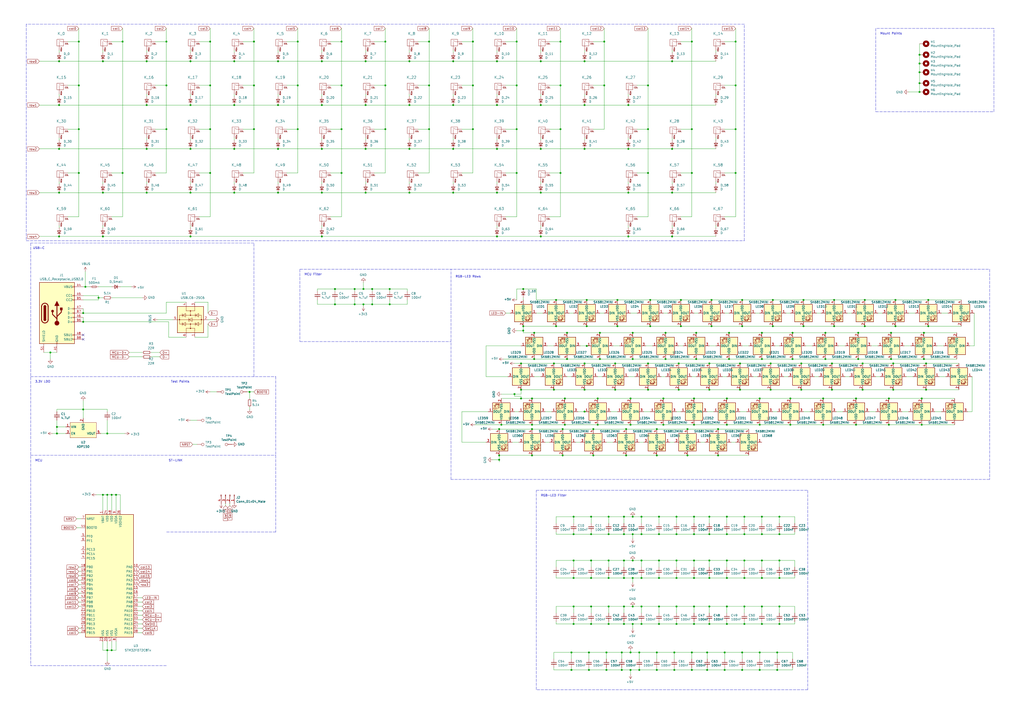
<source format=kicad_sch>
(kicad_sch (version 20211123) (generator eeschema)
  (paper "A2")
  (junction (at 342.9 299.72))
  (junction (at 96.52 24.13))
  (junction (at 538.48 189.23))
  (junction (at 389.89 111.76))
  (junction (at 298.45 228.6))
  (junction (at 372.11 299.72))
  (junction (at 411.48 309.88))
  (junction (at 391.16 388.62))
  (junction (at 45.72 49.53))
  (junction (at 353.06 299.72))
  (junction (at 288.29 111.76))
  (junction (at 110.49 35.56))
  (junction (at 389.89 137.16))
  (junction (at 452.12 361.95))
  (junction (at 135.89 111.76))
  (junction (at 205.74 176.53))
  (junction (at 33.02 251.46))
  (junction (at 309.88 208.28))
  (junction (at 478.79 193.04))
  (junction (at 402.59 325.12))
  (junction (at 392.43 325.12))
  (junction (at 313.69 111.76))
  (junction (at 212.09 60.96))
  (junction (at 372.11 309.88))
  (junction (at 161.29 60.96))
  (junction (at 339.09 86.36))
  (junction (at 313.69 60.96))
  (junction (at 356.87 210.82))
  (junction (at 535.94 193.04))
  (junction (at 186.69 111.76))
  (junction (at 198.12 49.53))
  (junction (at 350.52 49.53))
  (junction (at 350.52 24.13))
  (junction (at 430.53 378.46))
  (junction (at 477.52 246.38))
  (junction (at 194.31 176.53))
  (junction (at 34.29 86.36))
  (junction (at 421.64 351.79))
  (junction (at 459.74 193.04))
  (junction (at 416.56 264.16))
  (junction (at 205.74 167.64))
  (junction (at 331.47 378.46))
  (junction (at 533.4 36.83))
  (junction (at 412.75 173.99))
  (junction (at 464.82 226.06))
  (junction (at 274.32 74.93))
  (junction (at 289.56 248.92))
  (junction (at 339.09 226.06))
  (junction (at 402.59 299.72))
  (junction (at 48.26 186.69))
  (junction (at 367.03 325.12))
  (junction (at 299.72 74.93))
  (junction (at 382.27 299.72))
  (junction (at 313.69 86.36))
  (junction (at 411.48 299.72))
  (junction (at 381 378.46))
  (junction (at 57.15 172.72))
  (junction (at 421.64 309.88))
  (junction (at 431.8 309.88))
  (junction (at 452.12 309.88))
  (junction (at 441.96 325.12))
  (junction (at 262.89 111.76))
  (junction (at 308.61 246.38))
  (junction (at 313.69 137.16))
  (junction (at 339.09 35.56))
  (junction (at 303.53 191.77))
  (junction (at 328.93 193.04))
  (junction (at 299.72 24.13))
  (junction (at 401.32 100.33))
  (junction (at 353.06 361.95))
  (junction (at 519.43 173.99))
  (junction (at 365.76 378.46))
  (junction (at 172.72 49.53))
  (junction (at 537.21 226.06))
  (junction (at 237.49 86.36))
  (junction (at 411.48 325.12))
  (junction (at 441.96 193.04))
  (junction (at 223.52 49.53))
  (junction (at 426.72 100.33))
  (junction (at 431.8 351.79))
  (junction (at 421.64 325.12))
  (junction (at 34.29 137.16))
  (junction (at 226.06 167.64))
  (junction (at 212.09 35.56))
  (junction (at 288.29 86.36))
  (junction (at 85.09 60.96))
  (junction (at 215.9 176.53))
  (junction (at 429.26 226.06))
  (junction (at 332.74 351.79))
  (junction (at 341.63 378.46))
  (junction (at 426.72 24.13))
  (junction (at 198.12 100.33))
  (junction (at 96.52 49.53))
  (junction (at 392.43 299.72))
  (junction (at 342.9 361.95))
  (junction (at 361.95 299.72))
  (junction (at 326.39 264.16))
  (junction (at 401.32 388.62))
  (junction (at 361.95 361.95))
  (junction (at 353.06 325.12))
  (junction (at 226.06 176.53))
  (junction (at 458.47 231.14))
  (junction (at 426.72 49.53))
  (junction (at 466.09 173.99))
  (junction (at 367.03 299.72))
  (junction (at 248.92 74.93))
  (junction (at 194.31 167.64))
  (junction (at 110.49 111.76))
  (junction (at 161.29 111.76))
  (junction (at 364.49 137.16))
  (junction (at 302.26 210.82))
  (junction (at 49.53 166.37))
  (junction (at 346.71 231.14))
  (junction (at 363.22 264.16))
  (junction (at 161.29 86.36))
  (junction (at 483.87 189.23))
  (junction (at 210.82 167.64))
  (junction (at 440.69 378.46))
  (junction (at 274.32 49.53))
  (junction (at 342.9 351.79))
  (junction (at 534.67 231.14))
  (junction (at 391.16 378.46))
  (junction (at 389.89 86.36))
  (junction (at 421.64 299.72))
  (junction (at 328.93 208.28))
  (junction (at 398.78 248.92))
  (junction (at 382.27 361.95))
  (junction (at 262.89 35.56))
  (junction (at 339.09 60.96))
  (junction (at 450.85 378.46))
  (junction (at 367.03 361.95))
  (junction (at 367.03 193.04))
  (junction (at 237.49 35.56))
  (junction (at 410.21 378.46))
  (junction (at 452.12 299.72))
  (junction (at 361.95 351.79))
  (junction (at 346.71 246.38))
  (junction (at 360.68 388.62))
  (junction (at 332.74 299.72))
  (junction (at 121.92 49.53))
  (junction (at 382.27 309.88))
  (junction (at 198.12 24.13))
  (junction (at 110.49 137.16))
  (junction (at 430.53 189.23))
  (junction (at 262.89 86.36))
  (junction (at 411.48 210.82))
  (junction (at 401.32 378.46))
  (junction (at 393.7 226.06))
  (junction (at 464.82 210.82))
  (junction (at 421.64 246.38))
  (junction (at 538.48 173.99))
  (junction (at 375.92 100.33))
  (junction (at 440.69 246.38))
  (junction (at 248.92 49.53))
  (junction (at 59.69 35.56))
  (junction (at 288.29 60.96))
  (junction (at 402.59 231.14))
  (junction (at 62.23 377.19))
  (junction (at 34.29 60.96))
  (junction (at 422.91 208.28))
  (junction (at 144.78 227.33))
  (junction (at 274.32 24.13))
  (junction (at 375.92 49.53))
  (junction (at 372.11 325.12))
  (junction (at 212.09 111.76))
  (junction (at 431.8 325.12))
  (junction (at 412.75 189.23))
  (junction (at 496.57 246.38))
  (junction (at 381 388.62))
  (junction (at 401.32 24.13))
  (junction (at 392.43 309.88))
  (junction (at 351.79 388.62))
  (junction (at 448.31 173.99))
  (junction (at 71.12 24.13))
  (junction (at 515.62 246.38))
  (junction (at 344.17 248.92))
  (junction (at 393.7 210.82))
  (junction (at 356.87 226.06))
  (junction (at 62.23 287.02))
  (junction (at 45.72 100.33))
  (junction (at 327.66 231.14))
  (junction (at 342.9 309.88))
  (junction (at 466.09 189.23))
  (junction (at 416.56 248.92))
  (junction (at 367.03 208.28))
  (junction (at 172.72 74.93))
  (junction (at 477.52 231.14))
  (junction (at 497.84 193.04))
  (junction (at 382.27 335.28))
  (junction (at 45.72 74.93))
  (junction (at 332.74 309.88))
  (junction (at 325.12 100.33))
  (junction (at 367.03 309.88))
  (junction (at 411.48 361.95))
  (junction (at 147.32 74.93))
  (junction (at 322.58 173.99))
  (junction (at 403.86 193.04))
  (junction (at 308.61 231.14))
  (junction (at 360.68 378.46))
  (junction (at 535.94 208.28))
  (junction (at 375.92 210.82))
  (junction (at 321.31 226.06))
  (junction (at 325.12 24.13))
  (junction (at 440.69 231.14))
  (junction (at 299.72 49.53))
  (junction (at 198.12 74.93))
  (junction (at 361.95 335.28))
  (junction (at 389.89 35.56))
  (junction (at 340.36 200.66))
  (junction (at 34.29 111.76))
  (junction (at 313.69 35.56))
  (junction (at 332.74 361.95))
  (junction (at 518.16 226.06))
  (junction (at 483.87 173.99))
  (junction (at 325.12 49.53))
  (junction (at 237.49 111.76))
  (junction (at 64.77 287.02))
  (junction (at 347.98 208.28))
  (junction (at 110.49 86.36))
  (junction (at 210.82 176.53))
  (junction (at 452.12 351.79))
  (junction (at 135.89 35.56))
  (junction (at 478.79 208.28))
  (junction (at 342.9 335.28))
  (junction (at 358.14 173.99))
  (junction (at 482.6 210.82))
  (junction (at 361.95 309.88))
  (junction (at 441.96 309.88))
  (junction (at 431.8 335.28))
  (junction (at 353.06 335.28))
  (junction (at 421.64 231.14))
  (junction (at 381 264.16))
  (junction (at 62.23 251.46))
  (junction (at 500.38 210.82))
  (junction (at 322.58 189.23))
  (junction (at 441.96 208.28))
  (junction (at 48.26 181.61))
  (junction (at 365.76 246.38))
  (junction (at 384.81 231.14))
  (junction (at 121.92 74.93))
  (junction (at 533.4 41.91))
  (junction (at 85.09 35.56))
  (junction (at 422.91 193.04))
  (junction (at 420.37 378.46))
  (junction (at 288.29 137.16))
  (junction (at 381 248.92))
  (junction (at 533.4 53.34))
  (junction (at 375.92 74.93))
  (junction (at 289.56 266.7))
  (junction (at 303.53 189.23))
  (junction (at 326.39 248.92))
  (junction (at 223.52 24.13))
  (junction (at 186.69 86.36))
  (junction (at 342.9 325.12))
  (junction (at 308.61 248.92))
  (junction (at 411.48 226.06))
  (junction (at 340.36 173.99))
  (junction (at 29.21 204.47))
  (junction (at 262.89 60.96))
  (junction (at 353.06 309.88))
  (junction (at 441.96 361.95))
  (junction (at 392.43 351.79))
  (junction (at 430.53 173.99))
  (junction (at 410.21 388.62))
  (junction (at 186.69 137.16))
  (junction (at 421.64 361.95))
  (junction (at 452.12 335.28))
  (junction (at 375.92 226.06))
  (junction (at 398.78 264.16))
  (junction (at 331.47 388.62))
  (junction (at 448.31 189.23))
  (junction (at 382.27 325.12))
  (junction (at 48.26 237.49))
  (junction (at 34.29 35.56))
  (junction (at 45.72 24.13))
  (junction (at 303.53 167.64))
  (junction (at 121.92 24.13))
  (junction (at 459.74 208.28))
  (junction (at 367.03 351.79))
  (junction (at 186.69 35.56))
  (junction (at 533.4 31.75))
  (junction (at 161.29 35.56))
  (junction (at 321.31 210.82))
  (junction (at 430.53 388.62))
  (junction (at 309.88 193.04))
  (junction (at 248.92 24.13))
  (junction (at 377.19 189.23))
  (junction (at 501.65 189.23))
  (junction (at 364.49 60.96))
  (junction (at 403.86 208.28))
  (junction (at 367.03 335.28))
  (junction (at 441.96 351.79))
  (junction (at 364.49 111.76))
  (junction (at 372.11 351.79))
  (junction (at 441.96 299.72))
  (junction (at 431.8 299.72))
  (junction (at 186.69 60.96))
  (junction (at 327.66 246.38))
  (junction (at 382.27 351.79))
  (junction (at 121.92 100.33))
  (junction (at 377.19 173.99))
  (junction (at 332.74 325.12))
  (junction (at 402.59 335.28))
  (junction (at 64.77 377.19))
  (junction (at 59.69 137.16))
  (junction (at 288.29 35.56))
  (junction (at 147.32 24.13))
  (junction (at 339.09 238.76))
  (junction (at 358.14 189.23))
  (junction (at 147.32 49.53))
  (junction (at 372.11 335.28))
  (junction (at 340.36 189.23))
  (junction (at 426.72 74.93))
  (junction (at 299.72 100.33))
  (junction (at 353.06 351.79))
  (junction (at 519.43 189.23))
  (junction (at 33.02 247.65))
  (junction (at 135.89 60.96))
  (junction (at 351.79 378.46))
  (junction (at 135.89 86.36))
  (junction (at 501.65 173.99))
  (junction (at 308.61 264.16))
  (junction (at 71.12 100.33))
  (junction (at 516.89 208.28))
  (junction (at 518.16 210.82))
  (junction (at 402.59 351.79))
  (junction (at 496.57 231.14))
  (junction (at 325.12 74.93))
  (junction (at 223.52 74.93))
  (junction (at 441.96 335.28))
  (junction (at 411.48 335.28))
  (junction (at 392.43 361.95))
  (junction (at 59.69 287.02))
  (junction (at 431.8 361.95))
  (junction (at 370.84 378.46))
  (junction (at 447.04 210.82))
  (junction (at 516.89 193.04))
  (junction (at 372.11 361.95))
  (junction (at 67.31 287.02))
  (junction (at 401.32 74.93))
  (junction (at 458.47 246.38))
  (junction (at 386.08 193.04))
  (junction (at 172.72 24.13))
  (junction (at 344.17 264.16))
  (junction (at 341.63 388.62))
  (junction (at 482.6 226.06))
  (junction (at 421.64 335.28))
  (junction (at 85.09 86.36))
  (junction (at 215.9 167.64))
  (junction (at 429.26 210.82))
  (junction (at 363.22 248.92))
  (junction (at 332.74 335.28))
  (junction (at 212.09 86.36))
  (junction (at 237.49 60.96))
  (junction (at 365.76 388.62))
  (junction (at 392.43 335.28))
  (junction (at 394.97 173.99))
  (junction (at 302.26 231.14))
  (junction (at 59.69 111.76))
  (junction (at 96.52 74.93))
  (junction (at 515.62 231.14))
  (junction (at 534.67 246.38))
  (junction (at 386.08 208.28))
  (junction (at 420.37 388.62))
  (junction (at 402.59 309.88))
  (junction (at 537.21 210.82))
  (junction (at 289.56 264.16))
  (junction (at 347.98 193.04))
  (junction (at 450.85 388.62))
  (junction (at 452.12 325.12))
  (junction (at 364.49 86.36))
  (junction (at 402.59 361.95))
  (junction (at 302.26 226.06))
  (junction (at 339.09 210.82))
  (junction (at 110.49 60.96))
  (junction (at 497.84 208.28))
  (junction (at 394.97 189.23))
  (junction (at 402.59 246.38))
  (junction (at 500.38 226.06))
  (junction (at 533.4 48.26))
  (junction (at 85.09 111.76))
  (junction (at 290.83 246.38))
  (junction (at 411.48 351.79))
  (junction (at 365.76 231.14))
  (junction (at 440.69 388.62))
  (junction (at 361.95 325.12))
  (junction (at 447.04 226.06))
  (junction (at 370.84 388.62))
  (junction (at 384.81 246.38))
  (no_connect (at 48.26 196.85))
  (no_connect (at 48.26 194.31))
  (wire (pts (xy 367.03 351.79) (xy 372.11 351.79)))
  (wire (pts (xy 313.69 137.16) (xy 364.49 137.16)))
  (wire (pts (xy 198.12 100.33) (xy 198.12 74.93)))
  (wire (pts (xy 441.96 193.04) (xy 422.91 193.04)))
  (wire (pts (xy 466.09 238.76) (xy 469.9 238.76)))
  (wire (pts (xy 58.42 251.46) (xy 62.23 251.46)))
  (wire (pts (xy 394.97 74.93) (xy 401.32 74.93)))
  (wire (pts (xy 353.06 351.79) (xy 353.06 355.6)))
  (wire (pts (xy 212.09 29.21) (xy 212.09 30.48)))
  (wire (pts (xy 402.59 299.72) (xy 411.48 299.72)))
  (wire (pts (xy 473.71 181.61) (xy 476.25 181.61)))
  (wire (pts (xy 303.53 167.64) (xy 311.15 167.64)))
  (wire (pts (xy 59.69 105.41) (xy 59.69 106.68)))
  (wire (pts (xy 212.09 105.41) (xy 212.09 106.68)))
  (wire (pts (xy 110.49 130.81) (xy 110.49 132.08)))
  (wire (pts (xy 561.34 238.76) (xy 563.88 238.76)))
  (wire (pts (xy 59.69 137.16) (xy 110.49 137.16)))
  (wire (pts (xy 29.21 204.47) (xy 29.21 208.28)))
  (wire (pts (xy 431.8 360.68) (xy 431.8 361.95)))
  (wire (pts (xy 205.74 167.64) (xy 194.31 167.64)))
  (wire (pts (xy 236.22 167.64) (xy 236.22 168.91)))
  (wire (pts (xy 302.26 228.6) (xy 298.45 228.6)))
  (wire (pts (xy 364.49 54.61) (xy 364.49 55.88)))
  (wire (pts (xy 429.26 238.76) (xy 433.07 238.76)))
  (wire (pts (xy 217.17 49.53) (xy 223.52 49.53)))
  (wire (pts (xy 392.43 335.28) (xy 382.27 335.28)))
  (wire (pts (xy 375.92 100.33) (xy 375.92 74.93)))
  (wire (pts (xy 421.64 299.72) (xy 431.8 299.72)))
  (wire (pts (xy 353.06 351.79) (xy 342.9 351.79)))
  (wire (pts (xy 85.09 105.41) (xy 85.09 106.68)))
  (wire (pts (xy 223.52 74.93) (xy 223.52 49.53)))
  (wire (pts (xy 288.29 86.36) (xy 313.69 86.36)))
  (wire (pts (xy 302.26 226.06) (xy 302.26 228.6)))
  (wire (pts (xy 248.92 16.51) (xy 248.92 24.13)))
  (wire (pts (xy 289.56 266.7) (xy 285.75 266.7)))
  (wire (pts (xy 364.49 60.96) (xy 415.29 60.96)))
  (wire (pts (xy 309.88 208.28) (xy 328.93 208.28)))
  (wire (pts (xy 130.81 292.1) (xy 130.81 293.37)))
  (wire (pts (xy 321.31 378.46) (xy 321.31 382.27)))
  (wire (pts (xy 410.21 388.62) (xy 420.37 388.62)))
  (wire (pts (xy 135.89 105.41) (xy 135.89 106.68)))
  (wire (pts (xy 237.49 105.41) (xy 237.49 106.68)))
  (wire (pts (xy 500.38 226.06) (xy 482.6 226.06)))
  (wire (pts (xy 290.83 246.38) (xy 308.61 246.38)))
  (wire (pts (xy 416.56 264.16) (xy 398.78 264.16)))
  (wire (pts (xy 82.55 361.95) (xy 80.01 361.95)))
  (wire (pts (xy 563.88 218.44) (xy 563.88 238.76)))
  (wire (pts (xy 523.24 238.76) (xy 527.05 238.76)))
  (wire (pts (xy 441.96 351.79) (xy 441.96 355.6)))
  (wire (pts (xy 110.49 54.61) (xy 110.49 55.88)))
  (wire (pts (xy 364.49 137.16) (xy 389.89 137.16)))
  (wire (pts (xy 147.32 74.93) (xy 147.32 49.53)))
  (wire (pts (xy 483.87 173.99) (xy 501.65 173.99)))
  (wire (pts (xy 426.72 74.93) (xy 426.72 49.53)))
  (wire (pts (xy 430.53 200.66) (xy 434.34 200.66)))
  (wire (pts (xy 48.26 237.49) (xy 48.26 242.57)))
  (wire (pts (xy 518.16 226.06) (xy 537.21 226.06)))
  (wire (pts (xy 401.32 24.13) (xy 401.32 74.93)))
  (wire (pts (xy 411.48 226.06) (xy 393.7 226.06)))
  (wire (pts (xy 549.91 181.61) (xy 546.1 181.61)))
  (wire (pts (xy 402.59 351.79) (xy 411.48 351.79)))
  (wire (pts (xy 325.12 74.93) (xy 325.12 49.53)))
  (wire (pts (xy 44.45 306.07) (xy 46.99 306.07)))
  (wire (pts (xy 205.74 173.99) (xy 205.74 176.53)))
  (polyline (pts (xy 261.62 278.13) (xy 261.62 156.21)))
  (wire (pts (xy 411.48 200.66) (xy 415.29 200.66)))
  (wire (pts (xy 384.81 181.61) (xy 387.35 181.61)))
  (wire (pts (xy 346.71 218.44) (xy 349.25 218.44)))
  (wire (pts (xy 361.95 361.95) (xy 367.03 361.95)))
  (wire (pts (xy 135.89 54.61) (xy 135.89 55.88)))
  (wire (pts (xy 372.11 351.79) (xy 382.27 351.79)))
  (wire (pts (xy 64.77 377.19) (xy 62.23 377.19)))
  (wire (pts (xy 25.4 204.47) (xy 29.21 204.47)))
  (wire (pts (xy 45.72 125.73) (xy 45.72 100.33)))
  (wire (pts (xy 452.12 351.79) (xy 461.01 351.79)))
  (wire (pts (xy 389.89 80.01) (xy 389.89 81.28)))
  (wire (pts (xy 313.69 35.56) (xy 339.09 35.56)))
  (wire (pts (xy 411.48 351.79) (xy 411.48 355.6)))
  (wire (pts (xy 347.98 208.28) (xy 367.03 208.28)))
  (wire (pts (xy 472.44 218.44) (xy 474.98 218.44)))
  (wire (pts (xy 534.67 231.14) (xy 553.72 231.14)))
  (wire (pts (xy 288.29 137.16) (xy 313.69 137.16)))
  (wire (pts (xy 332.74 325.12) (xy 322.58 325.12)))
  (wire (pts (xy 410.21 238.76) (xy 414.02 238.76)))
  (wire (pts (xy 62.23 377.19) (xy 62.23 383.54)))
  (wire (pts (xy 391.16 378.46) (xy 401.32 378.46)))
  (wire (pts (xy 135.89 111.76) (xy 161.29 111.76)))
  (wire (pts (xy 353.06 334.01) (xy 353.06 335.28)))
  (wire (pts (xy 340.36 173.99) (xy 358.14 173.99)))
  (wire (pts (xy 402.59 325.12) (xy 411.48 325.12)))
  (wire (pts (xy 62.23 372.11) (xy 62.23 377.19)))
  (wire (pts (xy 340.36 238.76) (xy 339.09 238.76)))
  (wire (pts (xy 342.9 308.61) (xy 342.9 309.88)))
  (wire (pts (xy 518.16 210.82) (xy 537.21 210.82)))
  (wire (pts (xy 57.15 172.72) (xy 59.69 172.72)))
  (wire (pts (xy 96.52 74.93) (xy 96.52 49.53)))
  (wire (pts (xy 341.63 200.66) (xy 340.36 200.66)))
  (wire (pts (xy 302.26 231.14) (xy 302.26 229.87)))
  (wire (pts (xy 370.84 378.46) (xy 381 378.46)))
  (wire (pts (xy 308.61 231.14) (xy 302.26 231.14)))
  (wire (pts (xy 392.43 299.72) (xy 392.43 303.53)))
  (wire (pts (xy 318.77 74.93) (xy 325.12 74.93)))
  (wire (pts (xy 303.53 189.23) (xy 303.53 191.77)))
  (wire (pts (xy 316.23 256.54) (xy 318.77 256.54)))
  (wire (pts (xy 486.41 200.66) (xy 490.22 200.66)))
  (wire (pts (xy 421.64 308.61) (xy 421.64 309.88)))
  (wire (pts (xy 311.15 181.61) (xy 314.96 181.61)))
  (wire (pts (xy 194.31 173.99) (xy 194.31 176.53)))
  (wire (pts (xy 361.95 360.68) (xy 361.95 361.95)))
  (wire (pts (xy 367.03 299.72) (xy 372.11 299.72)))
  (wire (pts (xy 411.48 299.72) (xy 421.64 299.72)))
  (wire (pts (xy 344.17 264.16) (xy 326.39 264.16)))
  (wire (pts (xy 237.49 60.96) (xy 262.89 60.96)))
  (polyline (pts (xy 173.99 156.21) (xy 173.99 198.12)))
  (wire (pts (xy 450.85 382.27) (xy 450.85 378.46)))
  (wire (pts (xy 302.26 210.82) (xy 321.31 210.82)))
  (wire (pts (xy 394.97 189.23) (xy 377.19 189.23)))
  (wire (pts (xy 62.23 287.02) (xy 64.77 287.02)))
  (polyline (pts (xy 147.32 218.44) (xy 147.32 140.97)))
  (wire (pts (xy 420.37 378.46) (xy 420.37 382.27)))
  (wire (pts (xy 341.63 387.35) (xy 341.63 388.62)))
  (wire (pts (xy 422.91 208.28) (xy 441.96 208.28)))
  (wire (pts (xy 267.97 24.13) (xy 274.32 24.13)))
  (wire (pts (xy 440.69 246.38) (xy 458.47 246.38)))
  (wire (pts (xy 431.8 309.88) (xy 421.64 309.88)))
  (wire (pts (xy 364.49 105.41) (xy 364.49 106.68)))
  (wire (pts (xy 110.49 60.96) (xy 135.89 60.96)))
  (wire (pts (xy 406.4 256.54) (xy 408.94 256.54)))
  (wire (pts (xy 533.4 36.83) (xy 533.4 31.75)))
  (wire (pts (xy 321.31 226.06) (xy 302.26 226.06)))
  (wire (pts (xy 392.43 361.95) (xy 382.27 361.95)))
  (wire (pts (xy 392.43 308.61) (xy 392.43 309.88)))
  (wire (pts (xy 34.29 54.61) (xy 34.29 55.88)))
  (wire (pts (xy 90.17 100.33) (xy 96.52 100.33)))
  (wire (pts (xy 69.85 166.37) (xy 76.2 166.37)))
  (wire (pts (xy 46.99 351.79) (xy 45.72 351.79)))
  (wire (pts (xy 382.27 351.79) (xy 382.27 355.6)))
  (wire (pts (xy 464.82 226.06) (xy 447.04 226.06)))
  (wire (pts (xy 248.92 24.13) (xy 248.92 49.53)))
  (wire (pts (xy 237.49 80.01) (xy 237.49 81.28)))
  (wire (pts (xy 519.43 189.23) (xy 538.48 189.23)))
  (wire (pts (xy 353.06 299.72) (xy 342.9 299.72)))
  (wire (pts (xy 313.69 105.41) (xy 313.69 106.68)))
  (wire (pts (xy 452.12 360.68) (xy 452.12 361.95)))
  (wire (pts (xy 365.76 246.38) (xy 384.81 246.38)))
  (wire (pts (xy 262.89 105.41) (xy 262.89 106.68)))
  (wire (pts (xy 288.29 130.81) (xy 288.29 132.08)))
  (wire (pts (xy 90.17 49.53) (xy 96.52 49.53)))
  (wire (pts (xy 59.69 372.11) (xy 59.69 377.19)))
  (wire (pts (xy 96.52 16.51) (xy 96.52 24.13)))
  (wire (pts (xy 382.27 334.01) (xy 382.27 335.28)))
  (wire (pts (xy 67.31 372.11) (xy 67.31 377.19)))
  (wire (pts (xy 477.52 246.38) (xy 496.57 246.38)))
  (wire (pts (xy 62.23 251.46) (xy 72.39 251.46)))
  (wire (pts (xy 356.87 226.06) (xy 339.09 226.06)))
  (wire (pts (xy 466.09 189.23) (xy 448.31 189.23)))
  (wire (pts (xy 331.47 378.46) (xy 331.47 382.27)))
  (wire (pts (xy 67.31 295.91) (xy 67.31 287.02)))
  (wire (pts (xy 350.52 74.93) (xy 350.52 49.53)))
  (wire (pts (xy 331.47 388.62) (xy 341.63 388.62)))
  (wire (pts (xy 299.72 16.51) (xy 299.72 24.13)))
  (wire (pts (xy 411.48 309.88) (xy 402.59 309.88)))
  (wire (pts (xy 381 387.35) (xy 381 388.62)))
  (wire (pts (xy 361.95 325.12) (xy 353.06 325.12)))
  (wire (pts (xy 69.85 287.02) (xy 69.85 295.91)))
  (wire (pts (xy 339.09 238.76) (xy 335.28 238.76)))
  (wire (pts (xy 327.66 231.14) (xy 346.71 231.14)))
  (wire (pts (xy 212.09 60.96) (xy 237.49 60.96)))
  (wire (pts (xy 421.64 325.12) (xy 431.8 325.12)))
  (wire (pts (xy 85.09 29.21) (xy 85.09 30.48)))
  (wire (pts (xy 191.77 74.93) (xy 198.12 74.93)))
  (wire (pts (xy 364.49 130.81) (xy 364.49 132.08)))
  (wire (pts (xy 342.9 351.79) (xy 342.9 355.6)))
  (wire (pts (xy 292.1 208.28) (xy 309.88 208.28)))
  (wire (pts (xy 372.11 335.28) (xy 367.03 335.28)))
  (wire (pts (xy 55.88 287.02) (xy 59.69 287.02)))
  (polyline (pts (xy 468.63 400.05) (xy 311.15 400.05)))
  (wire (pts (xy 186.69 35.56) (xy 212.09 35.56)))
  (wire (pts (xy 411.48 210.82) (xy 429.26 210.82)))
  (wire (pts (xy 275.59 246.38) (xy 290.83 246.38)))
  (wire (pts (xy 332.74 334.01) (xy 332.74 335.28)))
  (wire (pts (xy 411.48 361.95) (xy 402.59 361.95)))
  (wire (pts (xy 242.57 74.93) (xy 248.92 74.93)))
  (wire (pts (xy 332.74 361.95) (xy 342.9 361.95)))
  (wire (pts (xy 467.36 200.66) (xy 471.17 200.66)))
  (wire (pts (xy 426.72 16.51) (xy 426.72 24.13)))
  (wire (pts (xy 420.37 74.93) (xy 426.72 74.93)))
  (wire (pts (xy 402.59 334.01) (xy 402.59 335.28)))
  (wire (pts (xy 361.95 325.12) (xy 361.95 328.93)))
  (wire (pts (xy 534.67 246.38) (xy 553.72 246.38)))
  (wire (pts (xy 67.31 287.02) (xy 69.85 287.02)))
  (wire (pts (xy 411.48 309.88) (xy 421.64 309.88)))
  (wire (pts (xy 110.49 137.16) (xy 186.69 137.16)))
  (wire (pts (xy 452.12 303.53) (xy 452.12 299.72)))
  (wire (pts (xy 361.95 351.79) (xy 361.95 355.6)))
  (wire (pts (xy 441.96 325.12) (xy 441.96 328.93)))
  (wire (pts (xy 401.32 100.33) (xy 401.32 74.93)))
  (wire (pts (xy 386.08 193.04) (xy 367.03 193.04)))
  (wire (pts (xy 309.88 193.04) (xy 303.53 193.04)))
  (wire (pts (xy 293.37 49.53) (xy 299.72 49.53)))
  (wire (pts (xy 410.21 378.46) (xy 420.37 378.46)))
  (wire (pts (xy 367.03 325.12) (xy 361.95 325.12)))
  (wire (pts (xy 369.57 125.73) (xy 375.92 125.73)))
  (wire (pts (xy 45.72 336.55) (xy 46.99 336.55)))
  (wire (pts (xy 267.97 49.53) (xy 274.32 49.53)))
  (wire (pts (xy 186.69 86.36) (xy 212.09 86.36)))
  (wire (pts (xy 529.59 218.44) (xy 525.78 218.44)))
  (wire (pts (xy 401.32 382.27) (xy 401.32 378.46)))
  (wire (pts (xy 62.23 243.84) (xy 62.23 251.46)))
  (wire (pts (xy 382.27 309.88) (xy 372.11 309.88)))
  (wire (pts (xy 217.17 100.33) (xy 223.52 100.33)))
  (wire (pts (xy 434.34 264.16) (xy 416.56 264.16)))
  (polyline (pts (xy 311.15 284.48) (xy 468.63 284.48)))
  (wire (pts (xy 186.69 29.21) (xy 186.69 30.48)))
  (wire (pts (xy 34.29 29.21) (xy 34.29 30.48)))
  (wire (pts (xy 516.89 193.04) (xy 535.94 193.04)))
  (wire (pts (xy 198.12 16.51) (xy 198.12 24.13)))
  (wire (pts (xy 48.26 184.15) (xy 48.26 186.69)))
  (wire (pts (xy 450.85 378.46) (xy 459.74 378.46)))
  (wire (pts (xy 59.69 111.76) (xy 85.09 111.76)))
  (wire (pts (xy 461.01 299.72) (xy 461.01 303.53)))
  (wire (pts (xy 411.48 325.12) (xy 421.64 325.12)))
  (wire (pts (xy 110.49 80.01) (xy 110.49 81.28)))
  (wire (pts (xy 147.32 100.33) (xy 147.32 74.93)))
  (wire (pts (xy 353.06 335.28) (xy 361.95 335.28)))
  (wire (pts (xy 318.77 125.73) (xy 325.12 125.73)))
  (wire (pts (xy 421.64 334.01) (xy 421.64 335.28)))
  (wire (pts (xy 353.06 360.68) (xy 353.06 361.95)))
  (wire (pts (xy 140.97 100.33) (xy 147.32 100.33)))
  (wire (pts (xy 172.72 24.13) (xy 172.72 49.53)))
  (wire (pts (xy 82.55 349.25) (xy 80.01 349.25)))
  (wire (pts (xy 194.31 176.53) (xy 205.74 176.53)))
  (wire (pts (xy 194.31 167.64) (xy 184.15 167.64)))
  (wire (pts (xy 377.19 173.99) (xy 394.97 173.99)))
  (wire (pts (xy 452.12 355.6) (xy 452.12 351.79)))
  (wire (pts (xy 64.77 295.91) (xy 64.77 287.02)))
  (wire (pts (xy 415.29 80.01) (xy 415.29 81.28)))
  (wire (pts (xy 461.01 335.28) (xy 452.12 335.28)))
  (wire (pts (xy 34.29 130.81) (xy 34.29 132.08)))
  (wire (pts (xy 342.9 325.12) (xy 332.74 325.12)))
  (wire (pts (xy 135.89 35.56) (xy 161.29 35.56)))
  (wire (pts (xy 449.58 200.66) (xy 452.12 200.66)))
  (wire (pts (xy 262.89 60.96) (xy 288.29 60.96)))
  (wire (pts (xy 375.92 125.73) (xy 375.92 100.33)))
  (wire (pts (xy 381 388.62) (xy 370.84 388.62)))
  (wire (pts (xy 302.26 229.87) (xy 298.45 229.87)))
  (wire (pts (xy 342.9 299.72) (xy 342.9 303.53)))
  (wire (pts (xy 212.09 111.76) (xy 237.49 111.76)))
  (wire (pts (xy 411.48 299.72) (xy 411.48 303.53)))
  (wire (pts (xy 344.17 248.92) (xy 363.22 248.92)))
  (wire (pts (xy 322.58 335.28) (xy 332.74 335.28)))
  (wire (pts (xy 298.45 238.76) (xy 300.99 238.76)))
  (wire (pts (xy 389.89 86.36) (xy 415.29 86.36)))
  (wire (pts (xy 420.37 100.33) (xy 426.72 100.33)))
  (wire (pts (xy 332.74 351.79) (xy 332.74 355.6)))
  (wire (pts (xy 342.9 334.01) (xy 342.9 335.28)))
  (wire (pts (xy 360.68 378.46) (xy 365.76 378.46)))
  (wire (pts (xy 339.09 60.96) (xy 364.49 60.96)))
  (wire (pts (xy 466.09 173.99) (xy 483.87 173.99)))
  (wire (pts (xy 441.96 309.88) (xy 431.8 309.88)))
  (wire (pts (xy 367.03 335.28) (xy 367.03 337.82)))
  (wire (pts (xy 22.86 35.56) (xy 34.29 35.56)))
  (polyline (pts (xy 17.78 140.97) (xy 17.78 386.08)))
  (wire (pts (xy 110.49 86.36) (xy 135.89 86.36)))
  (wire (pts (xy 420.37 378.46) (xy 430.53 378.46)))
  (wire (pts (xy 411.48 335.28) (xy 421.64 335.28)))
  (wire (pts (xy 402.59 335.28) (xy 392.43 335.28)))
  (wire (pts (xy 45.72 74.93) (xy 45.72 49.53)))
  (wire (pts (xy 364.49 111.76) (xy 389.89 111.76)))
  (wire (pts (xy 401.32 218.44) (xy 403.86 218.44)))
  (wire (pts (xy 389.89 35.56) (xy 415.29 35.56)))
  (wire (pts (xy 186.69 80.01) (xy 186.69 81.28)))
  (wire (pts (xy 39.37 74.93) (xy 45.72 74.93)))
  (wire (pts (xy 236.22 176.53) (xy 236.22 173.99)))
  (wire (pts (xy 172.72 74.93) (xy 172.72 49.53)))
  (wire (pts (xy 461.01 334.01) (xy 461.01 335.28)))
  (wire (pts (xy 369.57 49.53) (xy 375.92 49.53)))
  (wire (pts (xy 515.62 246.38) (xy 534.67 246.38)))
  (wire (pts (xy 535.94 193.04) (xy 554.99 193.04)))
  (wire (pts (xy 389.89 130.81) (xy 389.89 132.08)))
  (wire (pts (xy 415.29 54.61) (xy 415.29 55.88)))
  (wire (pts (xy 135.89 86.36) (xy 161.29 86.36)))
  (wire (pts (xy 161.29 60.96) (xy 186.69 60.96)))
  (wire (pts (xy 402.59 309.88) (xy 392.43 309.88)))
  (wire (pts (xy 328.93 218.44) (xy 331.47 218.44)))
  (wire (pts (xy 533.4 25.4) (xy 533.4 31.75)))
  (wire (pts (xy 431.8 299.72) (xy 431.8 303.53)))
  (wire (pts (xy 389.89 29.21) (xy 389.89 30.48)))
  (wire (pts (xy 392.43 309.88) (xy 382.27 309.88)))
  (wire (pts (xy 80.01 351.79) (xy 82.55 351.79)))
  (wire (pts (xy 217.17 74.93) (xy 223.52 74.93)))
  (wire (pts (xy 441.96 325.12) (xy 452.12 325.12)))
  (wire (pts (xy 186.69 130.81) (xy 186.69 132.08)))
  (wire (pts (xy 411.48 308.61) (xy 411.48 309.88)))
  (wire (pts (xy 191.77 24.13) (xy 198.12 24.13)))
  (wire (pts (xy 419.1 218.44) (xy 421.64 218.44)))
  (wire (pts (xy 375.92 210.82) (xy 393.7 210.82)))
  (wire (pts (xy 322.58 299.72) (xy 322.58 303.53)))
  (wire (pts (xy 299.72 167.64) (xy 303.53 167.64)))
  (wire (pts (xy 459.74 208.28) (xy 478.79 208.28)))
  (wire (pts (xy 48.26 181.61) (xy 48.26 179.07)))
  (wire (pts (xy 48.26 237.49) (xy 48.26 232.41)))
  (wire (pts (xy 288.29 35.56) (xy 313.69 35.56)))
  (wire (pts (xy 161.29 80.01) (xy 161.29 81.28)))
  (wire (pts (xy 477.52 231.14) (xy 458.47 231.14)))
  (wire (pts (xy 402.59 246.38) (xy 421.64 246.38)))
  (wire (pts (xy 342.9 351.79) (xy 332.74 351.79)))
  (wire (pts (xy 350.52 24.13) (xy 350.52 49.53)))
  (wire (pts (xy 533.4 53.34) (xy 527.05 53.34)))
  (wire (pts (xy 184.15 176.53) (xy 194.31 176.53)))
  (wire (pts (xy 440.69 231.14) (xy 458.47 231.14)))
  (wire (pts (xy 382.27 325.12) (xy 382.27 328.93)))
  (wire (pts (xy 186.69 137.16) (xy 288.29 137.16)))
  (wire (pts (xy 353.06 325.12) (xy 353.06 328.93)))
  (wire (pts (xy 325.12 125.73) (xy 325.12 100.33)))
  (wire (pts (xy 452.12 299.72) (xy 461.01 299.72)))
  (wire (pts (xy 48.26 166.37) (xy 49.53 166.37)))
  (wire (pts (xy 248.92 74.93) (xy 248.92 49.53)))
  (wire (pts (xy 325.12 24.13) (xy 325.12 49.53)))
  (wire (pts (xy 281.94 218.44) (xy 294.64 218.44)))
  (wire (pts (xy 62.23 295.91) (xy 62.23 287.02)))
  (wire (pts (xy 115.57 49.53) (xy 121.92 49.53)))
  (wire (pts (xy 328.93 193.04) (xy 309.88 193.04)))
  (wire (pts (xy 485.14 238.76) (xy 488.95 238.76)))
  (wire (pts (xy 391.16 388.62) (xy 381 388.62)))
  (wire (pts (xy 382.27 308.61) (xy 382.27 309.88)))
  (wire (pts (xy 340.36 200.66) (xy 336.55 200.66)))
  (wire (pts (xy 22.86 111.76) (xy 34.29 111.76)))
  (wire (pts (xy 322.58 325.12) (xy 322.58 328.93)))
  (wire (pts (xy 303.53 191.77) (xy 299.72 191.77)))
  (wire (pts (xy 533.4 41.91) (xy 533.4 48.26)))
  (wire (pts (xy 45.72 341.63) (xy 46.99 341.63)))
  (wire (pts (xy 353.06 309.88) (xy 361.95 309.88)))
  (wire (pts (xy 490.22 218.44) (xy 492.76 218.44)))
  (wire (pts (xy 237.49 86.36) (xy 262.89 86.36)))
  (wire (pts (xy 322.58 189.23) (xy 340.36 189.23)))
  (wire (pts (xy 384.81 231.14) (xy 365.76 231.14)))
  (wire (pts (xy 161.29 35.56) (xy 186.69 35.56)))
  (wire (pts (xy 64.77 24.13) (xy 71.12 24.13)))
  (wire (pts (xy 46.99 300.99) (xy 44.45 300.99)))
  (polyline (pts (xy 468.63 284.48) (xy 468.63 400.05)))
  (wire (pts (xy 420.37 125.73) (xy 426.72 125.73)))
  (wire (pts (xy 505.46 200.66) (xy 509.27 200.66)))
  (wire (pts (xy 45.72 339.09) (xy 46.99 339.09)))
  (wire (pts (xy 429.26 210.82) (xy 447.04 210.82)))
  (wire (pts (xy 358.14 189.23) (xy 340.36 189.23)))
  (wire (pts (xy 410.21 378.46) (xy 410.21 382.27)))
  (wire (pts (xy 421.64 246.38) (xy 440.69 246.38)))
  (wire (pts (xy 91.44 185.42) (xy 100.33 185.42)))
  (wire (pts (xy 215.9 168.91) (xy 215.9 167.64)))
  (wire (pts (xy 212.09 86.36) (xy 237.49 86.36)))
  (polyline (pts (xy 17.78 264.16) (xy 160.02 264.16)))
  (wire (pts (xy 210.82 176.53) (xy 215.9 176.53)))
  (wire (pts (xy 290.83 231.14) (xy 302.26 231.14)))
  (wire (pts (xy 313.69 54.61) (xy 313.69 55.88)))
  (wire (pts (xy 85.09 111.76) (xy 110.49 111.76)))
  (wire (pts (xy 452.12 309.88) (xy 441.96 309.88)))
  (wire (pts (xy 339.09 80.01) (xy 339.09 81.28)))
  (wire (pts (xy 184.15 167.64) (xy 184.15 168.91)))
  (wire (pts (xy 431.8 335.28) (xy 421.64 335.28)))
  (wire (pts (xy 293.37 24.13) (xy 299.72 24.13)))
  (wire (pts (xy 57.15 166.37) (xy 64.77 166.37)))
  (wire (pts (xy 140.97 24.13) (xy 147.32 24.13)))
  (wire (pts (xy 533.4 53.34) (xy 533.4 48.26)))
  (wire (pts (xy 441.96 299.72) (xy 441.96 303.53)))
  (wire (pts (xy 97.79 186.69) (xy 48.26 186.69)))
  (wire (pts (xy 516.89 208.28) (xy 535.94 208.28)))
  (wire (pts (xy 391.16 378.46) (xy 391.16 382.27)))
  (wire (pts (xy 237.49 54.61) (xy 237.49 55.88)))
  (wire (pts (xy 381 248.92) (xy 398.78 248.92)))
  (wire (pts (xy 386.08 208.28) (xy 403.86 208.28)))
  (wire (pts (xy 115.57 100.33) (xy 121.92 100.33)))
  (wire (pts (xy 313.69 111.76) (xy 364.49 111.76)))
  (wire (pts (xy 504.19 238.76) (xy 508 238.76)))
  (wire (pts (xy 430.53 387.35) (xy 430.53 388.62)))
  (wire (pts (xy 496.57 246.38) (xy 515.62 246.38)))
  (wire (pts (xy 322.58 360.68) (xy 322.58 361.95)))
  (wire (pts (xy 120.65 175.26) (xy 120.65 181.61)))
  (wire (pts (xy 370.84 388.62) (xy 365.76 388.62)))
  (wire (pts (xy 267.97 100.33) (xy 274.32 100.33)))
  (wire (pts (xy 39.37 125.73) (xy 45.72 125.73)))
  (wire (pts (xy 313.69 86.36) (xy 339.09 86.36)))
  (wire (pts (xy 298.45 228.6) (xy 290.83 228.6)))
  (wire (pts (xy 455.93 181.61) (xy 458.47 181.61)))
  (wire (pts (xy 392.43 325.12) (xy 392.43 328.93)))
  (wire (pts (xy 394.97 100.33) (xy 401.32 100.33)))
  (wire (pts (xy 39.37 24.13) (xy 45.72 24.13)))
  (wire (pts (xy 360.68 378.46) (xy 360.68 382.27)))
  (wire (pts (xy 121.92 74.93) (xy 121.92 49.53)))
  (wire (pts (xy 370.84 387.35) (xy 370.84 388.62)))
  (wire (pts (xy 205.74 168.91) (xy 205.74 167.64)))
  (wire (pts (xy 344.17 74.93) (xy 350.52 74.93)))
  (polyline (pts (xy 160.02 218.44) (xy 160.02 308.61)))
  (wire (pts (xy 542.29 238.76) (xy 546.1 238.76)))
  (wire (pts (xy 205.74 176.53) (xy 210.82 176.53)))
  (wire (pts (xy 342.9 361.95) (xy 353.06 361.95)))
  (wire (pts (xy 198.12 125.73) (xy 198.12 100.33)))
  (wire (pts (xy 147.32 227.33) (xy 144.78 227.33)))
  (wire (pts (xy 364.49 218.44) (xy 368.3 218.44)))
  (wire (pts (xy 441.96 351.79) (xy 452.12 351.79)))
  (wire (pts (xy 393.7 200.66) (xy 396.24 200.66)))
  (wire (pts (xy 135.89 60.96) (xy 161.29 60.96)))
  (wire (pts (xy 33.02 251.46) (xy 38.1 251.46)))
  (wire (pts (xy 421.64 351.79) (xy 431.8 351.79)))
  (wire (pts (xy 556.26 210.82) (xy 537.21 210.82)))
  (wire (pts (xy 80.01 367.03) (xy 82.55 367.03)))
  (wire (pts (xy 242.57 24.13) (xy 248.92 24.13)))
  (wire (pts (xy 39.37 100.33) (xy 45.72 100.33)))
  (wire (pts (xy 288.29 54.61) (xy 288.29 55.88)))
  (wire (pts (xy 401.32 125.73) (xy 401.32 100.33)))
  (wire (pts (xy 461.01 308.61) (xy 461.01 309.88)))
  (wire (pts (xy 161.29 54.61) (xy 161.29 55.88)))
  (wire (pts (xy 34.29 86.36) (xy 85.09 86.36)))
  (wire (pts (xy 464.82 210.82) (xy 447.04 210.82)))
  (wire (pts (xy 22.86 86.36) (xy 34.29 86.36)))
  (wire (pts (xy 71.12 125.73) (xy 71.12 100.33)))
  (wire (pts (xy 391.16 387.35) (xy 391.16 388.62)))
  (wire (pts (xy 212.09 80.01) (xy 212.09 81.28)))
  (wire (pts (xy 267.97 74.93) (xy 274.32 74.93)))
  (wire (pts (xy 415.29 29.21) (xy 415.29 30.48)))
  (wire (pts (xy 430.53 189.23) (xy 412.75 189.23)))
  (wire (pts (xy 382.27 351.79) (xy 392.43 351.79)))
  (wire (pts (xy 389.89 105.41) (xy 389.89 106.68)))
  (wire (pts (xy 431.8 299.72) (xy 441.96 299.72)))
  (wire (pts (xy 135.89 29.21) (xy 135.89 30.48)))
  (wire (pts (xy 334.01 256.54) (xy 336.55 256.54)))
  (polyline (pts (xy 508 16.51) (xy 508 64.77)))
  (wire (pts (xy 358.14 173.99) (xy 377.19 173.99)))
  (wire (pts (xy 299.72 173.99) (xy 299.72 167.64)))
  (wire (pts (xy 402.59 308.61) (xy 402.59 309.88)))
  (wire (pts (xy 363.22 248.92) (xy 381 248.92)))
  (wire (pts (xy 133.35 292.1) (xy 133.35 293.37)))
  (wire (pts (xy 198.12 74.93) (xy 198.12 49.53)))
  (wire (pts (xy 248.92 100.33) (xy 248.92 74.93)))
  (wire (pts (xy 85.09 60.96) (xy 110.49 60.96)))
  (wire (pts (xy 299.72 125.73) (xy 299.72 100.33)))
  (wire (pts (xy 372.11 351.79) (xy 372.11 355.6)))
  (wire (pts (xy 341.63 378.46) (xy 341.63 382.27)))
  (wire (pts (xy 458.47 246.38) (xy 477.52 246.38)))
  (wire (pts (xy 330.2 181.61) (xy 332.74 181.61)))
  (wire (pts (xy 339.09 86.36) (xy 364.49 86.36)))
  (wire (pts (xy 285.75 248.92) (xy 289.56 248.92)))
  (wire (pts (xy 186.69 111.76) (xy 212.09 111.76)))
  (wire (pts (xy 281.94 200.66) (xy 281.94 218.44)))
  (wire (pts (xy 450.85 387.35) (xy 450.85 388.62)))
  (wire (pts (xy 351.79 378.46) (xy 351.79 382.27)))
  (wire (pts (xy 452.12 328.93) (xy 452.12 325.12)))
  (polyline (pts (xy 173.99 198.12) (xy 261.62 198.12)))
  (wire (pts (xy 325.12 16.51) (xy 325.12 24.13)))
  (wire (pts (xy 293.37 100.33) (xy 299.72 100.33)))
  (wire (pts (xy 288.29 60.96) (xy 313.69 60.96)))
  (wire (pts (xy 57.15 173.99) (xy 57.15 172.72)))
  (wire (pts (xy 82.55 364.49) (xy 80.01 364.49)))
  (wire (pts (xy 500.38 210.82) (xy 518.16 210.82)))
  (wire (pts (xy 309.88 218.44) (xy 313.69 218.44)))
  (wire (pts (xy 557.53 173.99) (xy 538.48 173.99)))
  (wire (pts (xy 194.31 168.91) (xy 194.31 167.64)))
  (wire (pts (xy 288.29 80.01) (xy 288.29 81.28)))
  (wire (pts (xy 360.68 387.35) (xy 360.68 388.62)))
  (wire (pts (xy 64.77 125.73) (xy 71.12 125.73)))
  (wire (pts (xy 115.57 74.93) (xy 121.92 74.93)))
  (wire (pts (xy 274.32 100.33) (xy 274.32 74.93)))
  (wire (pts (xy 297.18 256.54) (xy 300.99 256.54)))
  (wire (pts (xy 361.95 334.01) (xy 361.95 335.28)))
  (wire (pts (xy 398.78 248.92) (xy 416.56 248.92)))
  (wire (pts (xy 33.02 204.47) (xy 29.21 204.47)))
  (wire (pts (xy 461.01 325.12) (xy 461.01 328.93)))
  (wire (pts (xy 34.29 111.76) (xy 59.69 111.76)))
  (wire (pts (xy 360.68 388.62) (xy 365.76 388.62)))
  (wire (pts (xy 223.52 100.33) (xy 223.52 74.93)))
  (wire (pts (xy 421.64 299.72) (xy 421.64 303.53)))
  (wire (pts (xy 356.87 210.82) (xy 375.92 210.82)))
  (wire (pts (xy 302.26 200.66) (xy 281.94 200.66)))
  (wire (pts (xy 191.77 49.53) (xy 198.12 49.53)))
  (wire (pts (xy 186.69 105.41) (xy 186.69 106.68)))
  (wire (pts (xy 466.09 173.99) (xy 448.31 173.99)))
  (wire (pts (xy 392.43 351.79) (xy 392.43 355.6)))
  (wire (pts (xy 519.43 173.99) (xy 538.48 173.99)))
  (wire (pts (xy 342.9 299.72) (xy 332.74 299.72)))
  (wire (pts (xy 511.81 181.61) (xy 509.27 181.61)))
  (wire (pts (xy 342.9 335.28) (xy 353.06 335.28)))
  (wire (pts (xy 299.72 100.33) (xy 299.72 74.93)))
  (wire (pts (xy 351.79 387.35) (xy 351.79 388.62)))
  (wire (pts (xy 464.82 210.82) (xy 482.6 210.82)))
  (wire (pts (xy 74.93 204.47) (xy 82.55 204.47)))
  (wire (pts (xy 365.76 378.46) (xy 370.84 378.46)))
  (wire (pts (xy 557.53 189.23) (xy 538.48 189.23)))
  (wire (pts (xy 45.72 334.01) (xy 46.99 334.01)))
  (wire (pts (xy 46.99 367.03) (xy 45.72 367.03)))
  (wire (pts (xy 365.76 181.61) (xy 369.57 181.61)))
  (polyline (pts (xy 15.24 13.97) (xy 15.24 139.7)))
  (wire (pts (xy 313.69 80.01) (xy 313.69 81.28)))
  (wire (pts (xy 110.49 29.21) (xy 110.49 30.48)))
  (wire (pts (xy 322.58 189.23) (xy 303.53 189.23)))
  (wire (pts (xy 96.52 175.26) (xy 107.95 175.26)))
  (wire (pts (xy 332.74 325.12) (xy 332.74 328.93)))
  (wire (pts (xy 411.48 361.95) (xy 421.64 361.95)))
  (wire (pts (xy 515.62 231.14) (xy 534.67 231.14)))
  (wire (pts (xy 421.64 325.12) (xy 421.64 328.93)))
  (wire (pts (xy 384.81 246.38) (xy 402.59 246.38)))
  (wire (pts (xy 121.92 125.73) (xy 121.92 100.33)))
  (wire (pts (xy 293.37 125.73) (xy 299.72 125.73)))
  (wire (pts (xy 184.15 173.99) (xy 184.15 176.53)))
  (wire (pts (xy 543.56 200.66) (xy 547.37 200.66)))
  (wire (pts (xy 369.57 74.93) (xy 375.92 74.93)))
  (wire (pts (xy 420.37 24.13) (xy 426.72 24.13)))
  (polyline (pts (xy 431.8 139.7) (xy 431.8 13.97)))
  (wire (pts (xy 364.49 80.01) (xy 364.49 81.28)))
  (wire (pts (xy 381 264.16) (xy 363.22 264.16)))
  (wire (pts (xy 295.91 181.61) (xy 293.37 181.61)))
  (wire (pts (xy 59.69 29.21) (xy 59.69 30.48)))
  (wire (pts (xy 82.55 356.87) (xy 80.01 356.87)))
  (wire (pts (xy 33.02 237.49) (xy 48.26 237.49)))
  (wire (pts (xy 67.31 377.19) (xy 64.77 377.19)))
  (wire (pts (xy 420.37 181.61) (xy 422.91 181.61)))
  (wire (pts (xy 478.79 193.04) (xy 459.74 193.04)))
  (wire (pts (xy 431.8 334.01) (xy 431.8 335.28)))
  (wire (pts (xy 565.15 181.61) (xy 565.15 200.66)))
  (wire (pts (xy 452.12 361.95) (xy 441.96 361.95)))
  (wire (pts (xy 87.63 204.47) (xy 92.71 204.47)))
  (wire (pts (xy 394.97 173.99) (xy 412.75 173.99)))
  (wire (pts (xy 424.18 256.54) (xy 426.72 256.54)))
  (wire (pts (xy 274.32 74.93) (xy 274.32 49.53)))
  (wire (pts (xy 215.9 176.53) (xy 226.06 176.53)))
  (wire (pts (xy 411.48 334.01) (xy 411.48 335.28)))
  (wire (pts (xy 242.57 100.33) (xy 248.92 100.33)))
  (wire (pts (xy 361.95 309.88) (xy 367.03 309.88)))
  (wire (pts (xy 372.11 309.88) (xy 367.03 309.88)))
  (polyline (pts (xy 311.15 400.05) (xy 311.15 284.48)))
  (wire (pts (xy 59.69 35.56) (xy 85.09 35.56)))
  (wire (pts (xy 212.09 54.61) (xy 212.09 55.88)))
  (wire (pts (xy 49.53 157.48) (xy 49.53 166.37)))
  (wire (pts (xy 448.31 189.23) (xy 430.53 189.23)))
  (wire (pts (xy 135.89 80.01) (xy 135.89 81.28)))
  (wire (pts (xy 401.32 388.62) (xy 391.16 388.62)))
  (wire (pts (xy 533.4 41.91) (xy 533.4 36.83)))
  (wire (pts (xy 402.59 361.95) (xy 392.43 361.95)))
  (wire (pts (xy 461.01 361.95) (xy 452.12 361.95)))
  (wire (pts (xy 45.72 100.33) (xy 45.72 74.93)))
  (wire (pts (xy 121.92 100.33) (xy 121.92 74.93)))
  (polyline (pts (xy 574.04 156.21) (xy 574.04 278.13)))
  (wire (pts (xy 121.92 16.51) (xy 121.92 24.13)))
  (wire (pts (xy 147.32 16.51) (xy 147.32 24.13)))
  (wire (pts (xy 402.59 181.61) (xy 405.13 181.61)))
  (wire (pts (xy 510.54 218.44) (xy 508 218.44)))
  (wire (pts (xy 326.39 250.19) (xy 326.39 248.92)))
  (wire (pts (xy 322.58 351.79) (xy 322.58 355.6)))
  (wire (pts (xy 34.29 80.01) (xy 34.29 81.28)))
  (wire (pts (xy 267.97 238.76) (xy 267.97 256.54)))
  (wire (pts (xy 161.29 29.21) (xy 161.29 30.48)))
  (wire (pts (xy 430.53 173.99) (xy 448.31 173.99)))
  (wire (pts (xy 59.69 377.19) (xy 62.23 377.19)))
  (wire (pts (xy 308.61 264.16) (xy 289.56 264.16)))
  (wire (pts (xy 452.12 335.28) (xy 441.96 335.28)))
  (wire (pts (xy 74.93 207.01) (xy 82.55 207.01)))
  (wire (pts (xy 140.97 49.53) (xy 147.32 49.53)))
  (wire (pts (xy 223.52 24.13) (xy 223.52 49.53)))
  (wire (pts (xy 96.52 181.61) (xy 96.52 175.26)))
  (wire (pts (xy 411.48 325.12) (xy 411.48 328.93)))
  (wire (pts (xy 518.16 226.06) (xy 500.38 226.06)))
  (wire (pts (xy 316.23 238.76) (xy 320.04 238.76)))
  (wire (pts (xy 431.8 351.79) (xy 441.96 351.79)))
  (wire (pts (xy 497.84 193.04) (xy 478.79 193.04)))
  (wire (pts (xy 370.84 378.46) (xy 370.84 382.27)))
  (wire (pts (xy 166.37 24.13) (xy 172.72 24.13)))
  (wire (pts (xy 59.69 287.02) (xy 59.69 295.91)))
  (wire (pts (xy 361.95 351.79) (xy 353.06 351.79)))
  (wire (pts (xy 430.53 378.46) (xy 440.69 378.46)))
  (wire (pts (xy 161.29 86.36) (xy 186.69 86.36)))
  (wire (pts (xy 426.72 24.13) (xy 426.72 49.53)))
  (wire (pts (xy 144.78 227.33) (xy 144.78 231.14)))
  (wire (pts (xy 402.59 231.14) (xy 384.81 231.14)))
  (wire (pts (xy 426.72 100.33) (xy 426.72 74.93)))
  (wire (pts (xy 340.36 173.99) (xy 322.58 173.99)))
  (wire (pts (xy 351.79 256.54) (xy 355.6 256.54)))
  (wire (pts (xy 402.59 360.68) (xy 402.59 361.95)))
  (polyline (pts (xy 508 64.77) (xy 576.58 64.77)))
  (wire (pts (xy 416.56 248.92) (xy 434.34 248.92)))
  (wire (pts (xy 392.43 360.68) (xy 392.43 361.95)))
  (wire (pts (xy 332.74 351.79) (xy 322.58 351.79)))
  (wire (pts (xy 80.01 354.33) (xy 82.55 354.33)))
  (wire (pts (xy 339.09 35.56) (xy 389.89 35.56)))
  (wire (pts (xy 367.03 361.95) (xy 367.03 364.49)))
  (wire (pts (xy 322.58 308.61) (xy 322.58 309.88)))
  (wire (pts (xy 85.09 35.56) (xy 110.49 35.56)))
  (wire (pts (xy 30.48 251.46) (xy 33.02 251.46)))
  (wire (pts (xy 64.77 172.72) (xy 82.55 172.72)))
  (wire (pts (xy 237.49 35.56) (xy 262.89 35.56)))
  (wire (pts (xy 107.95 195.58) (xy 97.79 195.58)))
  (wire (pts (xy 97.79 195.58) (xy 97.79 186.69)))
  (wire (pts (xy 440.69 388.62) (xy 430.53 388.62)))
  (wire (pts (xy 322.58 361.95) (xy 332.74 361.95)))
  (wire (pts (xy 342.9 309.88) (xy 353.06 309.88)))
  (wire (pts (xy 226.06 176.53) (xy 236.22 176.53)))
  (wire (pts (xy 267.97 256.54) (xy 281.94 256.54)))
  (wire (pts (xy 64.77 287.02) (xy 67.31 287.02)))
  (wire (pts (xy 441.96 193.04) (xy 459.74 193.04)))
  (wire (pts (xy 361.95 335.28) (xy 367.03 335.28)))
  (wire (pts (xy 556.26 226.06) (xy 537.21 226.06)))
  (wire (pts (xy 372.11 325.12) (xy 382.27 325.12)))
  (wire (pts (xy 342.9 360.68) (xy 342.9 361.95)))
  (wire (pts (xy 288.29 111.76) (xy 313.69 111.76)))
  (wire (pts (xy 403.86 208.28) (xy 422.91 208.28)))
  (wire (pts (xy 39.37 49.53) (xy 45.72 49.53)))
  (wire (pts (xy 388.62 256.54) (xy 391.16 256.54)))
  (wire (pts (xy 394.97 125.73) (xy 401.32 125.73)))
  (wire (pts (xy 355.6 200.66) (xy 359.41 200.66)))
  (wire (pts (xy 440.69 231.14) (xy 421.64 231.14)))
  (wire (pts (xy 48.26 173.99) (xy 57.15 173.99)))
  (wire (pts (xy 215.9 173.99) (xy 215.9 176.53)))
  (polyline (pts (xy 576.58 16.51) (xy 508 16.51)))
  (wire (pts (xy 482.6 210.82) (xy 500.38 210.82)))
  (wire (pts (xy 431.8 361.95) (xy 421.64 361.95)))
  (wire (pts (xy 48.26 171.45) (xy 57.15 171.45)))
  (wire (pts (xy 401.32 378.46) (xy 410.21 378.46)))
  (wire (pts (xy 161.29 105.41) (xy 161.29 106.68)))
  (wire (pts (xy 354.33 238.76) (xy 358.14 238.76)))
  (wire (pts (xy 361.95 308.61) (xy 361.95 309.88)))
  (wire (pts (xy 360.68 378.46) (xy 351.79 378.46)))
  (wire (pts (xy 45.72 16.51) (xy 45.72 24.13)))
  (wire (pts (xy 262.89 54.61) (xy 262.89 55.88)))
  (wire (pts (xy 347.98 193.04) (xy 367.03 193.04)))
  (wire (pts (xy 331.47 387.35) (xy 331.47 388.62)))
  (wire (pts (xy 382.27 299.72) (xy 392.43 299.72)))
  (wire (pts (xy 377.19 189.23) (xy 358.14 189.23)))
  (wire (pts (xy 344.17 49.53) (xy 350.52 49.53)))
  (wire (pts (xy 478.79 208.28) (xy 497.84 208.28)))
  (wire (pts (xy 45.72 346.71) (xy 46.99 346.71)))
  (wire (pts (xy 166.37 100.33) (xy 172.72 100.33)))
  (wire (pts (xy 411.48 351.79) (xy 421.64 351.79)))
  (wire (pts (xy 411.48 360.68) (xy 411.48 361.95)))
  (wire (pts (xy 420.37 49.53) (xy 426.72 49.53)))
  (wire (pts (xy 226.06 173.99) (xy 226.06 176.53)))
  (wire (pts (xy 186.69 54.61) (xy 186.69 55.88)))
  (wire (pts (xy 410.21 388.62) (xy 401.32 388.62)))
  (wire (pts (xy 90.17 24.13) (xy 96.52 24.13)))
  (wire (pts (xy 374.65 200.66) (xy 378.46 200.66)))
  (wire (pts (xy 392.43 325.12) (xy 402.59 325.12)))
  (wire (pts (xy 389.89 137.16) (xy 415.29 137.16)))
  (wire (pts (xy 62.23 238.76) (xy 62.23 237.49)))
  (wire (pts (xy 421.64 360.68) (xy 421.64 361.95)))
  (wire (pts (xy 342.9 325.12) (xy 342.9 328.93)))
  (wire (pts (xy 367.03 309.88) (xy 367.03 312.42)))
  (wire (pts (xy 59.69 130.81) (xy 59.69 132.08)))
  (wire (pts (xy 166.37 49.53) (xy 172.72 49.53)))
  (wire (pts (xy 289.56 267.97) (xy 289.56 266.7)))
  (wire (pts (xy 365.76 388.62) (xy 365.76 391.16)))
  (wire (pts (xy 59.69 287.02) (xy 62.23 287.02)))
  (wire (pts (xy 429.26 226.06) (xy 411.48 226.06)))
  (polyline (pts (xy 431.8 13.97) (xy 15.24 13.97)))
  (wire (pts (xy 34.29 35.56) (xy 59.69 35.56)))
  (wire (pts (xy 461.01 360.68) (xy 461.01 361.95)))
  (wire (pts (xy 353.06 361.95) (xy 361.95 361.95)))
  (wire (pts (xy 64.77 100.33) (xy 71.12 100.33)))
  (wire (pts (xy 339.09 29.21) (xy 339.09 30.48)))
  (wire (pts (xy 535.94 208.28) (xy 554.99 208.28)))
  (wire (pts (xy 210.82 167.64) (xy 215.9 167.64)))
  (wire (pts (xy 431.8 325.12) (xy 431.8 328.93)))
  (wire (pts (xy 402.59 355.6) (xy 402.59 351.79)))
  (wire (pts (xy 34.29 60.96) (xy 85.09 60.96)))
  (wire (pts (xy 332.74 299.72) (xy 332.74 303.53)))
  (wire (pts (xy 412.75 189.23) (xy 394.97 189.23)))
  (wire (pts (xy 120.65 195.58) (xy 120.65 187.96)))
  (wire (pts (xy 339.09 210.82) (xy 321.31 210.82)))
  (wire (pts (xy 452.12 308.61) (xy 452.12 309.88)))
  (wire (pts (xy 46.99 364.49) (xy 45.72 364.49)))
  (wire (pts (xy 303.53 172.72) (xy 303.53 173.99)))
  (wire (pts (xy 274.32 16.51) (xy 274.32 24.13)))
  (wire (pts (xy 121.92 24.13) (xy 121.92 49.53)))
  (wire (pts (xy 351.79 388.62) (xy 360.68 388.62)))
  (wire (pts (xy 328.93 193.04) (xy 347.98 193.04)))
  (wire (pts (xy 85.09 86.36) (xy 110.49 86.36)))
  (wire (pts (xy 562.61 200.66) (xy 565.15 200.66)))
  (wire (pts (xy 327.66 246.38) (xy 346.71 246.38)))
  (wire (pts (xy 332.74 335.28) (xy 342.9 335.28)))
  (wire (pts (xy 87.63 207.01) (xy 92.71 207.01)))
  (wire (pts (xy 389.89 111.76) (xy 415.29 111.76)))
  (polyline (pts (xy 576.58 64.77) (xy 576.58 16.51)))
  (wire (pts (xy 482.6 226.06) (xy 464.82 226.06)))
  (wire (pts (xy 318.77 49.53) (xy 325.12 49.53)))
  (wire (pts (xy 339.09 212.09) (xy 339.09 210.82)))
  (polyline (pts (xy 17.78 218.44) (xy 160.02 218.44)))
  (wire (pts (xy 172.72 100.33) (xy 172.72 74.93)))
  (wire (pts (xy 62.23 237.49) (xy 48.26 237.49)))
  (wire (pts (xy 392.43 299.72) (xy 402.59 299.72)))
  (wire (pts (xy 191.77 100.33) (xy 198.12 100.33)))
  (wire (pts (xy 392.43 238.76) (xy 394.97 238.76)))
  (wire (pts (xy 426.72 125.73) (xy 426.72 100.33)))
  (wire (pts (xy 353.06 308.61) (xy 353.06 309.88)))
  (wire (pts (xy 367.03 299.72) (xy 361.95 299.72)))
  (wire (pts (xy 347.98 181.61) (xy 350.52 181.61)))
  (wire (pts (xy 288.29 105.41) (xy 288.29 106.68)))
  (wire (pts (xy 401.32 387.35) (xy 401.32 388.62)))
  (wire (pts (xy 262.89 86.36) (xy 288.29 86.36)))
  (wire (pts (xy 115.57 24.13) (xy 121.92 24.13)))
  (wire (pts (xy 440.69 378.46) (xy 450.85 378.46)))
  (wire (pts (xy 140.97 74.93) (xy 147.32 74.93)))
  (wire (pts (xy 346.71 246.38) (xy 365.76 246.38)))
  (wire (pts (xy 441.96 334.01) (xy 441.96 335.28)))
  (wire (pts (xy 299.72 24.13) (xy 299.72 49.53)))
  (wire (pts (xy 339.09 210.82) (xy 356.87 210.82)))
  (wire (pts (xy 501.65 189.23) (xy 483.87 189.23)))
  (wire (pts (xy 370.84 256.54) (xy 373.38 256.54)))
  (wire (pts (xy 364.49 86.36) (xy 389.89 86.36)))
  (wire (pts (xy 110.49 105.41) (xy 110.49 106.68)))
  (wire (pts (xy 365.76 377.19) (xy 365.76 378.46)))
  (wire (pts (xy 459.74 388.62) (xy 450.85 388.62)))
  (wire (pts (xy 22.86 60.96) (xy 34.29 60.96)))
  (wire (pts (xy 375.92 16.51) (xy 375.92 49.53)))
  (wire (pts (xy 459.74 387.35) (xy 459.74 388.62)))
  (wire (pts (xy 394.97 24.13) (xy 401.32 24.13)))
  (polyline (pts (xy 96.52 386.08) (xy 17.78 386.08)))
  (wire (pts (xy 441.96 360.68) (xy 441.96 361.95)))
  (wire (pts (xy 115.57 125.73) (xy 121.92 125.73)))
  (wire (pts (xy 318.77 24.13) (xy 325.12 24.13)))
  (wire (pts (xy 274.32 24.13) (xy 274.32 49.53)))
  (wire (pts (xy 441.96 361.95) (xy 431.8 361.95)))
  (wire (pts (xy 382.27 325.12) (xy 392.43 325.12)))
  (wire (pts (xy 332.74 308.61) (xy 332.74 309.88)))
  (wire (pts (xy 113.03 195.58) (xy 120.65 195.58)))
  (wire (pts (xy 262.89 111.76) (xy 288.29 111.76)))
  (wire (pts (xy 491.49 181.61) (xy 494.03 181.61)))
  (wire (pts (xy 289.56 248.92) (xy 308.61 248.92)))
  (wire (pts (xy 114.3 243.84) (xy 110.49 243.84)))
  (wire (pts (xy 45.72 349.25) (xy 46.99 349.25)))
  (wire (pts (xy 262.89 29.21) (xy 262.89 30.48)))
  (wire (pts (xy 515.62 231.14) (xy 496.57 231.14)))
  (wire (pts (xy 85.09 54.61) (xy 85.09 55.88)))
  (wire (pts (xy 96.52 24.13) (xy 96.52 49.53)))
  (wire (pts (xy 34.29 105.41) (xy 34.29 106.68)))
  (wire (pts (xy 496.57 231.14) (xy 477.52 231.14)))
  (wire (pts (xy 381 378.46) (xy 381 382.27)))
  (wire (pts (xy 516.89 193.04) (xy 497.84 193.04)))
  (wire (pts (xy 64.77 372.11) (xy 64.77 377.19)))
  (wire (pts (xy 461.01 309.88) (xy 452.12 309.88)))
  (wire (pts (xy 372.11 334.01) (xy 372.11 335.28)))
  (wire (pts (xy 430.53 378.46) (xy 430.53 382.27)))
  (wire (pts (xy 339.09 54.61) (xy 339.09 55.88)))
  (polyline (pts (xy 574.04 278.13) (xy 261.62 278.13)))
  (wire (pts (xy 308.61 264.16) (xy 326.39 264.16)))
  (wire (pts (xy 311.15 167.64) (xy 311.15 173.99)))
  (polyline (pts (xy 15.24 139.7) (xy 431.8 139.7)))
  (wire (pts (xy 361.95 299.72) (xy 353.06 299.72)))
  (wire (pts (xy 461.01 351.79) (xy 461.01 355.6)))
  (wire (pts (xy 375.92 226.06) (xy 356.87 226.06)))
  (wire (pts (xy 350.52 16.51) (xy 350.52 24.13)))
  (wire (pts (xy 369.57 100.33) (xy 375.92 100.33)))
  (wire (pts (xy 288.29 29.21) (xy 288.29 30.48)))
  (wire (pts (xy 430.53 388.62) (xy 420.37 388.62)))
  (polyline (pts (xy 147.32 140.97) (xy 17.78 140.97)))
  (wire (pts (xy 237.49 111.76) (xy 262.89 111.76)))
  (wire (pts (xy 524.51 200.66) (xy 528.32 200.66)))
  (wire (pts (xy 33.02 238.76) (xy 33.02 237.49)))
  (wire (pts (xy 143.51 227.33) (xy 144.78 227.33)))
  (wire (pts (xy 421.64 231.14) (xy 402.59 231.14)))
  (wire (pts (xy 441.96 335.28) (xy 431.8 335.28)))
  (wire (pts (xy 440.69 378.46) (xy 440.69 382.27)))
  (wire (pts (xy 382.27 360.68) (xy 382.27 361.95)))
  (wire (pts (xy 49.53 166.37) (xy 52.07 166.37)))
  (wire (pts (xy 402.59 303.53) (xy 402.59 299.72)))
  (wire (pts (xy 283.21 238.76) (xy 267.97 238.76)))
  (wire (pts (xy 326.39 248.92) (xy 344.17 248.92)))
  (wire (pts (xy 422.91 193.04) (xy 403.86 193.04)))
  (wire (pts (xy 441.96 308.61) (xy 441.96 309.88)))
  (wire (pts (xy 33.02 247.65) (xy 33.02 251.46)))
  (wire (pts (xy 186.69 60.96) (xy 212.09 60.96)))
  (wire (pts (xy 501.65 173.99) (xy 519.43 173.99)))
  (wire (pts (xy 262.89 80.01) (xy 262.89 81.28)))
  (wire (pts (xy 121.92 227.33) (xy 125.73 227.33)))
  (wire (pts (xy 411.48 335.28) (xy 402.59 335.28)))
  (wire (pts (xy 382.27 361.95) (xy 372.11 361.95)))
  (wire (pts (xy 308.61 246.38) (xy 327.66 246.38)))
  (wire (pts (xy 410.21 387.35) (xy 410.21 388.62)))
  (wire (pts (xy 34.29 137.16) (xy 59.69 137.16)))
  (wire (pts (xy 344.17 24.13) (xy 350.52 24.13)))
  (wire (pts (xy 351.79 378.46) (xy 341.63 378.46)))
  (wire (pts (xy 367.03 208.28) (xy 386.08 208.28)))
  (wire (pts (xy 483.87 189.23) (xy 466.09 189.23)))
  (wire (pts (xy 452.12 325.12) (xy 461.01 325.12)))
  (wire (pts (xy 262.89 35.56) (xy 288.29 35.56)))
  (wire (pts (xy 401.32 16.51) (xy 401.32 24.13)))
  (wire (pts (xy 373.38 238.76) (xy 377.19 238.76)))
  (wire (pts (xy 398.78 264.16) (xy 381 264.16)))
  (wire (pts (xy 226.06 167.64) (xy 236.22 167.64)))
  (wire (pts (xy 452.12 334.01) (xy 452.12 335.28)))
  (wire (pts (xy 325.12 100.33) (xy 325.12 74.93)))
  (wire (pts (xy 223.52 16.51) (xy 223.52 24.13)))
  (wire (pts (xy 298.45 210.82) (xy 302.26 210.82)))
  (wire (pts (xy 372.11 325.12) (xy 372.11 328.93)))
  (wire (pts (xy 393.7 226.06) (xy 375.92 226.06)))
  (wire (pts (xy 318.77 100.33) (xy 325.12 100.33)))
  (wire (pts (xy 353.06 325.12) (xy 342.9 325.12)))
  (wire (pts (xy 332.74 309.88) (xy 342.9 309.88)))
  (wire (pts (xy 45.72 344.17) (xy 46.99 344.17)))
  (wire (pts (xy 212.09 35.56) (xy 237.49 35.56)))
  (wire (pts (xy 71.12 16.51) (xy 71.12 24.13)))
  (wire (pts (xy 317.5 200.66) (xy 321.31 200.66)))
  (wire (pts (xy 415.29 105.41) (xy 415.29 106.68)))
  (wire (pts (xy 293.37 74.93) (xy 299.72 74.93)))
  (wire (pts (xy 431.8 351.79) (xy 431.8 355.6)))
  (wire (pts (xy 447.04 226.06) (xy 429.26 226.06)))
  (wire (pts (xy 363.22 264.16) (xy 344.17 264.16)))
  (wire (pts (xy 313.69 130.81) (xy 313.69 132.08)))
  (wire (pts (xy 382.27 299.72) (xy 382.27 303.53)))
  (wire (pts (xy 438.15 181.61) (xy 440.69 181.61)))
  (wire (pts (xy 166.37 74.93) (xy 172.72 74.93)))
  (wire (pts (xy 96.52 100.33) (xy 96.52 74.93)))
  (wire (pts (xy 90.17 74.93) (xy 96.52 74.93)))
  (wire (pts (xy 45.72 24.13) (xy 45.72 49.53)))
  (wire (pts (xy 303.53 193.04) (xy 303.53 191.77)))
  (polyline (pts (xy 160.02 308.61) (xy 96.52 308.61)))
  (wire (pts (xy 450.85 388.62) (xy 440.69 388.62)))
  (wire (pts (xy 215.9 167.64) (xy 226.06 167.64)))
  (wire (pts (xy 82.55 346.71) (xy 80.01 346.71)))
  (wire (pts (xy 210.82 167.64) (xy 205.74 167.64)))
  (wire (pts (xy 226.06 168.91) (xy 226.06 167.64)))
  (wire (pts (xy 322.58 334.01) (xy 322.58 335.28)))
  (wire (pts (xy 421.64 351.79) (xy 421.64 355.6)))
  (wire (pts (xy 321.31 387.35) (xy 321.31 388.62)))
  (wire (pts (xy 144.78 236.22) (xy 144.78 237.49)))
  (wire (pts (xy 497.84 208.28) (xy 516.89 208.28)))
  (wire (pts (xy 372.11 360.68) (xy 372.11 361.95)))
  (wire (pts (xy 313.69 60.96) (xy 339.09 60.96)))
  (wire (pts (xy 375.92 74.93) (xy 375.92 49.53)))
  (wire (pts (xy 440.69 387.35) (xy 440.69 388.62)))
  (wire (pts (xy 311.15 173.99) (xy 322.58 173.99)))
  (wire (pts (xy 210.82 163.83) (xy 210.82 167.64)))
  (wire (pts (xy 120.65 185.42) (xy 124.46 185.42)))
  (wire (pts (xy 242.57 49.53) (xy 248.92 49.53)))
  (wire (pts (xy 172.72 16.51) (xy 172.72 24.13)))
  (wire (pts (xy 459.74 378.46) (xy 459.74 382.27)))
  (wire (pts (xy 431.8 308.61) (xy 431.8 309.88)))
  (wire (pts (xy 383.54 218.44) (xy 386.08 218.44)))
  (wire (pts (xy 289.56 264.16) (xy 289.56 266.7)))
  (wire (pts (xy 392.43 351.79) (xy 402.59 351.79)))
  (wire (pts (xy 85.09 80.01) (xy 85.09 81.28)))
  (wire (pts (xy 448.31 238.76) (xy 450.85 238.76)))
  (wire (pts (xy 382.27 335.28) (xy 372.11 335.28)))
  (wire (pts (xy 361.95 299.72) (xy 361.95 303.53)))
  (wire (pts (xy 402.59 328.93) (xy 402.59 325.12)))
  (wire (pts (xy 367.03 351.79) (xy 361.95 351.79)))
  (wire (pts (xy 299.72 74.93) (xy 299.72 49.53)))
  (wire (pts (xy 198.12 24.13) (xy 198.12 49.53)))
  (wire (pts (xy 82.55 359.41) (xy 80.01 359.41)))
  (wire (pts (xy 57.15 171.45) (xy 57.15 172.72)))
  (wire (pts (xy 372.11 299.72) (xy 382.27 299.72)))
  (wire (pts (xy 45.72 331.47) (xy 46.99 331.47)))
  (wire (pts (xy 367.03 325.12) (xy 372.11 325.12)))
  (wire (pts (xy 322.58 309.88) (xy 332.74 309.88)))
  (wire (pts (xy 331.47 378.46) (xy 321.31 378.46)))
  (wire (pts (xy 33.02 247.65) (xy 38.1 247.65)))
  (wire (pts (xy 110.49 111.76) (xy 135.89 111.76)))
  (wire (pts (xy 237.49 29.21) (xy 237.49 30.48)))
  (wire (pts (xy 436.88 218.44) (xy 439.42 218.44)))
  (wire (pts (xy 341.63 378.46) (xy 331.47 378.46)))
  (wire (pts (xy 530.86 181.61) (xy 527.05 181.61)))
  (wire (pts (xy 114.3 257.81) (xy 111.76 257.81)))
  (wire (pts (xy 519.43 189.23) (xy 501.65 189.23)))
  (wire (pts (xy 327.66 231.14) (xy 308.61 231.14)))
  (wire (pts (xy 46.99 328.93) (xy 45.72 328.93)))
  (wire (pts (xy 412.75 173.99) (xy 430.53 173.99)))
  (wire (pts (xy 459.74 208.28) (xy 441.96 208.28)))
  (polyline (pts (xy 173.99 156.21) (xy 574.04 156.21)))
  (wire (pts (xy 415.29 130.81) (xy 415.29 132.08)))
  (wire (pts (xy 372.11 361.95) (xy 367.03 361.95)))
  (wire (pts (xy 210.82 177.8) (xy 210.82 176.53)))
  (wire (pts (xy 431.8 325.12) (xy 441.96 325.12)))
  (wire (pts (xy 420.37 387.35) (xy 420.37 388.62)))
  (wire (pts (xy 548.64 218.44) (xy 544.83 218.44)))
  (wire (pts (xy 454.66 218.44) (xy 457.2 218.44)))
  (wire (pts (xy 113.03 175.26) (xy 120.65 175.26)))
  (wire (pts (xy 33.02 243.84) (xy 33.02 247.65)))
  (wire (pts (xy 326.39 248.92) (xy 308.61 248.92)))
  (wire (pts (xy 217.17 24.13) (xy 223.52 24.13)))
  (wire (pts (xy 372.11 308.61) (xy 372.11 309.88)))
  (wire (pts (xy 328.93 208.28) (xy 347.98 208.28)))
  (wire (pts (xy 321.31 388.62) (xy 331.47 388.62)))
  (wire (pts (xy 298.45 229.87) (xy 298.45 228.6)))
  (wire (pts (xy 313.69 29.21) (xy 313.69 30.48)))
  (wire (pts (xy 341.63 388.62) (xy 351.79 388.62)))
  (wire (pts (xy 161.29 111.76) (xy 186.69 111.76)))
  (wire (pts (xy 332.74 360.68) (xy 332.74 361.95)))
  (wire (pts (xy 321.31 226.06) (xy 339.09 226.06)))
  (wire (pts (xy 403.86 193.04) (xy 386.08 193.04)))
  (wire (pts (xy 340.36 175.26) (xy 340.36 173.99)))
  (wire (pts (xy 110.49 35.56) (xy 135.89 35.56)))
  (wire (pts (xy 346.71 231.14) (xy 365.76 231.14)))
  (wire (pts (xy 372.11 299.72) (xy 372.11 303.53)))
  (wire (pts (xy 71.12 24.13) (xy 71.12 100.33)))
  (wire (pts (xy 191.77 125.73) (xy 198.12 125.73)))
  (wire (pts (xy 147.32 24.13) (xy 147.32 49.53)))
  (wire (pts (xy 48.26 181.61) (xy 96.52 181.61)))
  (wire (pts (xy 22.86 137.16) (xy 34.29 137.16)))
  (wire (pts (xy 381 378.46) (xy 391.16 378.46)))
  (wire (pts (xy 332.74 299.72) (xy 322.58 299.72)))
  (wire (pts (xy 393.7 210.82) (xy 411.48 210.82)))
  (wire (pts (xy 353.06 299.72) (xy 353.06 303.53)))
  (wire (pts (xy 392.43 334.01) (xy 392.43 335.28)))
  (wire (pts (xy 441.96 299.72) (xy 452.12 299.72)))
  (text "USB-C\n" (at 19.05 144.78 0) (effects (font (size 1.27 1.27)) (justify left bottom)))
  (text "Mount Points" (at 510.54 20.32 0) (effects (font (size 1.27 1.27)) (justify left bottom)))
  (text "RGB-LED Rows" (at 264.16 161.29 0) (effects (font (size 1.27 1.27)) (justify left bottom)))
  (text "RGB-LED Filter\n" (at 313.69 288.29 0) (effects (font (size 1.27 1.27)) (justify left bottom)))
  (text "Test Points" (at 99.06 222.25 0) (effects (font (size 1.27 1.27)) (justify left bottom)))
  (text "MCU" (at 20.32 267.97 0) (effects (font (size 1.27 1.27)) (justify left bottom)))
  (text "ST-LINK\n" (at 97.79 267.97 0) (effects (font (size 1.27 1.27)) (justify left bottom)))
  (text "3.3V LDO\n" (at 20.32 222.25 0) (effects (font (size 1.27 1.27)) (justify left bottom)))
  (text "MCU Filter\n" (at 176.53 160.02 0) (effects (font (size 1.27 1.27)) (justify left bottom)))
  (global_label "BOOT0" (shape input) (at 44.45 306.07 180) (property "Intersheet References" "${INTERSHEET_REFS}" (effects hide)))
  (global_label "col2" (shape input) (at 82.55 349.25 0) (property "Intersheet References" "${INTERSHEET_REFS}" (effects hide)))
  (global_label "MCU-D-" (shape input) (at 82.55 356.87 0) (property "Intersheet References" "${INTERSHEET_REFS}" (effects hide)))
  (global_label "MCU-D+" (shape input) (at 74.93 204.47 180) (property "Intersheet References" "${INTERSHEET_REFS}" (effects hide)))
  (global_label "col7" (shape input) (at 45.72 339.09 180) (property "Intersheet References" "${INTERSHEET_REFS}" (effects hide)))
  (global_label "col6" (shape input) (at 45.72 336.55 180) (property "Intersheet References" "${INTERSHEET_REFS}" (effects hide)))
  (global_label "col0" (shape input) (at 45.72 364.49 180) (property "Intersheet References" "${INTERSHEET_REFS}" (effects hide)))
  (global_label "SWCLK" (shape input) (at 82.55 364.49 0) (property "Intersheet References" "${INTERSHEET_REFS}" (effects hide)))
  (global_label "MCU-D+" (shape input) (at 82.55 359.41 0) (property "Intersheet References" "${INTERSHEET_REFS}" (effects hide)))
  (global_label "col13" (shape input) (at 375.92 16.51 180) (property "Intersheet References" "${INTERSHEET_REFS}" (effects hide)))
  (global_label "row2" (shape input) (at 45.72 328.93 180) (property "Intersheet References" "${INTERSHEET_REFS}" (effects hide)))
  (global_label "row2" (shape input) (at 22.86 86.36 180) (property "Intersheet References" "${INTERSHEET_REFS}" (effects hide)))
  (global_label "col4" (shape input) (at 147.32 16.51 180) (property "Intersheet References" "${INTERSHEET_REFS}" (effects hide)))
  (global_label "col15" (shape input) (at 80.01 334.01 0) (property "Intersheet References" "${INTERSHEET_REFS}" (effects hide)))
  (global_label "col14" (shape input) (at 80.01 331.47 0) (property "Intersheet References" "${INTERSHEET_REFS}" (effects hide)))
  (global_label "col9" (shape input) (at 45.72 344.17 180) (property "Intersheet References" "${INTERSHEET_REFS}" (effects hide)))
  (global_label "row0" (shape input) (at 45.72 334.01 180) (property "Intersheet References" "${INTERSHEET_REFS}" (effects hide)))
  (global_label "row3" (shape input) (at 80.01 339.09 0) (property "Intersheet References" "${INTERSHEET_REFS}" (effects hide)))
  (global_label "col5" (shape input) (at 82.55 367.03 0) (property "Intersheet References" "${INTERSHEET_REFS}" (effects hide)))
  (global_label "col12" (shape input) (at 350.52 16.51 180) (property "Intersheet References" "${INTERSHEET_REFS}" (effects hide)))
  (global_label "col13" (shape input) (at 80.01 328.93 0) (property "Intersheet References" "${INTERSHEET_REFS}" (effects hide)))
  (global_label "row3" (shape input) (at 22.86 111.76 180) (property "Intersheet References" "${INTERSHEET_REFS}" (effects hide)))
  (global_label "col9" (shape input) (at 274.32 16.51 180) (property "Intersheet References" "${INTERSHEET_REFS}" (effects hide)))
  (global_label "SWCLK" (shape input) (at 130.81 293.37 270) (property "Intersheet References" "${INTERSHEET_REFS}" (effects hide)))
  (global_label "col3" (shape input) (at 82.55 351.79 0) (property "Intersheet References" "${INTERSHEET_REFS}" (effects hide)))
  (global_label "col6" (shape input) (at 198.12 16.51 180) (property "Intersheet References" "${INTERSHEET_REFS}" (effects hide)))
  (global_label "col10" (shape input) (at 45.72 346.71 180) (property "Intersheet References" "${INTERSHEET_REFS}" (effects hide)))
  (global_label "LED-IN" (shape input) (at 293.37 181.61 180) (property "Intersheet References" "${INTERSHEET_REFS}" (effects hide)))
  (global_label "col14" (shape input) (at 401.32 16.51 180) (property "Intersheet References" "${INTERSHEET_REFS}" (effects hide)))
  (global_label "col1" (shape input) (at 71.12 16.51 180) (property "Intersheet References" "${INTERSHEET_REFS}" (effects hide)))
  (global_label "col10" (shape input) (at 299.72 16.51 180) (property "Intersheet References" "${INTERSHEET_REFS}" (effects hide)))
  (global_label "col1" (shape input) (at 45.72 367.03 180) (property "Intersheet References" "${INTERSHEET_REFS}" (effects hide)))
  (global_label "row4" (shape input) (at 22.86 137.16 180) (property "Intersheet References" "${INTERSHEET_REFS}" (effects hide)))
  (global_label "col4" (shape input) (at 82.55 354.33 0) (property "Intersheet References" "${INTERSHEET_REFS}" (effects hide)))
  (global_label "col5" (shape input) (at 172.72 16.51 180) (property "Intersheet References" "${INTERSHEET_REFS}" (effects hide)))
  (global_label "SWDIO" (shape input) (at 133.35 293.37 270) (property "Intersheet References" "${INTERSHEET_REFS}" (effects hide)))
  (global_label "col15" (shape input) (at 426.72 16.51 180) (property "Intersheet References" "${INTERSHEET_REFS}" (effects hide)))
  (global_label "MCU-D-" (shape input) (at 74.93 207.01 180) (property "Intersheet References" "${INTERSHEET_REFS}" (effects hide)))
  (global_label "col3" (shape input) (at 121.92 16.51 180) (property "Intersheet References" "${INTERSHEET_REFS}" (effects hide)))
  (global_label "col8" (shape input) (at 45.72 341.63 180) (property "Intersheet References" "${INTERSHEET_REFS}" (effects hide)))
  (global_label "col11" (shape input) (at 45.72 349.25 180) (property "Intersheet References" "${INTERSHEET_REFS}" (effects hide)))
  (global_label "col7" (shape input) (at 223.52 16.51 180) (property "Intersheet References" "${INTERSHEET_REFS}" (effects hide)))
  (global_label "col8" (shape input) (at 248.92 16.51 180) (property "Intersheet References" "${INTERSHEET_REFS}" (effects hide)))
  (global_label "LED-IN" (shape input) (at 82.55 346.71 0) (property "Intersheet References" "${INTERSHEET_REFS}" (effects hide)))
  (global_label "col2" (shape input) (at 96.52 16.51 180) (property "Intersheet References" "${INTERSHEET_REFS}" (effects hide)))
  (global_label "NRST" (shape input) (at 44.45 300.99 180) (property "Intersheet References" "${INTERSHEET_REFS}" (effects hide)))
  (global_label "col11" (shape input) (at 325.12 16.51 180) (property "Intersheet References" "${INTERSHEET_REFS}" (effects hide)))
  (global_label "col12" (shape input) (at 45.72 351.79 180) (property "Intersheet References" "${INTERSHEET_REFS}" (effects hide)))
  (global_label "BOOT0" (shape input) (at 147.32 227.33 0) (property "Intersheet References" "${INTERSHEET_REFS}" (effects hide)))
  (global_label "SWDIO" (shape input) (at 82.55 361.95 0) (property "Intersheet References" "${INTERSHEET_REFS}" (effects hide)))
  (global_label "row1" (shape input) (at 45.72 331.47 180) (property "Intersheet References" "${INTERSHEET_REFS}" (effects hide)))
  (global_label "col0" (shape input) (at 45.72 16.51 180) (property "Intersheet References" "${INTERSHEET_REFS}" (effects hide)))
  (global_label "row4" (shape input) (at 80.01 336.55 0) (property "Intersheet References" "${INTERSHEET_REFS}" (effects hide)))
  (global_label "D-" (shape input) (at 92.71 207.01 0) (property "Intersheet References" "${INTERSHEET_REFS}" (effects hide)))
  (global_label "NRST" (shape input) (at 111.76 257.81 180) (property "Intersheet References" "${INTERSHEET_REFS}" (effects hide)))
  (global_label "D+" (shape input) (at 120.65 187.96 0) (property "Intersheet References" "${INTERSHEET_REFS}" (effects hide)))
  (global_label "row0" (shape input) (at 22.86 35.56 180) (property "Intersheet References" "${INTERSHEET_REFS}" (effects hide)))
  (global_label "D+" (shape input) (at 92.71 204.47 0) (property "Intersheet References" "${INTERSHEET_REFS}" (effects hide)))
  (global_label "row1" (shape input) (at 22.86 60.96 180) (property "Intersheet References" "${INTERSHEET_REFS}" (effects hide)))
  (global_label "D-" (shape input) (at 120.65 181.61 0) (property "Intersheet References" "${INTERSHEET_REFS}" (effects hide)))
  (symbol (lib_id "MX_Alps_Hybrid:MX-NoLED") (at 35.56 25.4 0) (unit 1)
    (property "Reference" "K_0" (at 35.56 19.4818 0) (effects (font (size 1.524 1.524))))
    (property "Value" "KEYSW" (effects hide))
    (property "Footprint" "MX_Only:MXOnly-1U-NoLED" (effects hide))
  )
  (symbol (lib_id "Device:D_Small") (at 59.69 33.02 90) (unit 1)
    (property "Reference" "D_1" (at 62.23 31.242 90) (effects (justify right)))
    (property "Value" "D" (at 62.23 33.528 90) (effects (justify right)))
    (property "Footprint" "Diode_SMD:D_SOD-123" (effects hide))
  )
  (symbol (lib_id "MX_Alps_Hybrid:MX-NoLED") (at 60.96 25.4 0) (unit 1)
    (property "Reference" "K_1" (at 60.96 19.4818 0) (effects (font (size 1.524 1.524))))
    (property "Value" "KEYSW" (effects hide))
    (property "Footprint" "MX_Only:MXOnly-1U-NoLED" (effects hide))
  )
  (symbol (lib_id "Device:D_Small") (at 85.09 33.02 90) (unit 1)
    (property "Reference" "D_2" (at 87.63 31.242 90) (effects (justify right)))
    (property "Value" "D" (at 87.63 33.528 90) (effects (justify right)))
    (property "Footprint" "Diode_SMD:D_SOD-123" (effects hide))
  )
  (symbol (lib_id "MX_Alps_Hybrid:MX-NoLED") (at 86.36 25.4 0) (unit 1)
    (property "Reference" "K_2" (at 86.36 19.4818 0) (effects (font (size 1.524 1.524))))
    (property "Value" "KEYSW" (effects hide))
    (property "Footprint" "MX_Only:MXOnly-1U-NoLED" (effects hide))
  )
  (symbol (lib_id "Device:D_Small") (at 110.49 33.02 90) (unit 1)
    (property "Reference" "D_3" (at 113.03 31.242 90) (effects (justify right)))
    (property "Value" "D" (at 113.03 33.528 90) (effects (justify right)))
    (property "Footprint" "Diode_SMD:D_SOD-123" (effects hide))
  )
  (symbol (lib_id "MX_Alps_Hybrid:MX-NoLED") (at 111.76 25.4 0) (unit 1)
    (property "Reference" "K_3" (at 111.76 19.4818 0) (effects (font (size 1.524 1.524))))
    (property "Value" "KEYSW" (effects hide))
    (property "Footprint" "MX_Only:MXOnly-1U-NoLED" (effects hide))
  )
  (symbol (lib_id "Device:D_Small") (at 135.89 33.02 90) (unit 1)
    (property "Reference" "D_4" (at 138.43 31.242 90) (effects (justify right)))
    (property "Value" "D" (at 138.43 33.528 90) (effects (justify right)))
    (property "Footprint" "Diode_SMD:D_SOD-123" (effects hide))
  )
  (symbol (lib_id "MX_Alps_Hybrid:MX-NoLED") (at 137.16 25.4 0) (unit 1)
    (property "Reference" "K_4" (at 137.16 19.4818 0) (effects (font (size 1.524 1.524))))
    (property "Value" "KEYSW" (effects hide))
    (property "Footprint" "MX_Only:MXOnly-1U-NoLED" (effects hide))
  )
  (symbol (lib_id "Device:D_Small") (at 161.29 33.02 90) (unit 1)
    (property "Reference" "D_5" (at 163.83 31.242 90) (effects (justify right)))
    (property "Value" "D" (at 163.83 33.528 90) (effects (justify right)))
    (property "Footprint" "Diode_SMD:D_SOD-123" (effects hide))
  )
  (symbol (lib_id "MX_Alps_Hybrid:MX-NoLED") (at 162.56 25.4 0) (unit 1)
    (property "Reference" "K_5" (at 162.56 19.4818 0) (effects (font (size 1.524 1.524))))
    (property "Value" "KEYSW" (effects hide))
    (property "Footprint" "MX_Only:MXOnly-1U-NoLED" (effects hide))
  )
  (symbol (lib_id "Device:D_Small") (at 186.69 33.02 90) (unit 1)
    (property "Reference" "D_6" (at 189.23 31.242 90) (effects (justify right)))
    (property "Value" "D" (at 189.23 33.528 90) (effects (justify right)))
    (property "Footprint" "Diode_SMD:D_SOD-123" (effects hide))
  )
  (symbol (lib_id "MX_Alps_Hybrid:MX-NoLED") (at 187.96 25.4 0) (unit 1)
    (property "Reference" "K_6" (at 187.96 19.4818 0) (effects (font (size 1.524 1.524))))
    (property "Value" "KEYSW" (effects hide))
    (property "Footprint" "MX_Only:MXOnly-1U-NoLED" (effects hide))
  )
  (symbol (lib_id "Device:D_Small") (at 212.09 33.02 90) (unit 1)
    (property "Reference" "D_7" (at 214.63 31.242 90) (effects (justify right)))
    (property "Value" "D" (at 214.63 33.528 90) (effects (justify right)))
    (property "Footprint" "Diode_SMD:D_SOD-123" (effects hide))
  )
  (symbol (lib_id "MX_Alps_Hybrid:MX-NoLED") (at 213.36 25.4 0) (unit 1)
    (property "Reference" "K_7" (at 213.36 19.4818 0) (effects (font (size 1.524 1.524))))
    (property "Value" "KEYSW" (effects hide))
    (property "Footprint" "MX_Only:MXOnly-1U-NoLED" (effects hide))
  )
  (symbol (lib_id "Device:D_Small") (at 237.49 33.02 90) (unit 1)
    (property "Reference" "D_8" (at 240.03 31.242 90) (effects (justify right)))
    (property "Value" "D" (at 240.03 33.528 90) (effects (justify right)))
    (property "Footprint" "Diode_SMD:D_SOD-123" (effects hide))
  )
  (symbol (lib_id "MX_Alps_Hybrid:MX-NoLED") (at 238.76 25.4 0) (unit 1)
    (property "Reference" "K_8" (at 238.76 19.4818 0) (effects (font (size 1.524 1.524))))
    (property "Value" "KEYSW" (effects hide))
    (property "Footprint" "MX_Only:MXOnly-1U-NoLED" (effects hide))
  )
  (symbol (lib_id "Device:D_Small") (at 262.89 33.02 90) (unit 1)
    (property "Reference" "D_9" (at 265.43 31.242 90) (effects (justify right)))
    (property "Value" "D" (at 265.43 33.528 90) (effects (justify right)))
    (property "Footprint" "Diode_SMD:D_SOD-123" (effects hide))
  )
  (symbol (lib_id "MX_Alps_Hybrid:MX-NoLED") (at 264.16 25.4 0) (unit 1)
    (property "Reference" "K_9" (at 264.16 19.4818 0) (effects (font (size 1.524 1.524))))
    (property "Value" "KEYSW" (effects hide))
    (property "Footprint" "MX_Only:MXOnly-1U-NoLED" (effects hide))
  )
  (symbol (lib_id "Device:D_Small") (at 288.29 33.02 90) (unit 1)
    (property "Reference" "D_10" (at 290.83 31.242 90) (effects (justify right)))
    (property "Value" "D" (at 290.83 33.528 90) (effects (justify right)))
    (property "Footprint" "Diode_SMD:D_SOD-123" (effects hide))
  )
  (symbol (lib_id "MX_Alps_Hybrid:MX-NoLED") (at 289.56 25.4 0) (unit 1)
    (property "Reference" "K_10" (at 289.56 19.4818 0) (effects (font (size 1.524 1.524))))
    (property "Value" "KEYSW" (effects hide))
    (property "Footprint" "MX_Only:MXOnly-1U-NoLED" (effects hide))
  )
  (symbol (lib_id "Device:D_Small") (at 313.69 33.02 90) (unit 1)
    (property "Reference" "D_11" (at 316.23 31.242 90) (effects (justify right)))
    (property "Value" "D" (at 316.23 33.528 90) (effects (justify right)))
    (property "Footprint" "Diode_SMD:D_SOD-123" (effects hide))
  )
  (symbol (lib_id "MX_Alps_Hybrid:MX-NoLED") (at 314.96 25.4 0) (unit 1)
    (property "Reference" "K_11" (at 314.96 19.4818 0) (effects (font (size 1.524 1.524))))
    (property "Value" "KEYSW" (effects hide))
    (property "Footprint" "MX_Only:MXOnly-1U-NoLED" (effects hide))
  )
  (symbol (lib_id "Device:D_Small") (at 339.09 33.02 90) (unit 1)
    (property "Reference" "D_12" (at 341.63 31.242 90) (effects (justify right)))
    (property "Value" "D" (at 341.63 33.528 90) (effects (justify right)))
    (property "Footprint" "Diode_SMD:D_SOD-123" (effects hide))
  )
  (symbol (lib_id "MX_Alps_Hybrid:MX-NoLED") (at 340.36 25.4 0) (unit 1)
    (property "Reference" "K_12" (at 340.36 19.4818 0) (effects (font (size 1.524 1.524))))
    (property "Value" "KEYSW" (effects hide))
    (property "Footprint" "MX_Only:MXOnly-1U-NoLED" (effects hide))
  )
  (symbol (lib_id "Device:D_Small") (at 389.89 33.02 90) (unit 1)
    (property "Reference" "D_13" (at 392.43 31.242 90) (effects (justify right)))
    (property "Value" "D" (at 392.43 33.528 90) (effects (justify right)))
    (property "Footprint" "Diode_SMD:D_SOD-123" (effects hide))
  )
  (symbol (lib_id "MX_Alps_Hybrid:MX-NoLED") (at 391.16 25.4 0) (unit 1)
    (property "Reference" "K_13" (at 391.16 19.4818 0) (effects (font (size 1.524 1.524))))
    (property "Value" "KEYSW" (effects hide))
    (property "Footprint" "MX_Only:MXOnly-2U-NoLED" (effects hide))
  )
  (symbol (lib_id "Device:D_Small") (at 415.29 33.02 90) (unit 1)
    (property "Reference" "D_14" (at 417.83 31.242 90) (effects (justify right)))
    (property "Value" "D" (at 417.83 33.528 90) (effects (justify right)))
    (property "Footprint" "Diode_SMD:D_SOD-123" (effects hide))
  )
  (symbol (lib_id "MX_Alps_Hybrid:MX-NoLED") (at 416.56 25.4 0) (unit 1)
    (property "Reference" "K_14" (at 416.56 19.4818 0) (effects (font (size 1.524 1.524))))
    (property "Value" "KEYSW" (effects hide))
    (property "Footprint" "MX_Only:MXOnly-1U-NoLED" (effects hide))
  )
  (symbol (lib_id "Device:D_Small") (at 34.29 58.42 90) (unit 1)
    (property "Reference" "D_15" (at 36.83 56.642 90) (effects (justify right)))
    (property "Value" "D" (at 36.83 58.928 90) (effects (justify right)))
    (property "Footprint" "Diode_SMD:D_SOD-123" (effects hide))
  )
  (symbol (lib_id "MX_Alps_Hybrid:MX-NoLED") (at 35.56 50.8 0) (unit 1)
    (property "Reference" "K_15" (at 35.56 44.8818 0) (effects (font (size 1.524 1.524))))
    (property "Value" "KEYSW" (effects hide))
    (property "Footprint" "MX_Only:MXOnly-1.5U-NoLED" (effects hide))
  )
  (symbol (lib_id "Device:D_Small") (at 85.09 58.42 90) (unit 1)
    (property "Reference" "D_16" (at 87.63 56.642 90) (effects (justify right)))
    (property "Value" "D" (at 87.63 58.928 90) (effects (justify right)))
    (property "Footprint" "Diode_SMD:D_SOD-123" (effects hide))
  )
  (symbol (lib_id "MX_Alps_Hybrid:MX-NoLED") (at 86.36 50.8 0) (unit 1)
    (property "Reference" "K_16" (at 86.36 44.8818 0) (effects (font (size 1.524 1.524))))
    (property "Value" "KEYSW" (effects hide))
    (property "Footprint" "MX_Only:MXOnly-1U-NoLED" (effects hide))
  )
  (symbol (lib_id "Device:D_Small") (at 110.49 58.42 90) (unit 1)
    (property "Reference" "D_17" (at 113.03 56.642 90) (effects (justify right)))
    (property "Value" "D" (at 113.03 58.928 90) (effects (justify right)))
    (property "Footprint" "Diode_SMD:D_SOD-123" (effects hide))
  )
  (symbol (lib_id "MX_Alps_Hybrid:MX-NoLED") (at 111.76 50.8 0) (unit 1)
    (property "Reference" "K_17" (at 111.76 44.8818 0) (effects (font (size 1.524 1.524))))
    (property "Value" "KEYSW" (effects hide))
    (property "Footprint" "MX_Only:MXOnly-1U-NoLED" (effects hide))
  )
  (symbol (lib_id "Device:D_Small") (at 135.89 58.42 90) (unit 1)
    (property "Reference" "D_18" (at 138.43 56.642 90) (effects (justify right)))
    (property "Value" "D" (at 138.43 58.928 90) (effects (justify right)))
    (property "Footprint" "Diode_SMD:D_SOD-123" (effects hide))
  )
  (symbol (lib_id "MX_Alps_Hybrid:MX-NoLED") (at 137.16 50.8 0) (unit 1)
    (property "Reference" "K_18" (at 137.16 44.8818 0) (effects (font (size 1.524 1.524))))
    (property "Value" "KEYSW" (effects hide))
    (property "Footprint" "MX_Only:MXOnly-1U-NoLED" (effects hide))
  )
  (symbol (lib_id "Device:D_Small") (at 161.29 58.42 90) (unit 1)
    (property "Reference" "D_19" (at 163.83 56.642 90) (effects (justify right)))
    (property "Value" "D" (at 163.83 58.928 90) (effects (justify right)))
    (property "Footprint" "Diode_SMD:D_SOD-123" (effects hide))
  )
  (symbol (lib_id "MX_Alps_Hybrid:MX-NoLED") (at 162.56 50.8 0) (unit 1)
    (property "Reference" "K_19" (at 162.56 44.8818 0) (effects (font (size 1.524 1.524))))
    (property "Value" "KEYSW" (effects hide))
    (property "Footprint" "MX_Only:MXOnly-1U-NoLED" (effects hide))
  )
  (symbol (lib_id "Device:D_Small") (at 186.69 58.42 90) (unit 1)
    (property "Reference" "D_20" (at 189.23 56.642 90) (effects (justify right)))
    (property "Value" "D" (at 189.23 58.928 90) (effects (justify right)))
    (property "Footprint" "Diode_SMD:D_SOD-123" (effects hide))
  )
  (symbol (lib_id "MX_Alps_Hybrid:MX-NoLED") (at 187.96 50.8 0) (unit 1)
    (property "Reference" "K_20" (at 187.96 44.8818 0) (effects (font (size 1.524 1.524))))
    (property "Value" "KEYSW" (effects hide))
    (property "Footprint" "MX_Only:MXOnly-1U-NoLED" (effects hide))
  )
  (symbol (lib_id "Device:D_Small") (at 212.09 58.42 90) (unit 1)
    (property "Reference" "D_21" (at 214.63 56.642 90) (effects (justify right)))
    (property "Value" "D" (at 214.63 58.928 90) (effects (justify right)))
    (property "Footprint" "Diode_SMD:D_SOD-123" (effects hide))
  )
  (symbol (lib_id "MX_Alps_Hybrid:MX-NoLED") (at 213.36 50.8 0) (unit 1)
    (property "Reference" "K_21" (at 213.36 44.8818 0) (effects (font (size 1.524 1.524))))
    (property "Value" "KEYSW" (effects hide))
    (property "Footprint" "MX_Only:MXOnly-1U-NoLED" (effects hide))
  )
  (symbol (lib_id "Device:D_Small") (at 237.49 58.42 90) (unit 1)
    (property "Reference" "D_22" (at 240.03 56.642 90) (effects (justify right)))
    (property "Value" "D" (at 240.03 58.928 90) (effects (justify right)))
    (property "Footprint" "Diode_SMD:D_SOD-123" (effects hide))
  )
  (symbol (lib_id "MX_Alps_Hybrid:MX-NoLED") (at 238.76 50.8 0) (unit 1)
    (property "Reference" "K_22" (at 238.76 44.8818 0) (effects (font (size 1.524 1.524))))
    (property "Value" "KEYSW" (effects hide))
    (property "Footprint" "MX_Only:MXOnly-1U-NoLED" (effects hide))
  )
  (symbol (lib_id "Device:D_Small") (at 262.89 58.42 90) (unit 1)
    (property "Reference" "D_23" (at 265.43 56.642 90) (effects (justify right)))
    (property "Value" "D" (at 265.43 58.928 90) (effects (justify right)))
    (property "Footprint" "Diode_SMD:D_SOD-123" (effects hide))
  )
  (symbol (lib_id "MX_Alps_Hybrid:MX-NoLED") (at 264.16 50.8 0) (unit 1)
    (property "Reference" "K_23" (at 264.16 44.8818 0) (effects (font (size 1.524 1.524))))
    (property "Value" "KEYSW" (effects hide))
    (property "Footprint" "MX_Only:MXOnly-1U-NoLED" (effects hide))
  )
  (symbol (lib_id "Device:D_Small") (at 288.29 58.42 90) (unit 1)
    (property "Reference" "D_24" (at 290.83 56.642 90) (effects (justify right)))
    (property "Value" "D" (at 290.83 58.928 90) (effects (justify right)))
    (property "Footprint" "Diode_SMD:D_SOD-123" (effects hide))
  )
  (symbol (lib_id "MX_Alps_Hybrid:MX-NoLED") (at 289.56 50.8 0) (unit 1)
    (property "Reference" "K_24" (at 289.56 44.8818 0) (effects (font (size 1.524 1.524))))
    (property "Value" "KEYSW" (effects hide))
    (property "Footprint" "MX_Only:MXOnly-1U-NoLED" (effects hide))
  )
  (symbol (lib_id "Device:D_Small") (at 313.69 58.42 90) (unit 1)
    (property "Reference" "D_25" (at 316.23 56.642 90) (effects (justify right)))
    (property "Value" "D" (at 316.23 58.928 90) (effects (justify right)))
    (property "Footprint" "Diode_SMD:D_SOD-123" (effects hide))
  )
  (symbol (lib_id "MX_Alps_Hybrid:MX-NoLED") (at 314.96 50.8 0) (unit 1)
    (property "Reference" "K_25" (at 314.96 44.8818 0) (effects (font (size 1.524 1.524))))
    (property "Value" "KEYSW" (effects hide))
    (property "Footprint" "MX_Only:MXOnly-1U-NoLED" (effects hide))
  )
  (symbol (lib_id "Device:D_Small") (at 339.09 58.42 90) (unit 1)
    (property "Reference" "D_26" (at 341.63 56.642 90) (effects (justify right)))
    (property "Value" "D" (at 341.63 58.928 90) (effects (justify right)))
    (property "Footprint" "Diode_SMD:D_SOD-123" (effects hide))
  )
  (symbol (lib_id "MX_Alps_Hybrid:MX-NoLED") (at 340.36 50.8 0) (unit 1)
    (property "Reference" "K_26" (at 340.36 44.8818 0) (effects (font (size 1.524 1.524))))
    (property "Value" "KEYSW" (effects hide))
    (property "Footprint" "MX_Only:MXOnly-1U-NoLED" (effects hide))
  )
  (symbol (lib_id "Device:D_Small") (at 364.49 58.42 90) (unit 1)
    (property "Reference" "D_27" (at 367.03 56.642 90) (effects (justify right)))
    (property "Value" "D" (at 367.03 58.928 90) (effects (justify right)))
    (property "Footprint" "Diode_SMD:D_SOD-123" (effects hide))
  )
  (symbol (lib_id "MX_Alps_Hybrid:MX-NoLED") (at 365.76 50.8 0) (unit 1)
    (property "Reference" "K_27" (at 365.76 44.8818 0) (effects (font (size 1.524 1.524))))
    (property "Value" "KEYSW" (effects hide))
    (property "Footprint" "MX_Only:MXOnly-1U-NoLED" (effects hide))
  )
  (symbol (lib_id "Device:D_Small") (at 389.89 83.82 90) (unit 1)
    (property "Reference" "D_28" (at 392.43 82.042 90) (effects (justify right)))
    (property "Value" "D" (at 392.43 84.328 90) (effects (justify right)))
    (property "Footprint" "Diode_SMD:D_SOD-123" (effects hide))
  )
  (symbol (lib_id "MX_Alps_Hybrid:MX-NoLED") (at 391.16 76.2 0) (unit 1)
    (property "Reference" "K_28" (at 391.16 70.2818 0) (effects (font (size 1.524 1.524))))
    (property "Value" "KEYSW" (effects hide))
    (property "Footprint" "MX_Only:MXOnly-ISO-NoLED" (effects hide))
  )
  (symbol (lib_id "Device:D_Small") (at 415.29 58.42 90) (unit 1)
    (property "Reference" "D_29" (at 417.83 56.642 90) (effects (justify right)))
    (property "Value" "D" (at 417.83 58.928 90) (effects (justify right)))
    (property "Footprint" "Diode_SMD:D_SOD-123" (effects hide))
  )
  (symbol (lib_id "MX_Alps_Hybrid:MX-NoLED") (at 416.56 50.8 0) (unit 1)
    (property "Reference" "K_29" (at 416.56 44.8818 0) (effects (font (size 1.524 1.524))))
    (property "Value" "KEYSW" (effects hide))
    (property "Footprint" "MX_Only:MXOnly-1U-NoLED" (effects hide))
  )
  (symbol (lib_id "Device:D_Small") (at 34.29 83.82 90) (unit 1)
    (property "Reference" "D_30" (at 36.83 82.042 90) (effects (justify right)))
    (property "Value" "D" (at 36.83 84.328 90) (effects (justify right)))
    (property "Footprint" "Diode_SMD:D_SOD-123" (effects hide))
  )
  (symbol (lib_id "MX_Alps_Hybrid:MX-NoLED") (at 35.56 76.2 0) (unit 1)
    (property "Reference" "K_30" (at 35.56 70.2818 0) (effects (font (size 1.524 1.524))))
    (property "Value" "KEYSW" (effects hide))
    (property "Footprint" "MX_Only:MXOnly-1.75U-NoLED" (effects hide))
  )
  (symbol (lib_id "Device:D_Small") (at 85.09 83.82 90) (unit 1)
    (property "Reference" "D_31" (at 87.63 82.042 90) (effects (justify right)))
    (property "Value" "D" (at 87.63 84.328 90) (effects (justify right)))
    (property "Footprint" "Diode_SMD:D_SOD-123" (effects hide))
  )
  (symbol (lib_id "MX_Alps_Hybrid:MX-NoLED") (at 86.36 76.2 0) (unit 1)
    (property "Reference" "K_31" (at 86.36 70.2818 0) (effects (font (size 1.524 1.524))))
    (property "Value" "KEYSW" (effects hide))
    (property "Footprint" "MX_Only:MXOnly-1U-NoLED" (effects hide))
  )
  (symbol (lib_id "Device:D_Small") (at 110.49 83.82 90) (unit 1)
    (property "Reference" "D_32" (at 113.03 82.042 90) (effects (justify right)))
    (property "Value" "D" (at 113.03 84.328 90) (effects (justify right)))
    (property "Footprint" "Diode_SMD:D_SOD-123" (effects hide))
  )
  (symbol (lib_id "MX_Alps_Hybrid:MX-NoLED") (at 111.76 76.2 0) (unit 1)
    (property "Reference" "K_32" (at 111.76 70.2818 0) (effects (font (size 1.524 1.524))))
    (property "Value" "KEYSW" (effects hide))
    (property "Footprint" "MX_Only:MXOnly-1U-NoLED" (effects hide))
  )
  (symbol (lib_id "Device:D_Small") (at 135.89 83.82 90) (unit 1)
    (property "Reference" "D_33" (at 138.43 82.042 90) (effects (justify right)))
    (property "Value" "D" (at 138.43 84.328 90) (effects (justify right)))
    (property "Footprint" "Diode_SMD:D_SOD-123" (effects hide))
  )
  (symbol (lib_id "MX_Alps_Hybrid:MX-NoLED") (at 137.16 76.2 0) (unit 1)
    (property "Reference" "K_33" (at 137.16 70.2818 0) (effects (font (size 1.524 1.524))))
    (property "Value" "KEYSW" (effects hide))
    (property "Footprint" "MX_Only:MXOnly-1U-NoLED" (effects hide))
  )
  (symbol (lib_id "Device:D_Small") (at 161.29 83.82 90) (unit 1)
    (property "Reference" "D_34" (at 163.83 82.042 90) (effects (justify right)))
    (property "Value" "D" (at 163.83 84.328 90) (effects (justify right)))
    (property "Footprint" "Diode_SMD:D_SOD-123" (effects hide))
  )
  (symbol (lib_id "MX_Alps_Hybrid:MX-NoLED") (at 162.56 76.2 0) (unit 1)
    (property "Reference" "K_34" (at 162.56 70.2818 0) (effects (font (size 1.524 1.524))))
    (property "Value" "KEYSW" (effects hide))
    (property "Footprint" "MX_Only:MXOnly-1U-NoLED" (effects hide))
  )
  (symbol (lib_id "Device:D_Small") (at 186.69 83.82 90) (unit 1)
    (property "Reference" "D_35" (at 189.23 82.042 90) (effects (justify right)))
    (property "Value" "D" (at 189.23 84.328 90) (effects (justify right)))
    (property "Footprint" "Diode_SMD:D_SOD-123" (effects hide))
  )
  (symbol (lib_id "MX_Alps_Hybrid:MX-NoLED") (at 187.96 76.2 0) (unit 1)
    (property "Reference" "K_35" (at 187.96 70.2818 0) (effects (font (size 1.524 1.524))))
    (property "Value" "KEYSW" (effects hide))
    (property "Footprint" "MX_Only:MXOnly-1U-NoLED" (effects hide))
  )
  (symbol (lib_id "Device:D_Small") (at 212.09 83.82 90) (unit 1)
    (property "Reference" "D_36" (at 214.63 82.042 90) (effects (justify right)))
    (property "Value" "D" (at 214.63 84.328 90) (effects (justify right)))
    (property "Footprint" "Diode_SMD:D_SOD-123" (effects hide))
  )
  (symbol (lib_id "MX_Alps_Hybrid:MX-NoLED") (at 213.36 76.2 0) (unit 1)
    (property "Reference" "K_36" (at 213.36 70.2818 0) (effects (font (size 1.524 1.524))))
    (property "Value" "KEYSW" (effects hide))
    (property "Footprint" "MX_Only:MXOnly-1U-NoLED" (effects hide))
  )
  (symbol (lib_id "Device:D_Small") (at 237.49 83.82 90) (unit 1)
    (property "Reference" "D_37" (at 240.03 82.042 90) (effects (justify right)))
    (property "Value" "D" (at 240.03 84.328 90) (effects (justify right)))
    (property "Footprint" "Diode_SMD:D_SOD-123" (effects hide))
  )
  (symbol (lib_id "MX_Alps_Hybrid:MX-NoLED") (at 238.76 76.2 0) (unit 1)
    (property "Reference" "K_37" (at 238.76 70.2818 0) (effects (font (size 1.524 1.524))))
    (property "Value" "KEYSW" (effects hide))
    (property "Footprint" "MX_Only:MXOnly-1U-NoLED" (effects hide))
  )
  (symbol (lib_id "Device:D_Small") (at 262.89 83.82 90) (unit 1)
    (property "Reference" "D_38" (at 265.43 82.042 90) (effects (justify right)))
    (property "Value" "D" (at 265.43 84.328 90) (effects (justify right)))
    (property "Footprint" "Diode_SMD:D_SOD-123" (effects hide))
  )
  (symbol (lib_id "MX_Alps_Hybrid:MX-NoLED") (at 264.16 76.2 0) (unit 1)
    (property "Reference" "K_38" (at 264.16 70.2818 0) (effects (font (size 1.524 1.524))))
    (property "Value" "KEYSW" (effects hide))
    (property "Footprint" "MX_Only:MXOnly-1U-NoLED" (effects hide))
  )
  (symbol (lib_id "Device:D_Small") (at 288.29 83.82 90) (unit 1)
    (property "Reference" "D_39" (at 290.83 82.042 90) (effects (justify right)))
    (property "Value" "D" (at 290.83 84.328 90) (effects (justify right)))
    (property "Footprint" "Diode_SMD:D_SOD-123" (effects hide))
  )
  (symbol (lib_id "MX_Alps_Hybrid:MX-NoLED") (at 289.56 76.2 0) (unit 1)
    (property "Reference" "K_39" (at 289.56 70.2818 0) (effects (font (size 1.524 1.524))))
    (property "Value" "KEYSW" (effects hide))
    (property "Footprint" "MX_Only:MXOnly-1U-NoLED" (effects hide))
  )
  (symbol (lib_id "Device:D_Small") (at 313.69 83.82 90) (unit 1)
    (property "Reference" "D_40" (at 316.23 82.042 90) (effects (justify right)))
    (property "Value" "D" (at 316.23 84.328 90) (effects (justify right)))
    (property "Footprint" "Diode_SMD:D_SOD-123" (effects hide))
  )
  (symbol (lib_id "MX_Alps_Hybrid:MX-NoLED") (at 314.96 76.2 0) (unit 1)
    (property "Reference" "K_40" (at 314.96 70.2818 0) (effects (font (size 1.524 1.524))))
    (property "Value" "KEYSW" (effects hide))
    (property "Footprint" "MX_Only:MXOnly-1U-NoLED" (effects hide))
  )
  (symbol (lib_id "Device:D_Small") (at 339.09 83.82 90) (unit 1)
    (property "Reference" "D_41" (at 341.63 82.042 90) (effects (justify right)))
    (property "Value" "D" (at 341.63 84.328 90) (effects (justify right)))
    (property "Footprint" "Diode_SMD:D_SOD-123" (effects hide))
  )
  (symbol (lib_id "MX_Alps_Hybrid:MX-NoLED") (at 340.36 76.2 0) (unit 1)
    (property "Reference" "K_41" (at 340.36 70.2818 0) (effects (font (size 1.524 1.524))))
    (property "Value" "KEYSW" (effects hide))
    (property "Footprint" "MX_Only:MXOnly-1U-NoLED" (effects hide))
  )
  (symbol (lib_id "Device:D_Small") (at 364.49 83.82 90) (unit 1)
    (property "Reference" "D_42" (at 367.03 82.042 90) (effects (justify right)))
    (property "Value" "D" (at 367.03 84.328 90) (effects (justify right)))
    (property "Footprint" "Diode_SMD:D_SOD-123" (effects hide))
  )
  (symbol (lib_id "MX_Alps_Hybrid:MX-NoLED") (at 365.76 76.2 0) (unit 1)
    (property "Reference" "K_42" (at 365.76 70.2818 0) (effects (font (size 1.524 1.524))))
    (property "Value" "KEYSW" (effects hide))
    (property "Footprint" "MX_Only:MXOnly-1U-NoLED" (effects hide))
  )
  (symbol (lib_id "Device:D_Small") (at 415.29 83.82 90) (unit 1)
    (property "Reference" "D_43" (at 417.83 82.042 90) (effects (justify right)))
    (property "Value" "D" (at 417.83 84.328 90) (effects (justify right)))
    (property "Footprint" "Diode_SMD:D_SOD-123" (effects hide))
  )
  (symbol (lib_id "MX_Alps_Hybrid:MX-NoLED") (at 416.56 76.2 0) (unit 1)
    (property "Reference" "K_43" (at 416.56 70.2818 0) (effects (font (size 1.524 1.524))))
    (property "Value" "KEYSW" (effects hide))
    (property "Footprint" "MX_Only:MXOnly-1U-NoLED" (effects hide))
  )
  (symbol (lib_id "Device:D_Small") (at 34.29 109.22 90) (unit 1)
    (property "Reference" "D_44" (at 36.83 107.442 90) (effects (justify right)))
    (property "Value" "D" (at 36.83 109.728 90) (effects (justify right)))
    (property "Footprint" "Diode_SMD:D_SOD-123" (effects hide))
  )
  (symbol (lib_id "MX_Alps_Hybrid:MX-NoLED") (at 35.56 101.6 0) (unit 1)
    (property "Reference" "K_44" (at 35.56 95.6818 0) (effects (font (size 1.524 1.524))))
    (property "Value" "KEYSW" (effects hide))
    (property "Footprint" "MX_Only:MXOnly-1.25U-NoLED" (effects hide))
  )
  (symbol (lib_id "Device:D_Small") (at 59.69 109.22 90) (unit 1)
    (property "Reference" "D_45" (at 62.23 107.442 90) (effects (justify right)))
    (property "Value" "D" (at 62.23 109.728 90) (effects (justify right)))
    (property "Footprint" "Diode_SMD:D_SOD-123" (effects hide))
  )
  (symbol (lib_id "MX_Alps_Hybrid:MX-NoLED") (at 60.96 101.6 0) (unit 1)
    (property "Reference" "K_45" (at 60.96 95.6818 0) (effects (font (size 1.524 1.524))))
    (property "Value" "KEYSW" (effects hide))
    (property "Footprint" "MX_Only:MXOnly-1U-NoLED" (effects hide))
  )
  (symbol (lib_id "Device:D_Small") (at 85.09 109.22 90) (unit 1)
    (property "Reference" "D_46" (at 87.63 107.442 90) (effects (justify right)))
    (property "Value" "D" (at 87.63 109.728 90) (effects (justify right)))
    (property "Footprint" "Diode_SMD:D_SOD-123" (effects hide))
  )
  (symbol (lib_id "MX_Alps_Hybrid:MX-NoLED") (at 86.36 101.6 0) (unit 1)
    (property "Reference" "K_46" (at 86.36 95.6818 0) (effects (font (size 1.524 1.524))))
    (property "Value" "KEYSW" (effects hide))
    (property "Footprint" "MX_Only:MXOnly-1U-NoLED" (effects hide))
  )
  (symbol (lib_id "Device:D_Small") (at 110.49 109.22 90) (unit 1)
    (property "Reference" "D_47" (at 113.03 107.442 90) (effects (justify right)))
    (property "Value" "D" (at 113.03 109.728 90) (effects (justify right)))
    (property "Footprint" "Diode_SMD:D_SOD-123" (effects hide))
  )
  (symbol (lib_id "MX_Alps_Hybrid:MX-NoLED") (at 111.76 101.6 0) (unit 1)
    (property "Reference" "K_47" (at 111.76 95.6818 0) (effects (font (size 1.524 1.524))))
    (property "Value" "KEYSW" (effects hide))
    (property "Footprint" "MX_Only:MXOnly-1U-NoLED" (effects hide))
  )
  (symbol (lib_id "Device:D_Small") (at 135.89 109.22 90) (unit 1)
    (property "Reference" "D_48" (at 138.43 107.442 90) (effects (justify right)))
    (property "Value" "D" (at 138.43 109.728 90) (effects (justify right)))
    (property "Footprint" "Diode_SMD:D_SOD-123" (effects hide))
  )
  (symbol (lib_id "MX_Alps_Hybrid:MX-NoLED") (at 137.16 101.6 0) (unit 1)
    (property "Reference" "K_48" (at 137.16 95.6818 0) (effects (font (size 1.524 1.524))))
    (property "Value" "KEYSW" (effects hide))
    (property "Footprint" "MX_Only:MXOnly-1U-NoLED" (effects hide))
  )
  (symbol (lib_id "Device:D_Small") (at 161.29 109.22 90) (unit 1)
    (property "Reference" "D_49" (at 163.83 107.442 90) (effects (justify right)))
    (property "Value" "D" (at 163.83 109.728 90) (effects (justify right)))
    (property "Footprint" "Diode_SMD:D_SOD-123" (effects hide))
  )
  (symbol (lib_id "MX_Alps_Hybrid:MX-NoLED") (at 162.56 101.6 0) (unit 1)
    (property "Reference" "K_49" (at 162.56 95.6818 0) (effects (font (size 1.524 1.524))))
    (property "Value" "KEYSW" (effects hide))
    (property "Footprint" "MX_Only:MXOnly-1U-NoLED" (effects hide))
  )
  (symbol (lib_id "Device:D_Small") (at 186.69 109.22 90) (unit 1)
    (property "Reference" "D_50" (at 189.23 107.442 90) (effects (justify right)))
    (property "Value" "D" (at 189.23 109.728 90) (effects (justify right)))
    (property "Footprint" "Diode_SMD:D_SOD-123" (effects hide))
  )
  (symbol (lib_id "MX_Alps_Hybrid:MX-NoLED") (at 187.96 101.6 0) (unit 1)
    (property "Reference" "K_50" (at 187.96 95.6818 0) (effects (font (size 1.524 1.524))))
    (property "Value" "KEYSW" (effects hide))
    (property "Footprint" "MX_Only:MXOnly-1U-NoLED" (effects hide))
  )
  (symbol (lib_id "Device:D_Small") (at 212.09 109.22 90) (unit 1)
    (property "Reference" "D_51" (at 214.63 107.442 90) (effects (justify right)))
    (property "Value" "D" (at 214.63 109.728 90) (effects (justify right)))
    (property "Footprint" "Diode_SMD:D_SOD-123" (effects hide))
  )
  (symbol (lib_id "MX_Alps_Hybrid:MX-NoLED") (at 213.36 101.6 0) (unit 1)
    (property "Reference" "K_51" (at 213.36 95.6818 0) (effects (font (size 1.524 1.524))))
    (property "Value" "KEYSW" (effects hide))
    (property "Footprint" "MX_Only:MXOnly-1U-NoLED" (effects hide))
  )
  (symbol (lib_id "Device:D_Small") (at 237.49 109.22 90) (unit 1)
    (property "Reference" "D_52" (at 240.03 107.442 90) (effects (justify right)))
    (property "Value" "D" (at 240.03 109.728 90) (effects (justify right)))
    (property "Footprint" "Diode_SMD:D_SOD-123" (effects hide))
  )
  (symbol (lib_id "MX_Alps_Hybrid:MX-NoLED") (at 238.76 101.6 0) (unit 1)
    (property "Reference" "K_52" (at 238.76 95.6818 0) (effects (font (size 1.524 1.524))))
    (property "Value" "KEYSW" (effects hide))
    (property "Footprint" "MX_Only:MXOnly-1U-NoLED" (effects hide))
  )
  (symbol (lib_id "Device:D_Small") (at 262.89 109.22 90) (unit 1)
    (property "Reference" "D_53" (at 265.43 107.442 90) (effects (justify right)))
    (property "Value" "D" (at 265.43 109.728 90) (effects (justify right)))
    (property "Footprint" "Diode_SMD:D_SOD-123" (effects hide))
  )
  (symbol (lib_id "MX_Alps_Hybrid:MX-NoLED") (at 264.16 101.6 0) (unit 1)
    (property "Reference" "K_53" (at 264.16 95.6818 0) (effects (font (size 1.524 1.524))))
    (property "Value" "KEYSW" (effects hide))
    (property "Footprint" "MX_Only:MXOnly-1U-NoLED" (effects hide))
  )
  (symbol (lib_id "Device:D_Small") (at 288.29 109.22 90) (unit 1)
    (property "Reference" "D_54" (at 290.83 107.442 90) (effects (justify right)))
    (property "Value" "D" (at 290.83 109.728 90) (effects (justify right)))
    (property "Footprint" "Diode_SMD:D_SOD-123" (effects hide))
  )
  (symbol (lib_id "MX_Alps_Hybrid:MX-NoLED") (at 289.56 101.6 0) (unit 1)
    (property "Reference" "K_54" (at 289.56 95.6818 0) (effects (font (size 1.524 1.524))))
    (property "Value" "KEYSW" (effects hide))
    (property "Footprint" "MX_Only:MXOnly-1U-NoLED" (effects hide))
  )
  (symbol (lib_id "Device:D_Small") (at 313.69 109.22 90) (unit 1)
    (property "Reference" "D_55" (at 316.23 107.442 90) (effects (justify right)))
    (property "Value" "D" (at 316.23 109.728 90) (effects (justify right)))
    (property "Footprint" "Diode_SMD:D_SOD-123" (effects hide))
  )
  (symbol (lib_id "MX_Alps_Hybrid:MX-NoLED") (at 314.96 101.6 0) (unit 1)
    (property "Reference" "K_55" (at 314.96 95.6818 0) (effects (font (size 1.524 1.524))))
    (property "Value" "KEYSW" (effects hide))
    (property "Footprint" "MX_Only:MXOnly-1U-NoLED" (effects hide))
  )
  (symbol (lib_id "Device:D_Small") (at 364.49 109.22 90) (unit 1)
    (property "Reference" "D_56" (at 367.03 107.442 90) (effects (justify right)))
    (property "Value" "D" (at 367.03 109.728 90) (effects (justify right)))
    (property "Footprint" "Diode_SMD:D_SOD-123" (effects hide))
  )
  (symbol (lib_id "MX_Alps_Hybrid:MX-NoLED") (at 365.76 101.6 0) (unit 1)
    (property "Reference" "K_56" (at 365.76 95.6818 0) (effects (font (size 1.524 1.524))))
    (property "Value" "KEYSW" (effects hide))
    (property "Footprint" "MX_Only:MXOnly-1.75U-NoLED" (effects hide))
  )
  (symbol (lib_id "Device:D_Small") (at 389.89 109.22 90) (unit 1)
    (property "Reference" "D_57" (at 392.43 107.442 90) (effects (justify right)))
    (property "Value" "D" (at 392.43 109.728 90) (effects (justify right)))
    (property "Footprint" "Diode_SMD:D_SOD-123" (effects hide))
  )
  (symbol (lib_id "MX_Alps_Hybrid:MX-NoLED") (at 391.16 101.6 0) (unit 1)
    (property "Reference" "K_57" (at 391.16 95.6818 0) (effects (font (size 1.524 1.524))))
    (property "Value" "KEYSW" (effects hide))
    (property "Footprint" "MX_Only:MXOnly-1U-NoLED" (effects hide))
  )
  (symbol (lib_id "Device:D_Small") (at 415.29 109.22 90) (unit 1)
    (property "Reference" "D_58" (at 417.83 107.442 90) (effects (justify right)))
    (property "Value" "D" (at 417.83 109.728 90) (effects (justify right)))
    (property "Footprint" "Diode_SMD:D_SOD-123" (effects hide))
  )
  (symbol (lib_id "MX_Alps_Hybrid:MX-NoLED") (at 416.56 101.6 0) (unit 1)
    (property "Reference" "K_58" (at 416.56 95.6818 0) (effects (font (size 1.524 1.524))))
    (property "Value" "KEYSW" (effects hide))
    (property "Footprint" "MX_Only:MXOnly-1U-NoLED" (effects hide))
  )
  (symbol (lib_id "Device:D_Small") (at 34.29 134.62 90) (unit 1)
    (property "Reference" "D_59" (at 36.83 132.842 90) (effects (justify right)))
    (property "Value" "D" (at 36.83 135.128 90) (effects (justify right)))
    (property "Footprint" "Diode_SMD:D_SOD-123" (effects hide))
  )
  (symbol (lib_id "MX_Alps_Hybrid:MX-NoLED") (at 35.56 127 0) (unit 1)
    (property "Reference" "K_59" (at 35.56 121.0818 0) (effects (font (size 1.524 1.524))))
    (property "Value" "KEYSW" (effects hide))
    (property "Footprint" "MX_Only:MXOnly-1.25U-NoLED" (effects hide))
  )
  (symbol (lib_id "Device:D_Small") (at 59.69 134.62 90) (unit 1)
    (property "Reference" "D_60" (at 62.23 132.842 90) (effects (justify right)))
    (property "Value" "D" (at 62.23 135.128 90) (effects (justify right)))
    (property "Footprint" "Diode_SMD:D_SOD-123" (effects hide))
  )
  (symbol (lib_id "MX_Alps_Hybrid:MX-NoLED") (at 60.96 127 0) (unit 1)
    (property "Reference" "K_60" (at 60.96 121.0818 0) (effects (font (size 1.524 1.524))))
    (property "Value" "KEYSW" (effects hide))
    (property "Footprint" "MX_Only:MXOnly-1.25U-NoLED" (effects hide))
  )
  (symbol (lib_id "Device:D_Small") (at 110.49 134.62 90) (unit 1)
    (property "Reference" "D_61" (at 113.03 132.842 90) (effects (justify right)))
    (property "Value" "D" (at 113.03 135.128 90) (effects (justify right)))
    (property "Footprint" "Diode_SMD:D_SOD-123" (effects hide))
  )
  (symbol (lib_id "MX_Alps_Hybrid:MX-NoLED") (at 111.76 127 0) (unit 1)
    (property "Reference" "K_61" (at 111.76 121.0818 0) (effects (font (size 1.524 1.524))))
    (property "Value" "KEYSW" (effects hide))
    (property "Footprint" "MX_Only:MXOnly-1.25U-NoLED" (effects hide))
  )
  (symbol (lib_id "Device:D_Small") (at 186.69 134.62 90) (unit 1)
    (property "Reference" "D_62" (at 189.23 132.842 90) (effects (justify right)))
    (property "Value" "D" (at 189.23 135.128 90) (effects (justify right)))
    (property "Footprint" "Diode_SMD:D_SOD-123" (effects hide))
  )
  (symbol (lib_id "MX_Alps_Hybrid:MX-NoLED") (at 187.96 127 0) (unit 1)
    (property "Reference" "K_62" (at 187.96 121.0818 0) (effects (font (size 1.524 1.524))))
    (property "Value" "KEYSW" (effects hide))
    (property "Footprint" "MX_Only:MXOnly-6.25U-ReversedStabilizers-NoLED" (effects hide))
  )
  (symbol (lib_id "Device:D_Small") (at 288.29 134.62 90) (unit 1)
    (property "Reference" "D_63" (at 290.83 132.842 90) (effects (justify right)))
    (property "Value" "D" (at 290.83 135.128 90) (effects (justify right)))
    (property "Footprint" "Diode_SMD:D_SOD-123" (effects hide))
  )
  (symbol (lib_id "MX_Alps_Hybrid:MX-NoLED") (at 289.56 127 0) (unit 1)
    (property "Reference" "K_63" (at 289.56 121.0818 0) (effects (font (size 1.524 1.524))))
    (property "Value" "KEYSW" (effects hide))
    (property "Footprint" "MX_Only:MXOnly-1.25U-NoLED" (effects hide))
  )
  (symbol (lib_id "Device:D_Small") (at 313.69 134.62 90) (unit 1)
    (property "Reference" "D_64" (at 316.23 132.842 90) (effects (justify right)))
    (property "Value" "D" (at 316.23 135.128 90) (effects (justify right)))
    (property "Footprint" "Diode_SMD:D_SOD-123" (effects hide))
  )
  (symbol (lib_id "MX_Alps_Hybrid:MX-NoLED") (at 314.96 127 0) (unit 1)
    (property "Reference" "K_64" (at 314.96 121.0818 0) (effects (font (size 1.524 1.524))))
    (property "Value" "KEYSW" (effects hide))
    (property "Footprint" "MX_Only:MXOnly-1.25U-NoLED" (effects hide))
  )
  (symbol (lib_id "Device:D_Small") (at 364.49 134.62 90) (unit 1)
    (property "Reference" "D_65" (at 367.03 132.842 90) (effects (justify right)))
    (property "Value" "D" (at 367.03 135.128 90) (effects (justify right)))
    (property "Footprint" "Diode_SMD:D_SOD-123" (effects hide))
  )
  (symbol (lib_id "MX_Alps_Hybrid:MX-NoLED") (at 365.76 127 0) (unit 1)
    (property "Reference" "K_65" (at 365.76 121.0818 0) (effects (font (size 1.524 1.524))))
    (property "Value" "KEYSW" (effects hide))
    (property "Footprint" "MX_Only:MXOnly-1U-NoLED" (effects hide))
  )
  (symbol (lib_id "Device:D_Small") (at 389.89 134.62 90) (unit 1)
    (property "Reference" "D_66" (at 392.43 132.842 90) (effects (justify right)))
    (property "Value" "D" (at 392.43 135.128 90) (effects (justify right)))
    (property "Footprint" "Diode_SMD:D_SOD-123" (effects hide))
  )
  (symbol (lib_id "MX_Alps_Hybrid:MX-NoLED") (at 391.16 127 0) (unit 1)
    (property "Reference" "K_66" (at 391.16 121.0818 0) (effects (font (size 1.524 1.524))))
    (property "Value" "KEYSW" (effects hide))
    (property "Footprint" "MX_Only:MXOnly-1U-NoLED" (effects hide))
  )
  (symbol (lib_id "Device:D_Small") (at 415.29 134.62 90) (unit 1)
    (property "Reference" "D_67" (at 417.83 132.842 90) (effects (justify right)))
    (property "Value" "D" (at 417.83 135.128 90) (effects (justify right)))
    (property "Footprint" "Diode_SMD:D_SOD-123" (effects hide))
  )
  (symbol (lib_id "MX_Alps_Hybrid:MX-NoLED") (at 416.56 127 0) (unit 1)
    (property "Reference" "K_67" (at 416.56 121.0818 0) (effects (font (size 1.524 1.524))))
    (property "Value" "KEYSW" (effects hide))
    (property "Footprint" "MX_Only:MXOnly-1U-NoLED" (effects hide))
  )
  (symbol (lib_id "LED:SK6812MINI") (at 497.84 200.66 180) (unit 1)
    (property "Reference" "LED19" (at 490.22 204.47 0) (effects (justify left)))
    (property "Value" "SK6812MINI" (at 494.03 207.01 0) (effects (justify left)))
    (property "Footprint" "MX_Only:LED-RGB-SKMINI" (effects hide))
    (property "Datasheet" "https://cdn-shop.adafruit.com/product-files/2686/SK6812MINI_REV.01-1-2.pdf" (effects hide))
  )
  (symbol (lib_id "LED:SK6812MINI") (at 459.74 200.66 180) (unit 1)
    (property "Reference" "LED21" (at 452.12 204.47 0) (effects (justify left)))
    (property "Value" "SK6812MINI" (at 455.93 207.01 0) (effects (justify left)))
    (property "Footprint" "MX_Only:LED-RGB-SKMINI" (effects hide))
    (property "Datasheet" "https://cdn-shop.adafruit.com/product-files/2686/SK6812MINI_REV.01-1-2.pdf" (effects hide))
  )
  (symbol (lib_id "LED:SK6812MINI") (at 478.79 200.66 180) (unit 1)
    (property "Reference" "LED20" (at 471.17 204.47 0) (effects (justify left)))
    (property "Value" "SK6812MINI" (at 474.98 207.01 0) (effects (justify left)))
    (property "Footprint" "MX_Only:LED-RGB-SKMINI" (effects hide))
    (property "Datasheet" "https://cdn-shop.adafruit.com/product-files/2686/SK6812MINI_REV.01-1-2.pdf" (effects hide))
  )
  (symbol (lib_id "LED:SK6812MINI") (at 441.96 200.66 180) (unit 1)
    (property "Reference" "LED22" (at 434.34 204.47 0) (effects (justify left)))
    (property "Value" "SK6812MINI" (at 438.15 207.01 0) (effects (justify left)))
    (property "Footprint" "MX_Only:LED-RGB-SKMINI" (effects hide))
    (property "Datasheet" "https://cdn-shop.adafruit.com/product-files/2686/SK6812MINI_REV.01-1-2.pdf" (effects hide))
  )
  (symbol (lib_id "LED:SK6812MINI") (at 403.86 200.66 180) (unit 1)
    (property "Reference" "LED24" (at 396.24 204.47 0) (effects (justify left)))
    (property "Value" "SK6812MINI" (at 400.05 207.01 0) (effects (justify left)))
    (property "Footprint" "MX_Only:LED-RGB-SKMINI" (effects hide))
    (property "Datasheet" "https://cdn-shop.adafruit.com/product-files/2686/SK6812MINI_REV.01-1-2.pdf" (effects hide))
  )
  (symbol (lib_id "LED:SK6812MINI") (at 422.91 200.66 180) (unit 1)
    (property "Reference" "LED23" (at 415.29 204.47 0) (effects (justify left)))
    (property "Value" "SK6812MINI" (at 419.1 207.01 0) (effects (justify left)))
    (property "Footprint" "MX_Only:LED-RGB-SKMINI" (effects hide))
    (property "Datasheet" "https://cdn-shop.adafruit.com/product-files/2686/SK6812MINI_REV.01-1-2.pdf" (effects hide))
  )
  (symbol (lib_id "Connector:USB_C_Receptacle_USB2.0") (at 33.02 181.61 0) (unit 1)
    (property "Reference" "J1" (at 35.7378 159.5882 0))
    (property "Value" "USB_C_Receptacle_USB2.0" (at 35.7378 161.8996 0))
    (property "Footprint" "Connector_USB:USB_C_Receptacle_XKB_U262-16XN-4BVC11" (effects hide))
    (property "Datasheet" "https://www.usb.org/sites/default/files/documents/usb_type-c.zip" (effects hide))
  )
  (symbol (lib_id "Device:R_Small") (at 62.23 172.72 270) (unit 1)
    (property "Reference" "R1" (at 62.23 175.26 90))
    (property "Value" "5.1k" (at 62.23 170.053 90))
    (property "Footprint" "Resistor_SMD:R_0603_1608Metric_Pad0.98x0.95mm_HandSolder" (effects hide))
  )
  (symbol (lib_id "Device:R_Small") (at 85.09 207.01 90) (unit 1)
    (property "Reference" "R2" (at 87.63 208.28 90))
    (property "Value" "22R" (at 87.63 210.82 90))
    (property "Footprint" "Resistor_SMD:R_0603_1608Metric_Pad0.98x0.95mm_HandSolder" (effects hide))
  )
  (symbol (lib_id "Device:R_Small") (at 85.09 204.47 270) (unit 1)
    (property "Reference" "R3" (at 87.63 199.39 90))
    (property "Value" "22R" (at 87.63 201.93 90))
    (property "Footprint" "Resistor_SMD:R_0603_1608Metric_Pad0.98x0.95mm_HandSolder" (effects hide))
  )
  (symbol (lib_id "Device:Fuse_Small") (at 54.61 166.37 0) (unit 1)
    (property "Reference" "F1" (at 54.61 161.671 0))
    (property "Value" "500mA" (at 54.61 163.9824 0))
    (property "Footprint" "Fuse:Fuse_0805_2012Metric_Pad1.15x1.40mm_HandSolder" (effects hide))
  )
  (symbol (lib_id "Device:D_Small") (at 67.31 166.37 180) (unit 1)
    (property "Reference" "D1" (at 67.31 161.1122 0))
    (property "Value" "D_Small" (at 67.31 163.4236 0))
    (property "Footprint" "Diode_SMD:D_0603_1608Metric_Pad1.05x0.95mm_HandSolder" (effects hide))
  )
  (symbol (lib_id "power:GND") (at 29.21 208.28 0) (unit 1)
    (property "Reference" "#PWR0101" (effects hide))
    (property "Value" "GND" (at 29.337 212.6742 0))
  )
  (symbol (lib_id "power:+5V") (at 76.2 166.37 270) (unit 1)
    (property "Reference" "#PWR0102" (effects hide))
    (property "Value" "+5V" (at 79.4512 166.751 90) (effects (justify left)))
  )
  (symbol (lib_id "power:GND") (at 82.55 172.72 90) (unit 1)
    (property "Reference" "#PWR0103" (effects hide))
    (property "Value" "GND" (at 85.8012 172.593 90) (effects (justify right)))
  )
  (symbol (lib_id "LED:SK6812MINI") (at 386.08 200.66 180) (unit 1)
    (property "Reference" "LED25" (at 378.46 204.47 0) (effects (justify left)))
    (property "Value" "SK6812MINI" (at 382.27 207.01 0) (effects (justify left)))
    (property "Footprint" "MX_Only:LED-RGB-SKMINI" (effects hide))
    (property "Datasheet" "https://cdn-shop.adafruit.com/product-files/2686/SK6812MINI_REV.01-1-2.pdf" (effects hide))
  )
  (symbol (lib_id "LED:SK6812MINI") (at 347.98 200.66 180) (unit 1)
    (property "Reference" "LED27" (at 340.36 204.47 0) (effects (justify left)))
    (property "Value" "SK6812MINI" (at 344.17 207.01 0) (effects (justify left)))
    (property "Footprint" "MX_Only:LED-RGB-SKMINI" (effects hide))
    (property "Datasheet" "https://cdn-shop.adafruit.com/product-files/2686/SK6812MINI_REV.01-1-2.pdf" (effects hide))
  )
  (symbol (lib_id "LED:SK6812MINI") (at 367.03 200.66 180) (unit 1)
    (property "Reference" "LED26" (at 359.41 204.47 0) (effects (justify left)))
    (property "Value" "SK6812MINI" (at 363.22 207.01 0) (effects (justify left)))
    (property "Footprint" "MX_Only:LED-RGB-SKMINI" (effects hide))
    (property "Datasheet" "https://cdn-shop.adafruit.com/product-files/2686/SK6812MINI_REV.01-1-2.pdf" (effects hide))
  )
  (symbol (lib_id "Power_Protection:USBLC6-2SC6") (at 110.49 185.42 90) (unit 1)
    (property "Reference" "U1" (at 106.68 170.18 90))
    (property "Value" "USBLC6-2SC6" (at 111.76 172.72 90))
    (property "Footprint" "Package_TO_SOT_SMD:SOT-23-6" (effects hide))
    (property "Datasheet" "https://www.st.com/resource/en/datasheet/usblc6-2.pdf" (effects hide))
  )
  (symbol (lib_id "power:GND") (at 124.46 185.42 90) (unit 1)
    (property "Reference" "#PWR0104" (effects hide))
    (property "Value" "GND" (at 128.8542 185.293 0))
  )
  (symbol (lib_id "power:VBUS") (at 49.53 157.48 0) (unit 1)
    (property "Reference" "#PWR0106" (effects hide))
    (property "Value" "VBUS" (at 49.911 153.0858 0))
  )
  (symbol (lib_id "power:VBUS") (at 91.44 185.42 90) (unit 1)
    (property "Reference" "#PWR0107" (effects hide))
    (property "Value" "VBUS" (at 87.0458 185.039 0))
  )
  (symbol (lib_id "Device:C_Small") (at 33.02 241.3 0) (unit 1)
    (property "Reference" "C1" (at 35.3568 240.1316 0) (effects (justify left)))
    (property "Value" "4.7uF" (at 35.3568 242.443 0) (effects (justify left)))
    (property "Footprint" "Capacitor_SMD:C_0603_1608Metric_Pad1.08x0.95mm_HandSolder" (effects hide))
  )
  (symbol (lib_id "Device:C_Small") (at 62.23 241.3 0) (unit 1)
    (property "Reference" "C2" (at 64.5668 240.1316 0) (effects (justify left)))
    (property "Value" "100nF" (at 64.5668 242.443 0) (effects (justify left)))
    (property "Footprint" "Capacitor_SMD:C_0603_1608Metric_Pad1.08x0.95mm_HandSolder" (effects hide))
  )
  (symbol (lib_id "power:+5V") (at 30.48 251.46 90) (unit 1)
    (property "Reference" "#PWR0109" (effects hide))
    (property "Value" "+5V" (at 27.2288 251.079 90) (effects (justify left)))
  )
  (symbol (lib_id "keyboard-rescue:+3.3V-power") (at 72.39 251.46 270) (unit 1)
    (property "Reference" "#PWR0110" (effects hide))
    (property "Value" "+3.3V" (at 75.6412 251.841 90) (effects (justify left)))
  )
  (symbol (lib_id "power:GND") (at 48.26 232.41 180) (unit 1)
    (property "Reference" "#PWR0111" (effects hide))
    (property "Value" "GND" (at 48.133 228.0158 0))
  )
  (symbol (lib_id "power:+5V") (at 299.72 173.99 90) (unit 1)
    (property "Reference" "#PWR0118" (effects hide))
    (property "Value" "+5V" (at 296.4688 173.609 90) (effects (justify left)))
  )
  (symbol (lib_id "power:+5V") (at 292.1 208.28 90) (unit 1)
    (property "Reference" "#PWR0119" (effects hide))
    (property "Value" "+5V" (at 288.8488 207.899 90) (effects (justify left)))
  )
  (symbol (lib_id "Connector:Conn_01x04_Male") (at 133.35 287.02 270) (unit 1)
    (property "Reference" "J2" (at 137.0076 288.5948 90) (effects (justify left)))
    (property "Value" "Conn_01x04_Male" (at 137.0076 290.9062 90) (effects (justify left)))
    (property "Footprint" "Connector_PinSocket_2.54mm:PinSocket_1x04_P2.54mm_Vertical" (effects hide))
  )
  (symbol (lib_id "LED:SK6812MINI") (at 309.88 200.66 180) (unit 1)
    (property "Reference" "LED29" (at 302.26 204.47 0) (effects (justify left)))
    (property "Value" "SK6812MINI" (at 306.07 207.01 0) (effects (justify left)))
    (property "Footprint" "MX_Only:LED-RGB-SKMINI" (effects hide))
    (property "Datasheet" "https://cdn-shop.adafruit.com/product-files/2686/SK6812MINI_REV.01-1-2.pdf" (effects hide))
  )
  (symbol (lib_id "LED:SK6812MINI") (at 328.93 200.66 180) (unit 1)
    (property "Reference" "LED28" (at 321.31 204.47 0) (effects (justify left)))
    (property "Value" "SK6812MINI" (at 325.12 207.01 0) (effects (justify left)))
    (property "Footprint" "MX_Only:LED-RGB-SKMINI" (effects hide))
    (property "Datasheet" "https://cdn-shop.adafruit.com/product-files/2686/SK6812MINI_REV.01-1-2.pdf" (effects hide))
  )
  (symbol (lib_id "power:GND") (at 135.89 292.1 0) (unit 1)
    (property "Reference" "#PWR0125" (effects hide))
    (property "Value" "GND" (at 136.017 296.4942 0))
  )
  (symbol (lib_id "keyboard-rescue:+3.3V-power") (at 128.27 292.1 180) (unit 1)
    (property "Reference" "#PWR0126" (effects hide))
    (property "Value" "+3.3V" (at 127.889 296.4942 0))
  )
  (symbol (lib_id "MCU_ST_STM32F0:STM32F072C8Tx") (at 64.77 334.01 0) (unit 1)
    (property "Reference" "U3" (at 78.74 374.65 0))
    (property "Value" "STM32F072C8Tx" (at 80.01 377.19 0))
    (property "Footprint" "Package_QFP:LQFP-48_7x7mm_P0.5mm" (effects hide))
    (property "Datasheet" "http://www.st.com/st-web-ui/static/active/en/resource/technical/document/datasheet/DM00090510.pdf" (effects hide))
  )
  (symbol (lib_id "power:GND") (at 62.23 383.54 0) (unit 1)
    (property "Reference" "#PWR0112" (effects hide))
    (property "Value" "GND" (at 62.357 387.9342 0))
  )
  (symbol (lib_id "keyboard-rescue:+3.3V-power") (at 55.88 287.02 90) (unit 1)
    (property "Reference" "#PWR0113" (effects hide))
    (property "Value" "+3.3V" (at 52.6288 286.639 90) (effects (justify left)))
  )
  (symbol (lib_id "Device:C_Small") (at 184.15 171.45 0) (unit 1)
    (property "Reference" "C3" (at 186.4868 170.2816 0) (effects (justify left)))
    (property "Value" "4.7uF" (at 186.4868 172.593 0) (effects (justify left)))
    (property "Footprint" "Capacitor_SMD:C_0603_1608Metric_Pad1.08x0.95mm_HandSolder" (effects hide))
  )
  (symbol (lib_id "Device:C_Small") (at 194.31 171.45 0) (unit 1)
    (property "Reference" "C4" (at 196.6468 170.2816 0) (effects (justify left)))
    (property "Value" "100nF" (at 196.6468 172.593 0) (effects (justify left)))
    (property "Footprint" "Capacitor_SMD:C_0603_1608Metric_Pad1.08x0.95mm_HandSolder" (effects hide))
  )
  (symbol (lib_id "Device:C_Small") (at 205.74 171.45 0) (unit 1)
    (property "Reference" "C5" (at 208.0768 170.2816 0) (effects (justify left)))
    (property "Value" "4.7uF" (at 208.0768 172.593 0) (effects (justify left)))
    (property "Footprint" "Capacitor_SMD:C_0603_1608Metric_Pad1.08x0.95mm_HandSolder" (effects hide))
  )
  (symbol (lib_id "Device:C_Small") (at 215.9 171.45 0) (unit 1)
    (property "Reference" "C6" (at 218.2368 170.2816 0) (effects (justify left)))
    (property "Value" "100nF" (at 218.2368 172.593 0) (effects (justify left)))
    (property "Footprint" "Capacitor_SMD:C_0603_1608Metric_Pad1.08x0.95mm_HandSolder" (effects hide))
  )
  (symbol (lib_id "Device:C_Small") (at 322.58 306.07 0) (unit 1)
    (property "Reference" "C9" (at 324.9168 304.9016 0) (effects (justify left)))
    (property "Value" "100nF" (at 324.9168 307.213 0) (effects (justify left)))
    (property "Footprint" "Capacitor_SMD:C_0603_1608Metric_Pad1.08x0.95mm_HandSolder" (effects hide))
  )
  (symbol (lib_id "Device:C_Small") (at 332.74 306.07 0) (unit 1)
    (property "Reference" "C10" (at 335.0768 304.9016 0) (effects (justify left)))
    (property "Value" "100nF" (at 335.0768 307.213 0) (effects (justify left)))
    (property "Footprint" "Capacitor_SMD:C_0603_1608Metric_Pad1.08x0.95mm_HandSolder" (effects hide))
  )
  (symbol (lib_id "Device:C_Small") (at 226.06 171.45 0) (unit 1)
    (property "Reference" "C7" (at 228.3968 170.2816 0) (effects (justify left)))
    (property "Value" "4.7uF" (at 228.3968 172.593 0) (effects (justify left)))
    (property "Footprint" "Capacitor_SMD:C_0603_1608Metric_Pad1.08x0.95mm_HandSolder" (effects hide))
  )
  (symbol (lib_id "Device:C_Small") (at 236.22 171.45 0) (unit 1)
    (property "Reference" "C8" (at 238.5568 170.2816 0) (effects (justify left)))
    (property "Value" "100nF" (at 238.5568 172.593 0) (effects (justify left)))
    (property "Footprint" "Capacitor_SMD:C_0603_1608Metric_Pad1.08x0.95mm_HandSolder" (effects hide))
  )
  (symbol (lib_id "Connector:TestPoint") (at 114.3 257.81 270) (unit 1)
    (property "Reference" "TP3" (at 119.0752 256.6416 90) (effects (justify left)))
    (property "Value" "TestPoint" (at 119.0752 258.953 90) (effects (justify left)))
    (property "Footprint" "TestPoint:TestPoint_Pad_D1.0mm" (effects hide))
  )
  (symbol (lib_id "power:GND") (at 210.82 163.83 180) (unit 1)
    (property "Reference" "#PWR0114" (effects hide))
    (property "Value" "GND" (at 210.693 159.4358 0))
  )
  (symbol (lib_id "keyboard-rescue:+3.3V-power") (at 210.82 177.8 180) (unit 1)
    (property "Reference" "#PWR0115" (effects hide))
    (property "Value" "+3.3V" (at 210.439 182.1942 0))
  )
  (symbol (lib_id "Device:C_Small") (at 342.9 306.07 0) (unit 1)
    (property "Reference" "C11" (at 345.2368 304.9016 0) (effects (justify left)))
    (property "Value" "100nF" (at 345.2368 307.213 0) (effects (justify left)))
    (property "Footprint" "Capacitor_SMD:C_0603_1608Metric_Pad1.08x0.95mm_HandSolder" (effects hide))
  )
  (symbol (lib_id "Device:C_Small") (at 353.06 306.07 0) (unit 1)
    (property "Reference" "C12" (at 355.3968 304.9016 0) (effects (justify left)))
    (property "Value" "100nF" (at 355.3968 307.213 0) (effects (justify left)))
    (property "Footprint" "Capacitor_SMD:C_0603_1608Metric_Pad1.08x0.95mm_HandSolder" (effects hide))
  )
  (symbol (lib_id "Connector:TestPoint") (at 134.62 257.81 90) (unit 1)
    (property "Reference" "TP4" (at 132.7912 252.857 90))
    (property "Value" "TestPoint" (at 132.7912 255.1684 90))
    (property "Footprint" "TestPoint:TestPoint_Pad_D1.0mm" (effects hide))
  )
  (symbol (lib_id "LED:SK6812MINI") (at 358.14 181.61 0) (unit 1)
    (property "Reference" "LED4" (at 365.76 177.8 0) (effects (justify left)))
    (property "Value" "SK6812MINI" (at 361.95 175.26 0) (effects (justify left)))
    (property "Footprint" "MX_Only:LED-RGB-SKMINI" (effects hide))
    (property "Datasheet" "https://cdn-shop.adafruit.com/product-files/2686/SK6812MINI_REV.01-1-2.pdf" (effects hide))
  )
  (symbol (lib_id "Device:C_Small") (at 361.95 306.07 0) (unit 1)
    (property "Reference" "C13" (at 364.2868 304.9016 0) (effects (justify left)))
    (property "Value" "100nF" (at 364.2868 307.213 0) (effects (justify left)))
    (property "Footprint" "Capacitor_SMD:C_0603_1608Metric_Pad1.08x0.95mm_HandSolder" (effects hide))
  )
  (symbol (lib_id "LED:SK6812MINI") (at 377.19 181.61 0) (unit 1)
    (property "Reference" "LED5" (at 384.81 177.8 0) (effects (justify left)))
    (property "Value" "SK6812MINI" (at 381 175.26 0) (effects (justify left)))
    (property "Footprint" "MX_Only:LED-RGB-SKMINI" (effects hide))
    (property "Datasheet" "https://cdn-shop.adafruit.com/product-files/2686/SK6812MINI_REV.01-1-2.pdf" (effects hide))
  )
  (symbol (lib_id "LED:SK6812MINI") (at 394.97 181.61 0) (unit 1)
    (property "Reference" "LED6" (at 402.59 177.8 0) (effects (justify left)))
    (property "Value" "SK6812MINI" (at 398.78 175.26 0) (effects (justify left)))
    (property "Footprint" "MX_Only:LED-RGB-SKMINI" (effects hide))
    (property "Datasheet" "https://cdn-shop.adafruit.com/product-files/2686/SK6812MINI_REV.01-1-2.pdf" (effects hide))
  )
  (symbol (lib_id "LED:SK6812MINI") (at 303.53 181.61 0) (unit 1)
    (property "Reference" "LED1" (at 311.15 177.8 0) (effects (justify left)))
    (property "Value" "SK6812MINI" (at 307.34 175.26 0) (effects (justify left)))
    (property "Footprint" "MX_Only:LED-RGB-SKMINI" (effects hide))
    (property "Datasheet" "https://cdn-shop.adafruit.com/product-files/2686/SK6812MINI_REV.01-1-2.pdf" (effects hide))
  )
  (symbol (lib_id "LED:SK6812MINI") (at 322.58 181.61 0) (unit 1)
    (property "Reference" "LED2" (at 330.2 177.8 0) (effects (justify left)))
    (property "Value" "SK6812MINI" (at 326.39 175.26 0) (effects (justify left)))
    (property "Footprint" "MX_Only:LED-RGB-SKMINI" (effects hide))
    (property "Datasheet" "https://cdn-shop.adafruit.com/product-files/2686/SK6812MINI_REV.01-1-2.pdf" (effects hide))
  )
  (symbol (lib_id "LED:SK6812MINI") (at 340.36 181.61 0) (unit 1)
    (property "Reference" "LED3" (at 347.98 177.8 0) (effects (justify left)))
    (property "Value" "SK6812MINI" (at 344.17 175.26 0) (effects (justify left)))
    (property "Footprint" "MX_Only:LED-RGB-SKMINI" (effects hide))
    (property "Datasheet" "https://cdn-shop.adafruit.com/product-files/2686/SK6812MINI_REV.01-1-2.pdf" (effects hide))
  )
  (symbol (lib_id "Device:R_Small") (at 144.78 233.68 180) (unit 1)
    (property "Reference" "R4" (at 146.2786 232.5116 0) (effects (justify right)))
    (property "Value" "5.1k" (at 146.2786 234.823 0) (effects (justify right)))
    (property "Footprint" "Resistor_SMD:R_0603_1608Metric_Pad0.98x0.95mm_HandSolder" (effects hide))
  )
  (symbol (lib_id "Device:C_Small") (at 372.11 306.07 0) (unit 1)
    (property "Reference" "C14" (at 374.4468 304.9016 0) (effects (justify left)))
    (property "Value" "100nF" (at 374.4468 307.213 0) (effects (justify left)))
    (property "Footprint" "Capacitor_SMD:C_0603_1608Metric_Pad1.08x0.95mm_HandSolder" (effects hide))
  )
  (symbol (lib_id "Device:C_Small") (at 382.27 306.07 0) (unit 1)
    (property "Reference" "C15" (at 384.6068 304.9016 0) (effects (justify left)))
    (property "Value" "100nF" (at 384.6068 307.213 0) (effects (justify left)))
    (property "Footprint" "Capacitor_SMD:C_0603_1608Metric_Pad1.08x0.95mm_HandSolder" (effects hide))
  )
  (symbol (lib_id "Device:C_Small") (at 392.43 306.07 0) (unit 1)
    (property "Reference" "C16" (at 394.7668 304.9016 0) (effects (justify left)))
    (property "Value" "100nF" (at 394.7668 307.213 0) (effects (justify left)))
    (property "Footprint" "Capacitor_SMD:C_0603_1608Metric_Pad1.08x0.95mm_HandSolder" (effects hide))
  )
  (symbol (lib_id "Device:C_Small") (at 402.59 306.07 0) (unit 1)
    (property "Reference" "C17" (at 404.9268 304.9016 0) (effects (justify left)))
    (property "Value" "100nF" (at 404.9268 307.213 0) (effects (justify left)))
    (property "Footprint" "Capacitor_SMD:C_0603_1608Metric_Pad1.08x0.95mm_HandSolder" (effects hide))
  )
  (symbol (lib_id "Device:C_Small") (at 411.48 306.07 0) (unit 1)
    (property "Reference" "C18" (at 413.8168 304.9016 0) (effects (justify left)))
    (property "Value" "100nF" (at 413.8168 307.213 0) (effects (justify left)))
    (property "Footprint" "Capacitor_SMD:C_0603_1608Metric_Pad1.08x0.95mm_HandSolder" (effects hide))
  )
  (symbol (lib_id "power:GND") (at 144.78 237.49 0) (unit 1)
    (property "Reference" "#PWR0116" (effects hide))
    (property "Value" "GND" (at 144.907 241.8842 0))
  )
  (symbol (lib_id "LED:SK6812MINI") (at 412.75 181.61 0) (unit 1)
    (property "Reference" "LED7" (at 420.37 177.8 0) (effects (justify left)))
    (property "Value" "SK6812MINI" (at 416.56 175.26 0) (effects (justify left)))
    (property "Footprint" "MX_Only:LED-RGB-SKMINI" (effects hide))
    (property "Datasheet" "https://cdn-shop.adafruit.com/product-files/2686/SK6812MINI_REV.01-1-2.pdf" (effects hide))
  )
  (symbol (lib_id "LED:SK6812MINI") (at 430.53 181.61 0) (unit 1)
    (property "Reference" "LED8" (at 438.15 177.8 0) (effects (justify left)))
    (property "Value" "SK6812MINI" (at 434.34 175.26 0) (effects (justify left)))
    (property "Footprint" "MX_Only:LED-RGB-SKMINI" (effects hide))
    (property "Datasheet" "https://cdn-shop.adafruit.com/product-files/2686/SK6812MINI_REV.01-1-2.pdf" (effects hide))
  )
  (symbol (lib_id "LED:SK6812MINI") (at 448.31 181.61 0) (unit 1)
    (property "Reference" "LED9" (at 455.93 177.8 0) (effects (justify left)))
    (property "Value" "SK6812MINI" (at 452.12 175.26 0) (effects (justify left)))
    (property "Footprint" "MX_Only:LED-RGB-SKMINI" (effects hide))
    (property "Datasheet" "https://cdn-shop.adafruit.com/product-files/2686/SK6812MINI_REV.01-1-2.pdf" (effects hide))
  )
  (symbol (lib_id "LED:SK6812MINI") (at 466.09 181.61 0) (unit 1)
    (property "Reference" "LED10" (at 473.71 177.8 0) (effects (justify left)))
    (property "Value" "SK6812MINI" (at 469.9 175.26 0) (effects (justify left)))
    (property "Footprint" "MX_Only:LED-RGB-SKMINI" (effects hide))
    (property "Datasheet" "https://cdn-shop.adafruit.com/product-files/2686/SK6812MINI_REV.01-1-2.pdf" (effects hide))
  )
  (symbol (lib_id "LED:SK6812MINI") (at 483.87 181.61 0) (unit 1)
    (property "Reference" "LED11" (at 491.49 177.8 0) (effects (justify left)))
    (property "Value" "SK6812MINI" (at 487.68 175.26 0) (effects (justify left)))
    (property "Footprint" "MX_Only:LED-RGB-SKMINI" (effects hide))
    (property "Datasheet" "https://cdn-shop.adafruit.com/product-files/2686/SK6812MINI_REV.01-1-2.pdf" (effects hide))
  )
  (symbol (lib_id "LED:SK6812MINI") (at 501.65 181.61 0) (unit 1)
    (property "Reference" "LED12" (at 509.27 177.8 0) (effects (justify left)))
    (property "Value" "SK6812MINI" (at 505.46 175.26 0) (effects (justify left)))
    (property "Footprint" "MX_Only:LED-RGB-SKMINI" (effects hide))
    (property "Datasheet" "https://cdn-shop.adafruit.com/product-files/2686/SK6812MINI_REV.01-1-2.pdf" (effects hide))
  )
  (symbol (lib_id "Connector:TestPoint") (at 143.51 227.33 90) (unit 1)
    (property "Reference" "TP2" (at 141.6812 222.377 90))
    (property "Value" "TestPoint" (at 141.6812 224.6884 90))
    (property "Footprint" "TestPoint:TestPoint_Pad_D1.0mm" (effects hide))
  )
  (symbol (lib_id "LED:SK6812MINI") (at 356.87 218.44 0) (unit 1)
    (property "Reference" "LED33" (at 364.49 214.63 0) (effects (justify left)))
    (property "Value" "SK6812MINI" (at 360.68 212.09 0) (effects (justify left)))
    (property "Footprint" "MX_Only:LED-RGB-SKMINI" (effects hide))
    (property "Datasheet" "https://cdn-shop.adafruit.com/product-files/2686/SK6812MINI_REV.01-1-2.pdf" (effects hide))
  )
  (symbol (lib_id "LED:SK6812MINI") (at 375.92 218.44 0) (unit 1)
    (property "Reference" "LED34" (at 383.54 214.63 0) (effects (justify left)))
    (property "Value" "SK6812MINI" (at 379.73 212.09 0) (effects (justify left)))
    (property "Footprint" "MX_Only:LED-RGB-SKMINI" (effects hide))
    (property "Datasheet" "https://cdn-shop.adafruit.com/product-files/2686/SK6812MINI_REV.01-1-2.pdf" (effects hide))
  )
  (symbol (lib_id "LED:SK6812MINI") (at 393.7 218.44 0) (unit 1)
    (property "Reference" "LED35" (at 401.32 214.63 0) (effects (justify left)))
    (property "Value" "SK6812MINI" (at 397.51 212.09 0) (effects (justify left)))
    (property "Footprint" "MX_Only:LED-RGB-SKMINI" (effects hide))
    (property "Datasheet" "https://cdn-shop.adafruit.com/product-files/2686/SK6812MINI_REV.01-1-2.pdf" (effects hide))
  )
  (symbol (lib_id "LED:SK6812MINI") (at 302.26 218.44 0) (unit 1)
    (property "Reference" "LED30" (at 309.88 214.63 0) (effects (justify left)))
    (property "Value" "SK6812MINI" (at 306.07 212.09 0) (effects (justify left)))
    (property "Footprint" "MX_Only:LED-RGB-SKMINI" (effects hide))
    (property "Datasheet" "https://cdn-shop.adafruit.com/product-files/2686/SK6812MINI_REV.01-1-2.pdf" (effects hide))
  )
  (symbol (lib_id "LED:SK6812MINI") (at 321.31 218.44 0) (unit 1)
    (property "Reference" "LED31" (at 328.93 214.63 0) (effects (justify left)))
    (property "Value" "SK6812MINI" (at 325.12 212.09 0) (effects (justify left)))
    (property "Footprint" "MX_Only:LED-RGB-SKMINI" (effects hide))
    (property "Datasheet" "https://cdn-shop.adafruit.com/product-files/2686/SK6812MINI_REV.01-1-2.pdf" (effects hide))
  )
  (symbol (lib_id "LED:SK6812MINI") (at 339.09 218.44 0) (unit 1)
    (property "Reference" "LED32" (at 346.71 214.63 0) (effects (justify left)))
    (property "Value" "SK6812MINI" (at 342.9 212.09 0) (effects (justify left)))
    (property "Footprint" "MX_Only:LED-RGB-SKMINI" (effects hide))
    (property "Datasheet" "https://cdn-shop.adafruit.com/product-files/2686/SK6812MINI_REV.01-1-2.pdf" (effects hide))
  )
  (symbol (lib_id "LED:SK6812MINI") (at 411.48 218.44 0) (unit 1)
    (property "Reference" "LED36" (at 419.1 214.63 0) (effects (justify left)))
    (property "Value" "SK6812MINI" (at 415.29 212.09 0) (effects (justify left)))
    (property "Footprint" "MX_Only:LED-RGB-SKMINI" (effects hide))
    (property "Datasheet" "https://cdn-shop.adafruit.com/product-files/2686/SK6812MINI_REV.01-1-2.pdf" (effects hide))
  )
  (symbol (lib_id "LED:SK6812MINI") (at 429.26 218.44 0) (unit 1)
    (property "Reference" "LED37" (at 436.88 214.63 0) (effects (justify left)))
    (property "Value" "SK6812MINI" (at 433.07 212.09 0) (effects (justify left)))
    (property "Footprint" "MX_Only:LED-RGB-SKMINI" (effects hide))
    (property "Datasheet" "https://cdn-shop.adafruit.com/product-files/2686/SK6812MINI_REV.01-1-2.pdf" (effects hide))
  )
  (symbol (lib_id "LED:SK6812MINI") (at 447.04 218.44 0) (unit 1)
    (property "Reference" "LED38" (at 454.66 214.63 0) (effects (justify left)))
    (property "Value" "SK6812MINI" (at 450.85 212.09 0) (effects (justify left)))
    (property "Footprint" "MX_Only:LED-RGB-SKMINI" (effects hide))
    (property "Datasheet" "https://cdn-shop.adafruit.com/product-files/2686/SK6812MINI_REV.01-1-2.pdf" (effects hide))
  )
  (symbol (lib_id "LED:SK6812MINI") (at 464.82 218.44 0) (unit 1)
    (property "Reference" "LED39" (at 472.44 214.63 0) (effects (justify left)))
    (property "Value" "SK6812MINI" (at 468.63 212.09 0) (effects (justify left)))
    (property "Footprint" "MX_Only:LED-RGB-SKMINI" (effects hide))
    (property "Datasheet" "https://cdn-shop.adafruit.com/product-files/2686/SK6812MINI_REV.01-1-2.pdf" (effects hide))
  )
  (symbol (lib_id "LED:SK6812MINI") (at 482.6 218.44 0) (unit 1)
    (property "Reference" "LED40" (at 490.22 214.63 0) (effects (justify left)))
    (property "Value" "SK6812MINI" (at 486.41 212.09 0) (effects (justify left)))
    (property "Footprint" "MX_Only:LED-RGB-SKMINI" (effects hide))
    (property "Datasheet" "https://cdn-shop.adafruit.com/product-files/2686/SK6812MINI_REV.01-1-2.pdf" (effects hide))
  )
  (symbol (lib_id "LED:SK6812MINI") (at 500.38 218.44 0) (unit 1)
    (property "Reference" "LED41" (at 508 214.63 0) (effects (justify left)))
    (property "Value" "SK6812MINI" (at 504.19 212.09 0) (effects (justify left)))
    (property "Footprint" "MX_Only:LED-RGB-SKMINI" (effects hide))
    (property "Datasheet" "https://cdn-shop.adafruit.com/product-files/2686/SK6812MINI_REV.01-1-2.pdf" (effects hide))
  )
  (symbol (lib_id "LED:SK6812MINI") (at 518.16 218.44 0) (unit 1)
    (property "Reference" "LED42" (at 525.78 214.63 0) (effects (justify left)))
    (property "Value" "SK6812MINI" (at 521.97 212.09 0) (effects (justify left)))
    (property "Footprint" "MX_Only:LED-RGB-SKMINI" (effects hide))
    (property "Datasheet" "https://cdn-shop.adafruit.com/product-files/2686/SK6812MINI_REV.01-1-2.pdf" (effects hide))
  )
  (symbol (lib_id "LED:SK6812MINI") (at 556.26 218.44 0) (unit 1)
    (property "Reference" "LED44" (at 563.88 214.63 0) (effects (justify left)))
    (property "Value" "SK6812MINI" (at 560.07 212.09 0) (effects (justify left)))
    (property "Footprint" "MX_Only:LED-RGB-SKMINI" (effects hide))
    (property "Datasheet" "https://cdn-shop.adafruit.com/product-files/2686/SK6812MINI_REV.01-1-2.pdf" (effects hide))
  )
  (symbol (lib_id "LED:SK6812MINI") (at 537.21 218.44 0) (unit 1)
    (property "Reference" "LED43" (at 544.83 214.63 0) (effects (justify left)))
    (property "Value" "SK6812MINI" (at 541.02 212.09 0) (effects (justify left)))
    (property "Footprint" "MX_Only:LED-RGB-SKMINI" (effects hide))
    (property "Datasheet" "https://cdn-shop.adafruit.com/product-files/2686/SK6812MINI_REV.01-1-2.pdf" (effects hide))
  )
  (symbol (lib_id "power:+5V") (at 298.45 210.82 90) (unit 1)
    (property "Reference" "#PWR0121" (effects hide))
    (property "Value" "+5V" (at 295.1988 210.439 90) (effects (justify left)))
  )
  (symbol (lib_id "LED:SK6812MINI") (at 519.43 181.61 0) (unit 1)
    (property "Reference" "LED13" (at 527.05 177.8 0) (effects (justify left)))
    (property "Value" "SK6812MINI" (at 523.24 175.26 0) (effects (justify left)))
    (property "Footprint" "MX_Only:LED-RGB-SKMINI" (effects hide))
    (property "Datasheet" "https://cdn-shop.adafruit.com/product-files/2686/SK6812MINI_REV.01-1-2.pdf" (effects hide))
  )
  (symbol (lib_id "LED:SK6812MINI") (at 538.48 181.61 0) (unit 1)
    (property "Reference" "LED14" (at 546.1 177.8 0) (effects (justify left)))
    (property "Value" "SK6812MINI" (at 542.29 175.26 0) (effects (justify left)))
    (property "Footprint" "MX_Only:LED-RGB-SKMINI" (effects hide))
    (property "Datasheet" "https://cdn-shop.adafruit.com/product-files/2686/SK6812MINI_REV.01-1-2.pdf" (effects hide))
  )
  (symbol (lib_id "LED:SK6812MINI") (at 557.53 181.61 0) (unit 1)
    (property "Reference" "LED15" (at 565.15 177.8 0) (effects (justify left)))
    (property "Value" "SK6812MINI" (at 561.34 175.26 0) (effects (justify left)))
    (property "Footprint" "MX_Only:LED-RGB-SKMINI" (effects hide))
    (property "Datasheet" "https://cdn-shop.adafruit.com/product-files/2686/SK6812MINI_REV.01-1-2.pdf" (effects hide))
  )
  (symbol (lib_id "power:GND") (at 367.03 299.72 180) (unit 1)
    (property "Reference" "#PWR0127" (effects hide))
    (property "Value" "GND" (at 366.903 295.3258 0))
  )
  (symbol (lib_id "power:+5V") (at 367.03 312.42 180) (unit 1)
    (property "Reference" "#PWR0128" (effects hide))
    (property "Value" "+5V" (at 366.649 316.8142 0))
  )
  (symbol (lib_id "Connector:TestPoint") (at 125.73 227.33 270) (unit 1)
    (property "Reference" "TP1" (at 130.5052 226.1616 90) (effects (justify left)))
    (property "Value" "TestPoint" (at 130.5052 228.473 90) (effects (justify left)))
    (property "Footprint" "TestPoint:TestPoint_Pad_D1.0mm" (effects hide))
  )
  (symbol (lib_id "keyboard-rescue:+3.3V-power") (at 121.92 227.33 90) (unit 1)
    (property "Reference" "#PWR0117" (effects hide))
    (property "Value" "+3.3V" (at 118.6688 226.949 90) (effects (justify left)))
  )
  (symbol (lib_id "power:GND") (at 134.62 257.81 90) (unit 1)
    (property "Reference" "#PWR0135" (effects hide))
    (property "Value" "GND" (at 137.8712 257.683 90) (effects (justify right)))
  )
  (symbol (lib_id "power:GND") (at 290.83 228.6 270) (unit 1)
    (property "Reference" "#PWR0122" (effects hide))
    (property "Value" "GND" (at 286.4358 228.727 0))
  )
  (symbol (lib_id "LED:SK6812MINI") (at 553.72 238.76 180) (unit 1)
    (property "Reference" "LED45" (at 546.1 242.57 0) (effects (justify left)))
    (property "Value" "SK6812MINI" (at 549.91 245.11 0) (effects (justify left)))
    (property "Footprint" "MX_Only:LED-RGB-SKMINI" (effects hide))
    (property "Datasheet" "https://cdn-shop.adafruit.com/product-files/2686/SK6812MINI_REV.01-1-2.pdf" (effects hide))
  )
  (symbol (lib_id "LED:SK6812MINI") (at 515.62 238.76 180) (unit 1)
    (property "Reference" "LED47" (at 508 242.57 0) (effects (justify left)))
    (property "Value" "SK6812MINI" (at 511.81 245.11 0) (effects (justify left)))
    (property "Footprint" "MX_Only:LED-RGB-SKMINI" (effects hide))
    (property "Datasheet" "https://cdn-shop.adafruit.com/product-files/2686/SK6812MINI_REV.01-1-2.pdf" (effects hide))
  )
  (symbol (lib_id "LED:SK6812MINI") (at 534.67 238.76 180) (unit 1)
    (property "Reference" "LED46" (at 527.05 242.57 0) (effects (justify left)))
    (property "Value" "SK6812MINI" (at 530.86 245.11 0) (effects (justify left)))
    (property "Footprint" "MX_Only:LED-RGB-SKMINI" (effects hide))
    (property "Datasheet" "https://cdn-shop.adafruit.com/product-files/2686/SK6812MINI_REV.01-1-2.pdf" (effects hide))
  )
  (symbol (lib_id "LED:SK6812MINI") (at 496.57 238.76 180) (unit 1)
    (property "Reference" "LED48" (at 488.95 242.57 0) (effects (justify left)))
    (property "Value" "SK6812MINI" (at 492.76 245.11 0) (effects (justify left)))
    (property "Footprint" "MX_Only:LED-RGB-SKMINI" (effects hide))
    (property "Datasheet" "https://cdn-shop.adafruit.com/product-files/2686/SK6812MINI_REV.01-1-2.pdf" (effects hide))
  )
  (symbol (lib_id "LED:SK6812MINI") (at 458.47 238.76 180) (unit 1)
    (property "Reference" "LED50" (at 450.85 242.57 0) (effects (justify left)))
    (property "Value" "SK6812MINI" (at 454.66 245.11 0) (effects (justify left)))
    (property "Footprint" "MX_Only:LED-RGB-SKMINI" (effects hide))
    (property "Datasheet" "https://cdn-shop.adafruit.com/product-files/2686/SK6812MINI_REV.01-1-2.pdf" (effects hide))
  )
  (symbol (lib_id "LED:SK6812MINI") (at 477.52 238.76 180) (unit 1)
    (property "Reference" "LED49" (at 469.9 242.57 0) (effects (justify left)))
    (property "Value" "SK6812MINI" (at 473.71 245.11 0) (effects (justify left)))
    (property "Footprint" "MX_Only:LED-RGB-SKMINI" (effects hide))
    (property "Datasheet" "https://cdn-shop.adafruit.com/product-files/2686/SK6812MINI_REV.01-1-2.pdf" (effects hide))
  )
  (symbol (lib_id "LED:SK6812MINI") (at 440.69 238.76 180) (unit 1)
    (property "Reference" "LED51" (at 433.07 242.57 0) (effects (justify left)))
    (property "Value" "SK6812MINI" (at 436.88 245.11 0) (effects (justify left)))
    (property "Footprint" "MX_Only:LED-RGB-SKMINI" (effects hide))
    (property "Datasheet" "https://cdn-shop.adafruit.com/product-files/2686/SK6812MINI_REV.01-1-2.pdf" (effects hide))
  )
  (symbol (lib_id "LED:SK6812MINI") (at 402.59 238.76 180) (unit 1)
    (property "Reference" "LED53" (at 394.97 242.57 0) (effects (justify left)))
    (property "Value" "SK6812MINI" (at 398.78 245.11 0) (effects (justify left)))
    (property "Footprint" "MX_Only:LED-RGB-SKMINI" (effects hide))
    (property "Datasheet" "https://cdn-shop.adafruit.com/product-files/2686/SK6812MINI_REV.01-1-2.pdf" (effects hide))
  )
  (symbol (lib_id "LED:SK6812MINI") (at 421.64 238.76 180) (unit 1)
    (property "Reference" "LED52" (at 414.02 242.57 0) (effects (justify left)))
    (property "Value" "SK6812MINI" (at 417.83 245.11 0) (effects (justify left)))
    (property "Footprint" "MX_Only:LED-RGB-SKMINI" (effects hide))
    (property "Datasheet" "https://cdn-shop.adafruit.com/product-files/2686/SK6812MINI_REV.01-1-2.pdf" (effects hide))
  )
  (symbol (lib_id "LED:SK6812MINI") (at 384.81 238.76 180) (unit 1)
    (property "Reference" "LED54" (at 377.19 242.57 0) (effects (justify left)))
    (property "Value" "SK6812MINI" (at 381 245.11 0) (effects (justify left)))
    (property "Footprint" "MX_Only:LED-RGB-SKMINI" (effects hide))
    (property "Datasheet" "https://cdn-shop.adafruit.com/product-files/2686/SK6812MINI_REV.01-1-2.pdf" (effects hide))
  )
  (symbol (lib_id "LED:SK6812MINI") (at 346.71 238.76 180) (unit 1)
    (property "Reference" "LED56" (at 339.09 242.57 0) (effects (justify left)))
    (property "Value" "SK6812MINI" (at 342.9 245.11 0) (effects (justify left)))
    (property "Footprint" "MX_Only:LED-RGB-SKMINI" (effects hide))
    (property "Datasheet" "https://cdn-shop.adafruit.com/product-files/2686/SK6812MINI_REV.01-1-2.pdf" (effects hide))
  )
  (symbol (lib_id "LED:SK6812MINI") (at 365.76 238.76 180) (unit 1)
    (property "Reference" "LED55" (at 358.14 242.57 0) (effects (justify left)))
    (property "Value" "SK6812MINI" (at 361.95 245.11 0) (effects (justify left)))
    (property "Footprint" "MX_Only:LED-RGB-SKMINI" (effects hide))
    (property "Datasheet" "https://cdn-shop.adafruit.com/product-files/2686/SK6812MINI_REV.01-1-2.pdf" (effects hide))
  )
  (symbol (lib_id "LED:SK6812MINI") (at 308.61 238.76 180) (unit 1)
    (property "Reference" "LED58" (at 300.99 242.57 0) (effects (justify left)))
    (property "Value" "SK6812MINI" (at 304.8 245.11 0) (effects (justify left)))
    (property "Footprint" "MX_Only:LED-RGB-SKMINI" (effects hide))
    (property "Datasheet" "https://cdn-shop.adafruit.com/product-files/2686/SK6812MINI_REV.01-1-2.pdf" (effects hide))
  )
  (symbol (lib_id "LED:SK6812MINI") (at 327.66 238.76 180) (unit 1)
    (property "Reference" "LED57" (at 320.04 242.57 0) (effects (justify left)))
    (property "Value" "SK6812MINI" (at 323.85 245.11 0) (effects (justify left)))
    (property "Footprint" "MX_Only:LED-RGB-SKMINI" (effects hide))
    (property "Datasheet" "https://cdn-shop.adafruit.com/product-files/2686/SK6812MINI_REV.01-1-2.pdf" (effects hide))
  )
  (symbol (lib_id "power:+5V") (at 275.59 246.38 90) (unit 1)
    (property "Reference" "#PWR0123" (effects hide))
    (property "Value" "+5V" (at 272.3388 245.999 90) (effects (justify left)))
  )
  (symbol (lib_id "Mechanical:MountingHole_Pad") (at 535.94 25.4 270) (unit 1)
    (property "Reference" "H1" (at 539.75 24.2316 90) (effects (justify left)))
    (property "Value" "MountingHole_Pad" (at 539.75 26.543 90) (effects (justify left)))
    (property "Footprint" "MountingHole:MountingHole_3.2mm_M3_Pad" (effects hide))
  )
  (symbol (lib_id "Mechanical:MountingHole_Pad") (at 535.94 31.75 270) (unit 1)
    (property "Reference" "H2" (at 539.75 30.5816 90) (effects (justify left)))
    (property "Value" "MountingHole_Pad" (at 539.75 32.893 90) (effects (justify left)))
    (property "Footprint" "MountingHole:MountingHole_3.2mm_M3_Pad" (effects hide))
  )
  (symbol (lib_id "Mechanical:MountingHole_Pad") (at 535.94 36.83 270) (unit 1)
    (property "Reference" "H3" (at 539.75 35.6616 90) (effects (justify left)))
    (property "Value" "MountingHole_Pad" (at 539.75 37.973 90) (effects (justify left)))
    (property "Footprint" "MountingHole:MountingHole_3.2mm_M3_Pad" (effects hide))
  )
  (symbol (lib_id "Mechanical:MountingHole_Pad") (at 535.94 41.91 270) (unit 1)
    (property "Reference" "H4" (at 539.75 40.7416 90) (effects (justify left)))
    (property "Value" "MountingHole_Pad" (at 539.75 43.053 90) (effects (justify left)))
    (property "Footprint" "MountingHole:MountingHole_3.2mm_M3_Pad" (effects hide))
  )
  (symbol (lib_id "Mechanical:MountingHole_Pad") (at 535.94 48.26 270) (unit 1)
    (property "Reference" "H5" (at 539.75 47.0916 90) (effects (justify left)))
    (property "Value" "MountingHole_Pad" (at 539.75 49.403 90) (effects (justify left)))
    (property "Footprint" "MountingHole:MountingHole_3.2mm_M3_Pad" (effects hide))
  )
  (symbol (lib_id "Mechanical:MountingHole_Pad") (at 535.94 53.34 270) (unit 1)
    (property "Reference" "H6" (at 539.75 52.1716 90) (effects (justify left)))
    (property "Value" "MountingHole_Pad" (at 539.75 54.483 90) (effects (justify left)))
    (property "Footprint" "MountingHole:MountingHole_3.2mm_M3_Pad" (effects hide))
  )
  (symbol (lib_id "power:GND") (at 527.05 53.34 270) (unit 1)
    (property "Reference" "#PWR0105" (effects hide))
    (property "Value" "GND" (at 523.7988 53.467 90) (effects (justify right)))
  )
  (symbol (lib_id "LED:SK6812MINI") (at 290.83 238.76 180) (unit 1)
    (property "Reference" "LED59" (at 283.21 242.57 0) (effects (justify left)))
    (property "Value" "SK6812MINI" (at 287.02 245.11 0) (effects (justify left)))
    (property "Footprint" "MX_Only:LED-RGB-SKMINI" (effects hide))
    (property "Datasheet" "https://cdn-shop.adafruit.com/product-files/2686/SK6812MINI_REV.01-1-2.pdf" (effects hide))
  )
  (symbol (lib_id "Connector:TestPoint") (at 114.3 243.84 270) (unit 1)
    (property "Reference" "TP5" (at 119.0752 242.6716 90) (effects (justify left)))
    (property "Value" "TestPoint" (at 119.0752 244.983 90) (effects (justify left)))
    (property "Footprint" "TestPoint:TestPoint_Pad_D1.0mm" (effects hide))
  )
  (symbol (lib_id "power:+5V") (at 110.49 243.84 90) (unit 1)
    (property "Reference" "#PWR0136" (effects hide))
    (property "Value" "+5V" (at 107.2388 243.459 90) (effects (justify left)))
  )
  (symbol (lib_id "power:GND") (at 299.72 191.77 270) (unit 1)
    (property "Reference" "#PWR0108" (effects hide))
    (property "Value" "GND" (at 295.3258 191.897 0))
  )
  (symbol (lib_id "LED:SK6812MINI") (at 344.17 256.54 0) (unit 1)
    (property "Reference" "LED63" (at 351.79 252.73 0) (effects (justify left)))
    (property "Value" "SK6812MINI" (at 347.98 250.19 0) (effects (justify left)))
    (property "Footprint" "MX_Only:LED-RGB-SKMINI" (effects hide))
    (property "Datasheet" "https://cdn-shop.adafruit.com/product-files/2686/SK6812MINI_REV.01-1-2.pdf" (effects hide))
  )
  (symbol (lib_id "LED:SK6812MINI") (at 363.22 256.54 0) (unit 1)
    (property "Reference" "LED64" (at 370.84 252.73 0) (effects (justify left)))
    (property "Value" "SK6812MINI" (at 367.03 250.19 0) (effects (justify left)))
    (property "Footprint" "MX_Only:LED-RGB-SKMINI" (effects hide))
    (property "Datasheet" "https://cdn-shop.adafruit.com/product-files/2686/SK6812MINI_REV.01-1-2.pdf" (effects hide))
  )
  (symbol (lib_id "LED:SK6812MINI") (at 381 256.54 0) (unit 1)
    (property "Reference" "LED65" (at 388.62 252.73 0) (effects (justify left)))
    (property "Value" "SK6812MINI" (at 384.81 250.19 0) (effects (justify left)))
    (property "Footprint" "MX_Only:LED-RGB-SKMINI" (effects hide))
    (property "Datasheet" "https://cdn-shop.adafruit.com/product-files/2686/SK6812MINI_REV.01-1-2.pdf" (effects hide))
  )
  (symbol (lib_id "LED:SK6812MINI") (at 289.56 256.54 0) (unit 1)
    (property "Reference" "LED60" (at 297.18 252.73 0) (effects (justify left)))
    (property "Value" "SK6812MINI" (at 293.37 250.19 0) (effects (justify left)))
    (property "Footprint" "MX_Only:LED-RGB-SKMINI" (effects hide))
    (property "Datasheet" "https://cdn-shop.adafruit.com/product-files/2686/SK6812MINI_REV.01-1-2.pdf" (effects hide))
  )
  (symbol (lib_id "LED:SK6812MINI") (at 308.61 256.54 0) (unit 1)
    (property "Reference" "LED61" (at 316.23 252.73 0) (effects (justify left)))
    (property "Value" "SK6812MINI" (at 312.42 250.19 0) (effects (justify left)))
    (property "Footprint" "MX_Only:LED-RGB-SKMINI" (effects hide))
    (property "Datasheet" "https://cdn-shop.adafruit.com/product-files/2686/SK6812MINI_REV.01-1-2.pdf" (effects hide))
  )
  (symbol (lib_id "LED:SK6812MINI") (at 326.39 256.54 0) (unit 1)
    (property "Reference" "LED62" (at 334.01 252.73 0) (effects (justify left)))
    (property "Value" "SK6812MINI" (at 330.2 250.19 0) (effects (justify left)))
    (property "Footprint" "MX_Only:LED-RGB-SKMINI" (effects hide))
    (property "Datasheet" "https://cdn-shop.adafruit.com/product-files/2686/SK6812MINI_REV.01-1-2.pdf" (effects hide))
  )
  (symbol (lib_id "LED:SK6812MINI") (at 398.78 256.54 0) (unit 1)
    (property "Reference" "LED66" (at 406.4 252.73 0) (effects (justify left)))
    (property "Value" "SK6812MINI" (at 402.59 250.19 0) (effects (justify left)))
    (property "Footprint" "MX_Only:LED-RGB-SKMINI" (effects hide))
    (property "Datasheet" "https://cdn-shop.adafruit.com/product-files/2686/SK6812MINI_REV.01-1-2.pdf" (effects hide))
  )
  (symbol (lib_id "LED:SK6812MINI") (at 416.56 256.54 0) (unit 1)
    (property "Reference" "LED67" (at 424.18 252.73 0) (effects (justify left)))
    (property "Value" "SK6812MINI" (at 420.37 250.19 0) (effects (justify left)))
    (property "Footprint" "MX_Only:LED-RGB-SKMINI" (effects hide))
    (property "Datasheet" "https://cdn-shop.adafruit.com/product-files/2686/SK6812MINI_REV.01-1-2.pdf" (effects hide))
  )
  (symbol (lib_id "LED:SK6812MINI") (at 434.34 256.54 0) (unit 1)
    (property "Reference" "LED68" (at 441.96 252.73 0) (effects (justify left)))
    (property "Value" "SK6812MINI" (at 438.15 250.19 0) (effects (justify left)))
    (property "Footprint" "MX_Only:LED-RGB-SKMINI" (effects hide))
    (property "Datasheet" "https://cdn-shop.adafruit.com/product-files/2686/SK6812MINI_REV.01-1-2.pdf" (effects hide))
  )
  (symbol (lib_id "power:GND") (at 285.75 266.7 270) (unit 1)
    (property "Reference" "#PWR0120" (effects hide))
    (property "Value" "GND" (at 281.3558 266.827 0))
  )
  (symbol (lib_id "power:+5V") (at 285.75 248.92 90) (unit 1)
    (property "Reference" "#PWR0124" (effects hide))
    (property "Value" "+5V" (at 282.4988 248.539 90) (effects (justify left)))
  )
  (symbol (lib_id "LED:SK6812MINI") (at 554.99 200.66 180) (unit 1)
    (property "Reference" "LED16" (at 547.37 204.47 0) (effects (justify left)))
    (property "Value" "SK6812MINI" (at 551.18 207.01 0) (effects (justify left)))
    (property "Footprint" "MX_Only:LED-RGB-SKMINI" (effects hide))
    (property "Datasheet" "https://cdn-shop.adafruit.com/product-files/2686/SK6812MINI_REV.01-1-2.pdf" (effects hide))
  )
  (symbol (lib_id "LED:SK6812MINI") (at 535.94 200.66 180) (unit 1)
    (property "Reference" "LED17" (at 528.32 204.47 0) (effects (justify left)))
    (property "Value" "SK6812MINI" (at 532.13 207.01 0) (effects (justify left)))
    (property "Footprint" "MX_Only:LED-RGB-SKMINI" (effects hide))
    (property "Datasheet" "https://cdn-shop.adafruit.com/product-files/2686/SK6812MINI_REV.01-1-2.pdf" (effects hide))
  )
  (symbol (lib_id "LED:SK6812MINI") (at 516.89 200.66 180) (unit 1)
    (property "Reference" "LED18" (at 509.27 204.47 0) (effects (justify left)))
    (property "Value" "SK6812MINI" (at 513.08 207.01 0) (effects (justify left)))
    (property "Footprint" "MX_Only:LED-RGB-SKMINI" (effects hide))
    (property "Datasheet" "https://cdn-shop.adafruit.com/product-files/2686/SK6812MINI_REV.01-1-2.pdf" (effects hide))
  )
  (symbol (lib_id "Device:C_Small") (at 421.64 306.07 0) (unit 1)
    (property "Reference" "C19" (at 423.9768 304.9016 0) (effects (justify left)))
    (property "Value" "100nF" (at 423.9768 307.213 0) (effects (justify left)))
    (property "Footprint" "Capacitor_SMD:C_0603_1608Metric_Pad1.08x0.95mm_HandSolder" (effects hide))
  )
  (symbol (lib_id "Device:C_Small") (at 431.8 306.07 0) (unit 1)
    (property "Reference" "C20" (at 434.1368 304.9016 0) (effects (justify left)))
    (property "Value" "100nF" (at 434.1368 307.213 0) (effects (justify left)))
    (property "Footprint" "Capacitor_SMD:C_0603_1608Metric_Pad1.08x0.95mm_HandSolder" (effects hide))
  )
  (symbol (lib_id "Device:C_Small") (at 441.96 306.07 0) (unit 1)
    (property "Reference" "C21" (at 444.2968 304.9016 0) (effects (justify left)))
    (property "Value" "100nF" (at 444.2968 307.213 0) (effects (justify left)))
    (property "Footprint" "Capacitor_SMD:C_0603_1608Metric_Pad1.08x0.95mm_HandSolder" (effects hide))
  )
  (symbol (lib_id "Device:C_Small") (at 452.12 306.07 0) (unit 1)
    (property "Reference" "C22" (at 454.4568 304.9016 0) (effects (justify left)))
    (property "Value" "100nF" (at 454.4568 307.213 0) (effects (justify left)))
    (property "Footprint" "Capacitor_SMD:C_0603_1608Metric_Pad1.08x0.95mm_HandSolder" (effects hide))
  )
  (symbol (lib_id "Device:C_Small") (at 461.01 306.07 0) (unit 1)
    (property "Reference" "C23" (at 463.3468 304.9016 0) (effects (justify left)))
    (property "Value" "100nF" (at 463.3468 307.213 0) (effects (justify left)))
    (property "Footprint" "Capacitor_SMD:C_0603_1608Metric_Pad1.08x0.95mm_HandSolder" (effects hide))
  )
  (symbol (lib_id "Device:C_Small") (at 322.58 331.47 0) (unit 1)
    (property "Reference" "C24" (at 324.9168 330.3016 0) (effects (justify left)))
    (property "Value" "100nF" (at 324.9168 332.613 0) (effects (justify left)))
    (property "Footprint" "Capacitor_SMD:C_0603_1608Metric_Pad1.08x0.95mm_HandSolder" (effects hide))
  )
  (symbol (lib_id "Device:C_Small") (at 332.74 331.47 0) (unit 1)
    (property "Reference" "C25" (at 335.0768 330.3016 0) (effects (justify left)))
    (property "Value" "100nF" (at 335.0768 332.613 0) (effects (justify left)))
    (property "Footprint" "Capacitor_SMD:C_0603_1608Metric_Pad1.08x0.95mm_HandSolder" (effects hide))
  )
  (symbol (lib_id "Device:C_Small") (at 342.9 331.47 0) (unit 1)
    (property "Reference" "C26" (at 345.2368 330.3016 0) (effects (justify left)))
    (property "Value" "100nF" (at 345.2368 332.613 0) (effects (justify left)))
    (property "Footprint" "Capacitor_SMD:C_0603_1608Metric_Pad1.08x0.95mm_HandSolder" (effects hide))
  )
  (symbol (lib_id "Device:C_Small") (at 353.06 331.47 0) (unit 1)
    (property "Reference" "C27" (at 355.3968 330.3016 0) (effects (justify left)))
    (property "Value" "100nF" (at 355.3968 332.613 0) (effects (justify left)))
    (property "Footprint" "Capacitor_SMD:C_0603_1608Metric_Pad1.08x0.95mm_HandSolder" (effects hide))
  )
  (symbol (lib_id "Device:C_Small") (at 361.95 331.47 0) (unit 1)
    (property "Reference" "C28" (at 364.2868 330.3016 0) (effects (justify left)))
    (property "Value" "100nF" (at 364.2868 332.613 0) (effects (justify left)))
    (property "Footprint" "Capacitor_SMD:C_0603_1608Metric_Pad1.08x0.95mm_HandSolder" (effects hide))
  )
  (symbol (lib_id "Device:C_Small") (at 372.11 331.47 0) (unit 1)
    (property "Reference" "C29" (at 374.4468 330.3016 0) (effects (justify left)))
    (property "Value" "100nF" (at 374.4468 332.613 0) (effects (justify left)))
    (property "Footprint" "Capacitor_SMD:C_0603_1608Metric_Pad1.08x0.95mm_HandSolder" (effects hide))
  )
  (symbol (lib_id "Device:C_Small") (at 382.27 331.47 0) (unit 1)
    (property "Reference" "C30" (at 384.6068 330.3016 0) (effects (justify left)))
    (property "Value" "100nF" (at 384.6068 332.613 0) (effects (justify left)))
    (property "Footprint" "Capacitor_SMD:C_0603_1608Metric_Pad1.08x0.95mm_HandSolder" (effects hide))
  )
  (symbol (lib_id "Device:C_Small") (at 392.43 331.47 0) (unit 1)
    (property "Reference" "C31" (at 394.7668 330.3016 0) (effects (justify left)))
    (property "Value" "100nF" (at 394.7668 332.613 0) (effects (justify left)))
    (property "Footprint" "Capacitor_SMD:C_0603_1608Metric_Pad1.08x0.95mm_HandSolder" (effects hide))
  )
  (symbol (lib_id "Device:C_Small") (at 402.59 331.47 0) (unit 1)
    (property "Reference" "C32" (at 404.9268 330.3016 0) (effects (justify left)))
    (property "Value" "100nF" (at 404.9268 332.613 0) (effects (justify left)))
    (property "Footprint" "Capacitor_SMD:C_0603_1608Metric_Pad1.08x0.95mm_HandSolder" (effects hide))
  )
  (symbol (lib_id "Device:C_Small") (at 411.48 331.47 0) (unit 1)
    (property "Reference" "C33" (at 413.8168 330.3016 0) (effects (justify left)))
    (property "Value" "100nF" (at 413.8168 332.613 0) (effects (justify left)))
    (property "Footprint" "Capacitor_SMD:C_0603_1608Metric_Pad1.08x0.95mm_HandSolder" (effects hide))
  )
  (symbol (lib_id "power:GND") (at 367.03 325.12 180) (unit 1)
    (property "Reference" "#PWR0129" (effects hide))
    (property "Value" "GND" (at 366.903 320.7258 0))
  )
  (symbol (lib_id "power:+5V") (at 367.03 337.82 180) (unit 1)
    (property "Reference" "#PWR0130" (effects hide))
    (property "Value" "+5V" (at 366.649 342.2142 0))
  )
  (symbol (lib_id "Device:C_Small") (at 421.64 331.47 0) (unit 1)
    (property "Reference" "C34" (at 423.9768 330.3016 0) (effects (justify left)))
    (property "Value" "100nF" (at 423.9768 332.613 0) (effects (justify left)))
    (property "Footprint" "Capacitor_SMD:C_0603_1608Metric_Pad1.08x0.95mm_HandSolder" (effects hide))
  )
  (symbol (lib_id "Device:C_Small") (at 431.8 331.47 0) (unit 1)
    (property "Reference" "C35" (at 434.1368 330.3016 0) (effects (justify left)))
    (property "Value" "100nF" (at 434.1368 332.613 0) (effects (justify left)))
    (property "Footprint" "Capacitor_SMD:C_0603_1608Metric_Pad1.08x0.95mm_HandSolder" (effects hide))
  )
  (symbol (lib_id "Device:C_Small") (at 441.96 331.47 0) (unit 1)
    (property "Reference" "C36" (at 444.2968 330.3016 0) (effects (justify left)))
    (property "Value" "100nF" (at 444.2968 332.613 0) (effects (justify left)))
    (property "Footprint" "Capacitor_SMD:C_0603_1608Metric_Pad1.08x0.95mm_HandSolder" (effects hide))
  )
  (symbol (lib_id "Device:C_Small") (at 452.12 331.47 0) (unit 1)
    (property "Reference" "C37" (at 454.4568 330.3016 0) (effects (justify left)))
    (property "Value" "100nF" (at 454.4568 332.613 0) (effects (justify left)))
    (property "Footprint" "Capacitor_SMD:C_0603_1608Metric_Pad1.08x0.95mm_HandSolder" (effects hide))
  )
  (symbol (lib_id "Device:C_Small") (at 461.01 331.47 0) (unit 1)
    (property "Reference" "C38" (at 463.3468 330.3016 0) (effects (justify left)))
    (property "Value" "100nF" (at 463.3468 332.613 0) (effects (justify left)))
    (property "Footprint" "Capacitor_SMD:C_0603_1608Metric_Pad1.08x0.95mm_HandSolder" (effects hide))
  )
  (symbol (lib_id "Device:C_Small") (at 322.58 358.14 0) (unit 1)
    (property "Reference" "C39" (at 324.9168 356.9716 0) (effects (justify left)))
    (property "Value" "100nF" (at 324.9168 359.283 0) (effects (justify left)))
    (property "Footprint" "Capacitor_SMD:C_0603_1608Metric_Pad1.08x0.95mm_HandSolder" (effects hide))
  )
  (symbol (lib_id "Device:C_Small") (at 332.74 358.14 0) (unit 1)
    (property "Reference" "C40" (at 335.0768 356.9716 0) (effects (justify left)))
    (property "Value" "100nF" (at 335.0768 359.283 0) (effects (justify left)))
    (property "Footprint" "Capacitor_SMD:C_0603_1608Metric_Pad1.08x0.95mm_HandSolder" (effects hide))
  )
  (symbol (lib_id "Device:C_Small") (at 342.9 358.14 0) (unit 1)
    (property "Reference" "C41" (at 345.2368 356.9716 0) (effects (justify left)))
    (property "Value" "100nF" (at 345.2368 359.283 0) (effects (justify left)))
    (property "Footprint" "Capacitor_SMD:C_0603_1608Metric_Pad1.08x0.95mm_HandSolder" (effects hide))
  )
  (symbol (lib_id "Device:C_Small") (at 353.06 358.14 0) (unit 1)
    (property "Reference" "C42" (at 355.3968 356.9716 0) (effects (justify left)))
    (property "Value" "100nF" (at 355.3968 359.283 0) (effects (justify left)))
    (property "Footprint" "Capacitor_SMD:C_0603_1608Metric_Pad1.08x0.95mm_HandSolder" (effects hide))
  )
  (symbol (lib_id "Device:C_Small") (at 361.95 358.14 0) (unit 1)
    (property "Reference" "C43" (at 364.2868 356.9716 0) (effects (justify left)))
    (property "Value" "100nF" (at 364.2868 359.283 0) (effects (justify left)))
    (property "Footprint" "Capacitor_SMD:C_0603_1608Metric_Pad1.08x0.95mm_HandSolder" (effects hide))
  )
  (symbol (lib_id "Device:C_Small") (at 372.11 358.14 0) (unit 1)
    (property "Reference" "C44" (at 374.4468 356.9716 0) (effects (justify left)))
    (property "Value" "100nF" (at 374.4468 359.283 0) (effects (justify left)))
    (property "Footprint" "Capacitor_SMD:C_0603_1608Metric_Pad1.08x0.95mm_HandSolder" (effects hide))
  )
  (symbol (lib_id "Device:C_Small") (at 382.27 358.14 0) (unit 1)
    (property "Reference" "C45" (at 384.6068 356.9716 0) (effects (justify left)))
    (property "Value" "100nF" (at 384.6068 359.283 0) (effects (justify left)))
    (property "Footprint" "Capacitor_SMD:C_0603_1608Metric_Pad1.08x0.95mm_HandSolder" (effects hide))
  )
  (symbol (lib_id "Device:C_Small") (at 392.43 358.14 0) (unit 1)
    (property "Reference" "C46" (at 394.7668 356.9716 0) (effects (justify left)))
    (property "Value" "100nF" (at 394.7668 359.283 0) (effects (justify left)))
    (property "Footprint" "Capacitor_SMD:C_0603_1608Metric_Pad1.08x0.95mm_HandSolder" (effects hide))
  )
  (symbol (lib_id "Device:C_Small") (at 402.59 358.14 0) (unit 1)
    (property "Reference" "C47" (at 404.9268 356.9716 0) (effects (justify left)))
    (property "Value" "100nF" (at 404.9268 359.283 0) (effects (justify left)))
    (property "Footprint" "Capacitor_SMD:C_0603_1608Metric_Pad1.08x0.95mm_HandSolder" (effects hide))
  )
  (symbol (lib_id "Device:C_Small") (at 411.48 358.14 0) (unit 1)
    (property "Reference" "C48" (at 413.8168 356.9716 0) (effects (justify left)))
    (property "Value" "100nF" (at 413.8168 359.283 0) (effects (justify left)))
    (property "Footprint" "Capacitor_SMD:C_0603_1608Metric_Pad1.08x0.95mm_HandSolder" (effects hide))
  )
  (symbol (lib_id "power:GND") (at 367.03 351.79 180) (unit 1)
    (property "Reference" "#PWR0131" (effects hide))
    (property "Value" "GND" (at 366.903 347.3958 0))
  )
  (symbol (lib_id "power:+5V") (at 367.03 364.49 180) (unit 1)
    (property "Reference" "#PWR0132" (effects hide))
    (property "Value" "+5V" (at 366.649 368.8842 0))
  )
  (symbol (lib_id "Device:C_Small") (at 421.64 358.14 0) (unit 1)
    (property "Reference" "C49" (at 423.9768 356.9716 0) (effects (justify left)))
    (property "Value" "100nF" (at 423.9768 359.283 0) (effects (justify left)))
    (property "Footprint" "Capacitor_SMD:C_0603_1608Metric_Pad1.08x0.95mm_HandSolder" (effects hide))
  )
  (symbol (lib_id "Device:C_Small") (at 431.8 358.14 0) (unit 1)
    (property "Reference" "C50" (at 434.1368 356.9716 0) (effects (justify left)))
    (property "Value" "100nF" (at 434.1368 359.283 0) (effects (justify left)))
    (property "Footprint" "Capacitor_SMD:C_0603_1608Metric_Pad1.08x0.95mm_HandSolder" (effects hide))
  )
  (symbol (lib_id "Device:C_Small") (at 441.96 358.14 0) (unit 1)
    (property "Reference" "C51" (at 444.2968 356.9716 0) (effects (justify left)))
    (property "Value" "100nF" (at 444.2968 359.283 0) (effects (justify left)))
    (property "Footprint" "Capacitor_SMD:C_0603_1608Metric_Pad1.08x0.95mm_HandSolder" (effects hide))
  )
  (symbol (lib_id "Device:C_Small") (at 452.12 358.14 0) (unit 1)
    (property "Reference" "C52" (at 454.4568 356.9716 0) (effects (justify left)))
    (property "Value" "100nF" (at 454.4568 359.283 0) (effects (justify left)))
    (property "Footprint" "Capacitor_SMD:C_0603_1608Metric_Pad1.08x0.95mm_HandSolder" (effects hide))
  )
  (symbol (lib_id "Device:C_Small") (at 461.01 358.14 0) (unit 1)
    (property "Reference" "C53" (at 463.3468 356.9716 0) (effects (justify left)))
    (property "Value" "100nF" (at 463.3468 359.283 0) (effects (justify left)))
    (property "Footprint" "Capacitor_SMD:C_0603_1608Metric_Pad1.08x0.95mm_HandSolder" (effects hide))
  )
  (symbol (lib_id "Device:C_Small") (at 321.31 384.81 0) (unit 1)
    (property "Reference" "C54" (at 323.6468 383.6416 0) (effects (justify left)))
    (property "Value" "100nF" (at 323.6468 385.953 0) (effects (justify left)))
    (property "Footprint" "Capacitor_SMD:C_0603_1608Metric_Pad1.08x0.95mm_HandSolder" (effects hide))
  )
  (symbol (lib_id "Device:C_Small") (at 331.47 384.81 0) (unit 1)
    (property "Reference" "C55" (at 333.8068 383.6416 0) (effects (justify left)))
    (property "Value" "100nF" (at 333.8068 385.953 0) (effects (justify left)))
    (property "Footprint" "Capacitor_SMD:C_0603_1608Metric_Pad1.08x0.95mm_HandSolder" (effects hide))
  )
  (symbol (lib_id "Device:C_Small") (at 341.63 384.81 0) (unit 1)
    (property "Reference" "C56" (at 343.9668 383.6416 0) (effects (justify left)))
    (property "Value" "100nF" (at 343.9668 385.953 0) (effects (justify left)))
    (property "Footprint" "Capacitor_SMD:C_0603_1608Metric_Pad1.08x0.95mm_HandSolder" (effects hide))
  )
  (symbol (lib_id "Device:C_Small") (at 351.79 384.81 0) (unit 1)
    (property "Reference" "C57" (at 354.1268 383.6416 0) (effects (justify left)))
    (property "Value" "100nF" (at 354.1268 385.953 0) (effects (justify left)))
    (property "Footprint" "Capacitor_SMD:C_0603_1608Metric_Pad1.08x0.95mm_HandSolder" (effects hide))
  )
  (symbol (lib_id "Device:C_Small") (at 360.68 384.81 0) (unit 1)
    (property "Reference" "C58" (at 363.0168 383.6416 0) (effects (justify left)))
    (property "Value" "100nF" (at 363.0168 385.953 0) (effects (justify left)))
    (property "Footprint" "Capacitor_SMD:C_0603_1608Metric_Pad1.08x0.95mm_HandSolder" (effects hide))
  )
  (symbol (lib_id "Device:C_Small") (at 370.84 384.81 0) (unit 1)
    (property "Reference" "C59" (at 373.1768 383.6416 0) (effects (justify left)))
    (property "Value" "100nF" (at 373.1768 385.953 0) (effects (justify left)))
    (property "Footprint" "Capacitor_SMD:C_0603_1608Metric_Pad1.08x0.95mm_HandSolder" (effects hide))
  )
  (symbol (lib_id "Device:C_Small") (at 381 384.81 0) (unit 1)
    (property "Reference" "C60" (at 383.3368 383.6416 0) (effects (justify left)))
    (property "Value" "100nF" (at 383.3368 385.953 0) (effects (justify left)))
    (property "Footprint" "Capacitor_SMD:C_0603_1608Metric_Pad1.08x0.95mm_HandSolder" (effects hide))
  )
  (symbol (lib_id "Device:C_Small") (at 391.16 384.81 0) (unit 1)
    (property "Reference" "C61" (at 393.4968 383.6416 0) (effects (justify left)))
    (property "Value" "100nF" (at 393.4968 385.953 0) (effects (justify left)))
    (property "Footprint" "Capacitor_SMD:C_0603_1608Metric_Pad1.08x0.95mm_HandSolder" (effects hide))
  )
  (symbol (lib_id "Device:C_Small") (at 401.32 384.81 0) (unit 1)
    (property "Reference" "C62" (at 403.6568 383.6416 0) (effects (justify left)))
    (property "Value" "100nF" (at 403.6568 385.953 0) (effects (justify left)))
    (property "Footprint" "Capacitor_SMD:C_0603_1608Metric_Pad1.08x0.95mm_HandSolder" (effects hide))
  )
  (symbol (lib_id "Device:C_Small") (at 410.21 384.81 0) (unit 1)
    (property "Reference" "C63" (at 412.5468 383.6416 0) (effects (justify left)))
    (property "Value" "100nF" (at 412.5468 385.953 0) (effects (justify left)))
    (property "Footprint" "Capacitor_SMD:C_0603_1608Metric_Pad1.08x0.95mm_HandSolder" (effects hide))
  )
  (symbol (lib_id "power:GND") (at 365.76 377.19 180) (unit 1)
    (property "Reference" "#PWR0133" (effects hide))
    (property "Value" "GND" (at 365.633 372.7958 0))
  )
  (symbol (lib_id "power:+5V") (at 365.76 391.16 180) (unit 1)
    (property "Reference" "#PWR0134" (effects hide))
    (property "Value" "+5V" (at 365.379 395.5542 0))
  )
  (symbol (lib_id "Device:C_Small") (at 420.37 384.81 0) (unit 1)
    (property "Reference" "C64" (at 422.7068 383.6416 0) (effects (justify left)))
    (property "Value" "100nF" (at 422.7068 385.953 0) (effects (justify left)))
    (property "Footprint" "Capacitor_SMD:C_0603_1608Metric_Pad1.08x0.95mm_HandSolder" (effects hide))
  )
  (symbol (lib_id "Device:C_Small") (at 430.53 384.81 0) (unit 1)
    (property "Reference" "C65" (at 432.8668 383.6416 0) (effects (justify left)))
    (property "Value" "100nF" (at 432.8668 385.953 0) (effects (justify left)))
    (property "Footprint" "Capacitor_SMD:C_0603_1608Metric_Pad1.08x0.95mm_HandSolder" (effects hide))
  )
  (symbol (lib_id "Device:C_Small") (at 440.69 384.81 0) (unit 1)
    (property "Reference" "C66" (at 443.0268 383.6416 0) (effects (justify left)))
    (property "Value" "100nF" (at 443.0268 385.953 0) (effects (justify left)))
    (property "Footprint" "Capacitor_SMD:C_0603_1608Metric_Pad1.08x0.95mm_HandSolder" (effects hide))
  )
  (symbol (lib_id "Device:C_Small") (at 450.85 384.81 0) (unit 1)
    (property "Reference" "C67" (at 453.1868 383.6416 0) (effects (justify left)))
    (property "Value" "100nF" (at 453.1868 385.953 0) (effects (justify left)))
    (property "Footprint" "Capacitor_SMD:C_0603_1608Metric_Pad1.08x0.95mm_HandSolder" (effects hide))
  )
  (symbol (lib_id "Device:C_Small") (at 459.74 384.81 0) (unit 1)
    (property "Reference" "C68" (at 462.0768 383.6416 0) (effects (justify left)))
    (property "Value" "100nF" (at 462.0768 385.953 0) (effects (justify left)))
    (property "Footprint" "Capacitor_SMD:C_0603_1608Metric_Pad1.08x0.95mm_HandSolder" (effects hide))
  )
  (symbol (lib_id "Device:D_Small") (at 34.29 33.02 90) (unit 1)
    (property "Reference" "D_0" (at 36.83 31.242 90) (effects (justify right)))
    (property "Value" "D" (at 36.83 33.528 90) (effects (justify right)))
    (property "Footprint" "Diode_SMD:D_SOD-123" (effects hide))
  )
  (symbol (lib_id "Device:D_Small") (at 303.53 170.18 90) (unit 1)
    (property "Reference" "D_68" (at 306.07 168.91 90) (effects (justify right)))
    (property "Value" "D" (at 306.07 170.688 90) (effects (justify right)))
    (property "Footprint" "Diode_SMD:D_SOD-123" (effects hide))
  )
  (symbol (lib_id "ADP:ADP150") (at 46.99 256.54 0) (unit 1)
    (property "Reference" "U2" (at 48.26 256.54 0))
    (property "Value" "ADP150" (at 48.26 259.08 0))
    (property "Footprint" "Package_TO_SOT_SMD:TSOT-23-5" (effects hide))
  )
)
</source>
